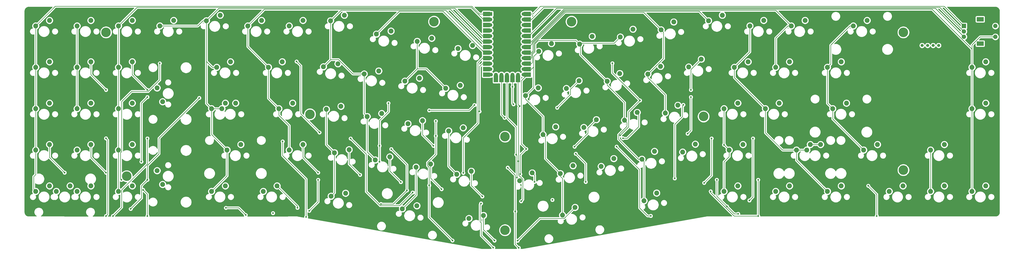
<source format=gbr>
%TF.GenerationSoftware,KiCad,Pcbnew,(5.1.10)-1*%
%TF.CreationDate,2022-01-23T15:25:41-08:00*%
%TF.ProjectId,V2,56322e6b-6963-4616-945f-706362585858,rev?*%
%TF.SameCoordinates,Original*%
%TF.FileFunction,Copper,L1,Top*%
%TF.FilePolarity,Positive*%
%FSLAX46Y46*%
G04 Gerber Fmt 4.6, Leading zero omitted, Abs format (unit mm)*
G04 Created by KiCad (PCBNEW (5.1.10)-1) date 2022-01-23 15:25:41*
%MOMM*%
%LPD*%
G01*
G04 APERTURE LIST*
%TA.AperFunction,ComponentPad*%
%ADD10C,2.250000*%
%TD*%
%TA.AperFunction,ComponentPad*%
%ADD11C,1.397000*%
%TD*%
%TA.AperFunction,SMDPad,CuDef*%
%ADD12R,2.000000X3.250000*%
%TD*%
%TA.AperFunction,SMDPad,CuDef*%
%ADD13R,3.250000X2.000000*%
%TD*%
%TA.AperFunction,ComponentPad*%
%ADD14C,1.752600*%
%TD*%
%TA.AperFunction,ComponentPad*%
%ADD15R,1.752600X1.752600*%
%TD*%
%TA.AperFunction,ComponentPad*%
%ADD16C,4.400000*%
%TD*%
%TA.AperFunction,ComponentPad*%
%ADD17C,2.000000*%
%TD*%
%TA.AperFunction,ComponentPad*%
%ADD18R,3.200000X2.000000*%
%TD*%
%TA.AperFunction,ComponentPad*%
%ADD19R,2.000000X2.000000*%
%TD*%
%TA.AperFunction,ViaPad*%
%ADD20C,0.800000*%
%TD*%
%TA.AperFunction,Conductor*%
%ADD21C,0.250000*%
%TD*%
%TA.AperFunction,NonConductor*%
%ADD22C,0.254000*%
%TD*%
%TA.AperFunction,NonConductor*%
%ADD23C,0.100000*%
%TD*%
G04 APERTURE END LIST*
D10*
%TO.P,MX78,2*%
%TO.N,Net-(D78-Pad2)*%
X357479043Y-52070000D03*
%TO.P,MX78,1*%
%TO.N,Col9*%
X351129043Y-54610000D03*
%TD*%
%TO.P,MX78,2*%
%TO.N,Net-(D78-Pad2)*%
X352716543Y-52070000D03*
%TO.P,MX78,1*%
%TO.N,Col9*%
X346366543Y-54610000D03*
%TD*%
%TO.P,MX84,2*%
%TO.N,Net-(D84-Pad2)*%
X367004043Y-13970000D03*
%TO.P,MX84,1*%
%TO.N,Col10*%
X360654043Y-16510000D03*
%TD*%
%TO.P,MX85,2*%
%TO.N,Net-(D85-Pad2)*%
X369385293Y-33020000D03*
%TO.P,MX85,1*%
%TO.N,Col10*%
X363035293Y-35560000D03*
%TD*%
%TO.P,MX23,2*%
%TO.N,Net-(D23-Pad2)*%
X85883750Y-13970000D03*
%TO.P,MX23,1*%
%TO.N,Col2*%
X79533750Y-16510000D03*
%TD*%
%TO.P,MX16,2*%
%TO.N,Net-(D16-Pad2)*%
X40640000Y-71120000D03*
%TO.P,MX16,1*%
%TO.N,Col1*%
X34290000Y-73660000D03*
%TD*%
%TO.P,MX39,2*%
%TO.N,Net-(D39-Pad2)*%
X171674057Y-80292556D03*
%TO.P,MX39,1*%
%TO.N,Col4*%
X164979462Y-81691302D03*
%TD*%
%TO.P,MX47,2*%
%TO.N,Net-(D47-Pad2)*%
X191612756Y-24809464D03*
%TO.P,MX47,1*%
%TO.N,Col5*%
X184918161Y-26208210D03*
%TD*%
D11*
%TO.P,OL1,4*%
%TO.N,GND*%
X404190200Y-6477000D03*
%TO.P,OL1,3*%
%TO.N,VCC*%
X406730200Y-6477000D03*
%TO.P,OL1,2*%
%TO.N,Data2*%
X409270200Y-6477000D03*
%TO.P,OL1,1*%
%TO.N,Data1*%
X411810200Y-6477000D03*
%TD*%
D12*
%TO.P,U1,29*%
%TO.N,Row3*%
X218211400Y-21793200D03*
%TO.P,U1,28*%
%TO.N,Row2*%
X215671400Y-21793200D03*
%TO.P,U1,27*%
%TO.N,Row4*%
X213131400Y-21793200D03*
%TO.P,U1,26*%
%TO.N,Row1*%
X210591400Y-21793200D03*
%TO.P,U1,25*%
%TO.N,Row0*%
X208051400Y-21793200D03*
D13*
%TO.P,U1,24*%
%TO.N,EN1*%
X222529400Y8051800D03*
%TO.P,U1,23*%
%TO.N,GND*%
X222529400Y5511800D03*
%TO.P,U1,22*%
%TO.N,Net-(U1-Pad22)*%
X222529400Y2971800D03*
%TO.P,U1,21*%
%TO.N,VCC*%
X222529400Y431800D03*
%TO.P,U1,20*%
%TO.N,EN2*%
X222529400Y-2108200D03*
%TO.P,U1,19*%
%TO.N,Col11*%
X222529400Y-4648200D03*
%TO.P,U1,18*%
%TO.N,Col10*%
X222529400Y-7188200D03*
%TO.P,U1,17*%
%TO.N,Col9*%
X222529400Y-9728200D03*
%TO.P,U1,16*%
%TO.N,Col8*%
X222529400Y-12268200D03*
%TO.P,U1,15*%
%TO.N,Col7*%
X222529400Y-14808200D03*
%TO.P,U1,14*%
%TO.N,Col6*%
X222529400Y-17348200D03*
%TO.P,U1,13*%
%TO.N,Row7*%
X222529400Y-19888200D03*
%TO.P,U1,12*%
%TO.N,Data2*%
X203733400Y-19888200D03*
%TO.P,U1,11*%
%TO.N,Data1*%
X203733400Y-17348200D03*
%TO.P,U1,10*%
%TO.N,Row6*%
X203733400Y-14808200D03*
%TO.P,U1,9*%
%TO.N,Row5*%
X203733400Y-12268200D03*
%TO.P,U1,8*%
%TO.N,Col5*%
X203733400Y-9728200D03*
%TO.P,U1,7*%
%TO.N,Col4*%
X203733400Y-7188200D03*
%TO.P,U1,6*%
%TO.N,Col3*%
X203733400Y-4648200D03*
%TO.P,U1,5*%
%TO.N,Col2*%
X203733400Y-2108200D03*
%TO.P,U1,4*%
%TO.N,Net-(U1-Pad4)*%
X203733400Y431800D03*
%TO.P,U1,3*%
%TO.N,Net-(U1-Pad3)*%
X203733400Y2971800D03*
%TO.P,U1,2*%
%TO.N,Col1*%
X203733400Y5511800D03*
%TO.P,U1,1*%
%TO.N,Col0*%
X203733400Y8051800D03*
D14*
%TO.P,U1,25*%
%TO.N,Row0*%
X208051400Y-19888200D03*
%TO.P,U1,26*%
%TO.N,Row1*%
X210591400Y-19888200D03*
%TO.P,U1,27*%
%TO.N,Row4*%
X213131400Y-19888200D03*
%TO.P,U1,28*%
%TO.N,Row2*%
X215671400Y-19888200D03*
%TO.P,U1,29*%
%TO.N,Row3*%
X218211400Y-19888200D03*
%TO.P,U1,24*%
%TO.N,EN1*%
X220751400Y8051800D03*
%TO.P,U1,12*%
%TO.N,Data2*%
X205740000Y-19888200D03*
%TO.P,U1,23*%
%TO.N,GND*%
X220751400Y5511800D03*
%TO.P,U1,22*%
%TO.N,Net-(U1-Pad22)*%
X220751400Y2971800D03*
%TO.P,U1,21*%
%TO.N,VCC*%
X220751400Y431800D03*
%TO.P,U1,20*%
%TO.N,EN2*%
X220751400Y-2108200D03*
%TO.P,U1,19*%
%TO.N,Col11*%
X220751400Y-4648200D03*
%TO.P,U1,18*%
%TO.N,Col10*%
X220751400Y-7188200D03*
%TO.P,U1,17*%
%TO.N,Col9*%
X220751400Y-9728200D03*
%TO.P,U1,16*%
%TO.N,Col8*%
X220751400Y-12268200D03*
%TO.P,U1,15*%
%TO.N,Col7*%
X220751400Y-14808200D03*
%TO.P,U1,14*%
%TO.N,Col6*%
X220751400Y-17348200D03*
%TO.P,U1,13*%
%TO.N,Row7*%
X220751400Y-19888200D03*
%TO.P,U1,11*%
%TO.N,Data1*%
X205511400Y-17348200D03*
%TO.P,U1,10*%
%TO.N,Row6*%
X205511400Y-14808200D03*
%TO.P,U1,9*%
%TO.N,Row5*%
X205511400Y-12268200D03*
%TO.P,U1,8*%
%TO.N,Col5*%
X205511400Y-9728200D03*
%TO.P,U1,7*%
%TO.N,Col4*%
X205511400Y-7188200D03*
%TO.P,U1,6*%
%TO.N,Col3*%
X205511400Y-4648200D03*
%TO.P,U1,5*%
%TO.N,Col2*%
X205511400Y-2108200D03*
%TO.P,U1,4*%
%TO.N,Net-(U1-Pad4)*%
X205511400Y431800D03*
%TO.P,U1,3*%
%TO.N,Net-(U1-Pad3)*%
X205511400Y2971800D03*
%TO.P,U1,2*%
%TO.N,Col1*%
X205511400Y5511800D03*
D15*
%TO.P,U1,1*%
%TO.N,Col0*%
X205511400Y8051800D03*
%TD*%
D10*
%TO.P,MX90,2*%
%TO.N,Net-(D22-Pad2)*%
X83502500Y-33020000D03*
%TO.P,MX90,1*%
%TO.N,Col2*%
X77152500Y-35560000D03*
%TD*%
D16*
%TO.P,H11,1*%
%TO.N,N/C*%
X395592300Y-431800D03*
%TD*%
%TO.P,H9,1*%
%TO.N,N/C*%
X179552600Y4508500D03*
%TD*%
%TO.P,H8,1*%
%TO.N,N/C*%
X395592300Y-63855600D03*
%TD*%
%TO.P,H7,1*%
%TO.N,N/C*%
X38100000Y-66675000D03*
%TD*%
%TO.P,H6,1*%
%TO.N,N/C*%
X28575000Y-431800D03*
%TD*%
%TO.P,H5,1*%
%TO.N,N/C*%
X212229700Y-91541600D03*
%TD*%
%TO.P,H4,1*%
%TO.N,N/C*%
X212229700Y-48450500D03*
%TD*%
%TO.P,H3,1*%
%TO.N,N/C*%
X303631600Y-39166800D03*
%TD*%
%TO.P,H2,1*%
%TO.N,N/C*%
X242824000Y4508500D03*
%TD*%
%TO.P,H1,1*%
%TO.N,N/C*%
X122440700Y-38163500D03*
%TD*%
D10*
%TO.P,MX5,2*%
%TO.N,Net-(D5-Pad2)*%
X12065000Y-71120000D03*
%TO.P,MX5,1*%
%TO.N,Col0*%
X5715000Y-73660000D03*
%TD*%
%TO.P,MX92,2*%
%TO.N,Net-(D92-Pad2)*%
X433489043Y-71120000D03*
%TO.P,MX92,1*%
%TO.N,Col11*%
X427139043Y-73660000D03*
%TD*%
%TO.P,MX91,2*%
%TO.N,Net-(D91-Pad2)*%
X433489043Y-33020000D03*
%TO.P,MX91,1*%
%TO.N,Col11*%
X427139043Y-35560000D03*
%TD*%
%TO.P,MX89,2*%
%TO.N,Net-(D89-Pad2)*%
X433489043Y-13970000D03*
%TO.P,MX89,1*%
%TO.N,Col11*%
X427139043Y-16510000D03*
%TD*%
%TO.P,MX88,2*%
%TO.N,Net-(D88-Pad2)*%
X414439043Y-71120000D03*
%TO.P,MX88,1*%
%TO.N,Col10*%
X408089043Y-73660000D03*
%TD*%
%TO.P,MX87,2*%
%TO.N,Net-(D87-Pad2)*%
X414439043Y-52070000D03*
%TO.P,MX87,1*%
%TO.N,Col10*%
X408089043Y-54610000D03*
%TD*%
%TO.P,MX86,2*%
%TO.N,Net-(D86-Pad2)*%
X383672793Y-52070000D03*
%TO.P,MX86,1*%
%TO.N,Col10*%
X377322793Y-54610000D03*
%TD*%
%TO.P,MX83,2*%
%TO.N,Net-(D83-Pad2)*%
X343191543Y-13970000D03*
%TO.P,MX83,1*%
%TO.N,Col10*%
X336841543Y-16510000D03*
%TD*%
%TO.P,MX82,2*%
%TO.N,Net-(D82-Pad2)*%
X378910293Y5080000D03*
%TO.P,MX82,1*%
%TO.N,Col10*%
X372560293Y2540000D03*
%TD*%
%TO.P,MX81,2*%
%TO.N,Net-(D81-Pad2)*%
X350335293Y5080000D03*
%TO.P,MX81,1*%
%TO.N,Col10*%
X343985293Y2540000D03*
%TD*%
%TO.P,MX80,2*%
%TO.N,Net-(D80-Pad2)*%
X395389043Y-71120000D03*
%TO.P,MX80,1*%
%TO.N,Col9*%
X389039043Y-73660000D03*
%TD*%
%TO.P,MX79,2*%
%TO.N,Net-(D79-Pad2)*%
X367004043Y-71120000D03*
%TO.P,MX79,1*%
%TO.N,Col9*%
X360654043Y-73660000D03*
%TD*%
%TO.P,MX77,2*%
%TO.N,Net-(D77-Pad2)*%
X338429043Y-33020000D03*
%TO.P,MX77,1*%
%TO.N,Col9*%
X332079043Y-35560000D03*
%TD*%
%TO.P,MX76,2*%
%TO.N,Net-(D76-Pad2)*%
X324141543Y-13970000D03*
%TO.P,MX76,1*%
%TO.N,Col9*%
X317791543Y-16510000D03*
%TD*%
%TO.P,MX75,2*%
%TO.N,Net-(D75-Pad2)*%
X302571612Y-12762841D03*
%TO.P,MX75,1*%
%TO.N,Col9*%
X296759149Y-16366919D03*
%TD*%
%TO.P,MX74,2*%
%TO.N,Net-(D74-Pad2)*%
X331285293Y5080000D03*
%TO.P,MX74,1*%
%TO.N,Col9*%
X324935293Y2540000D03*
%TD*%
%TO.P,MX73,2*%
%TO.N,Net-(D73-Pad2)*%
X312235293Y7461250D03*
%TO.P,MX73,1*%
%TO.N,Col9*%
X305885293Y4921250D03*
%TD*%
%TO.P,MX72,2*%
%TO.N,Net-(D72-Pad2)*%
X319379043Y-33020000D03*
%TO.P,MX72,1*%
%TO.N,Col8*%
X313029043Y-35560000D03*
%TD*%
%TO.P,MX71,2*%
%TO.N,Net-(D71-Pad2)*%
X321760293Y-52070000D03*
%TO.P,MX71,1*%
%TO.N,Col8*%
X315410293Y-54610000D03*
%TD*%
%TO.P,MX70,2*%
%TO.N,Net-(D70-Pad2)*%
X343191543Y-71120000D03*
%TO.P,MX70,1*%
%TO.N,Col8*%
X336841543Y-73660000D03*
%TD*%
%TO.P,MX69,2*%
%TO.N,Net-(D69-Pad2)*%
X319379043Y-71120000D03*
%TO.P,MX69,1*%
%TO.N,Col8*%
X313029043Y-73660000D03*
%TD*%
%TO.P,MX68,2*%
%TO.N,Net-(D68-Pad2)*%
X299807313Y-51938013D03*
%TO.P,MX68,1*%
%TO.N,Col8*%
X293994850Y-55542091D03*
%TD*%
%TO.P,MX67,2*%
%TO.N,Net-(D67-Pad2)*%
X291809169Y-34004426D03*
%TO.P,MX67,1*%
%TO.N,Col8*%
X285996706Y-37608504D03*
%TD*%
%TO.P,MX66,2*%
%TO.N,Net-(D66-Pad2)*%
X283811025Y-16070838D03*
%TO.P,MX66,1*%
%TO.N,Col8*%
X277998562Y-19674916D03*
%TD*%
%TO.P,MX65,2*%
%TO.N,Net-(D65-Pad2)*%
X289883322Y4343748D03*
%TO.P,MX65,1*%
%TO.N,Col8*%
X284070859Y739670D03*
%TD*%
%TO.P,MX64,2*%
%TO.N,Net-(D64-Pad2)*%
X281046726Y-55246010D03*
%TO.P,MX64,1*%
%TO.N,Col7*%
X275234263Y-58850088D03*
%TD*%
%TO.P,MX63,2*%
%TO.N,Net-(D63-Pad2)*%
X282009650Y-74420096D03*
%TO.P,MX63,1*%
%TO.N,Col7*%
X276197187Y-78024174D03*
%TD*%
%TO.P,MX62,2*%
%TO.N,Net-(D62-Pad2)*%
X262286139Y-58554007D03*
%TO.P,MX62,1*%
%TO.N,Col7*%
X256473676Y-62158085D03*
%TD*%
%TO.P,MX61,2*%
%TO.N,Net-(D61-Pad2)*%
X273048582Y-37312423D03*
%TO.P,MX61,1*%
%TO.N,Col7*%
X267236119Y-40916501D03*
%TD*%
%TO.P,MX60,2*%
%TO.N,Net-(D60-Pad2)*%
X265050438Y-19378835D03*
%TO.P,MX60,1*%
%TO.N,Col7*%
X259237975Y-22982913D03*
%TD*%
%TO.P,MX59,2*%
%TO.N,Net-(D59-Pad2)*%
X246289851Y-22686832D03*
%TO.P,MX59,1*%
%TO.N,Col7*%
X240477388Y-26290910D03*
%TD*%
%TO.P,MX58,2*%
%TO.N,Net-(D58-Pad2)*%
X271122735Y1035751D03*
%TO.P,MX58,1*%
%TO.N,Col7*%
X265310272Y-2568327D03*
%TD*%
%TO.P,MX57,2*%
%TO.N,Net-(D57-Pad2)*%
X252362148Y-2272246D03*
%TO.P,MX57,1*%
%TO.N,Col7*%
X246549685Y-5876324D03*
%TD*%
%TO.P,MX56,2*%
%TO.N,Net-(D56-Pad2)*%
X254287995Y-40620420D03*
%TO.P,MX56,1*%
%TO.N,Col6*%
X248475532Y-44224498D03*
%TD*%
%TO.P,MX55,2*%
%TO.N,Net-(D55-Pad2)*%
X243525552Y-61862004D03*
%TO.P,MX55,1*%
%TO.N,Col6*%
X237713089Y-65466082D03*
%TD*%
%TO.P,MX54,2*%
%TO.N,Net-(D54-Pad2)*%
X244488475Y-81036091D03*
%TO.P,MX54,1*%
%TO.N,Col6*%
X238676012Y-84640169D03*
%TD*%
%TO.P,MX53,2*%
%TO.N,Net-(D53-Pad2)*%
X202325412Y-84730023D03*
%TO.P,MX53,1*%
%TO.N,Col6*%
X195630817Y-86128769D03*
%TD*%
%TO.P,MX52,2*%
%TO.N,Net-(D52-Pad2)*%
X224764965Y-65170001D03*
%TO.P,MX52,1*%
%TO.N,Col6*%
X218952502Y-68774079D03*
%TD*%
%TO.P,MX51,2*%
%TO.N,Net-(D51-Pad2)*%
X235527408Y-43928417D03*
%TO.P,MX51,1*%
%TO.N,Col6*%
X229714945Y-47532495D03*
%TD*%
%TO.P,MX50,2*%
%TO.N,Net-(D50-Pad2)*%
X227529264Y-25994829D03*
%TO.P,MX50,1*%
%TO.N,Col6*%
X221716801Y-29598907D03*
%TD*%
%TO.P,MX49,2*%
%TO.N,Net-(D49-Pad2)*%
X233601561Y-5580243D03*
%TO.P,MX49,1*%
%TO.N,Col6*%
X227789098Y-9184321D03*
%TD*%
%TO.P,MX48,2*%
%TO.N,Net-(D48-Pad2)*%
X197265826Y-6462376D03*
%TO.P,MX48,1*%
%TO.N,Col5*%
X190571231Y-7861122D03*
%TD*%
%TO.P,MX46,2*%
%TO.N,Net-(D46-Pad2)*%
X192994907Y-44397051D03*
%TO.P,MX46,1*%
%TO.N,Col5*%
X186300312Y-45795797D03*
%TD*%
%TO.P,MX45,2*%
%TO.N,Net-(D45-Pad2)*%
X196722129Y-64398136D03*
%TO.P,MX45,1*%
%TO.N,Col5*%
X190027534Y-65796882D03*
%TD*%
%TO.P,MX44,2*%
%TO.N,Net-(D44-Pad2)*%
X174234320Y-41089054D03*
%TO.P,MX44,1*%
%TO.N,Col5*%
X167539725Y-42487800D03*
%TD*%
%TO.P,MX43,2*%
%TO.N,Net-(D43-Pad2)*%
X172852169Y-21501467D03*
%TO.P,MX43,1*%
%TO.N,Col5*%
X166157574Y-22900213D03*
%TD*%
%TO.P,MX42,2*%
%TO.N,Net-(D42-Pad2)*%
X178505239Y-3154379D03*
%TO.P,MX42,1*%
%TO.N,Col5*%
X171810644Y-4553125D03*
%TD*%
%TO.P,MX41,2*%
%TO.N,Net-(D41-Pad2)*%
X159744652Y153618D03*
%TO.P,MX41,1*%
%TO.N,Col5*%
X153050057Y-1245128D03*
%TD*%
%TO.P,MX40,2*%
%TO.N,Net-(D40-Pad2)*%
X177961542Y-61090139D03*
%TO.P,MX40,1*%
%TO.N,Col4*%
X171266947Y-62488885D03*
%TD*%
%TO.P,MX38,2*%
%TO.N,Net-(D38-Pad2)*%
X159200955Y-57782142D03*
%TO.P,MX38,1*%
%TO.N,Col4*%
X152506360Y-59180888D03*
%TD*%
%TO.P,MX37,2*%
%TO.N,Net-(D37-Pad2)*%
X155473733Y-37781057D03*
%TO.P,MX37,1*%
%TO.N,Col4*%
X148779138Y-39179803D03*
%TD*%
%TO.P,MX36,2*%
%TO.N,Net-(D36-Pad2)*%
X154091582Y-18193470D03*
%TO.P,MX36,1*%
%TO.N,Col4*%
X147396987Y-19592216D03*
%TD*%
%TO.P,MX35,2*%
%TO.N,Net-(D35-Pad2)*%
X135330995Y-14885473D03*
%TO.P,MX35,1*%
%TO.N,Col4*%
X128636400Y-16284219D03*
%TD*%
%TO.P,MX34,2*%
%TO.N,Net-(D34-Pad2)*%
X138271250Y7461250D03*
%TO.P,MX34,1*%
%TO.N,Col4*%
X131921250Y4921250D03*
%TD*%
%TO.P,MX33,2*%
%TO.N,Net-(D33-Pad2)*%
X119221250Y5080000D03*
%TO.P,MX33,1*%
%TO.N,Col4*%
X112871250Y2540000D03*
%TD*%
%TO.P,MX32,2*%
%TO.N,Net-(D32-Pad2)*%
X136713146Y-34473060D03*
%TO.P,MX32,1*%
%TO.N,Col3*%
X130018551Y-35871806D03*
%TD*%
%TO.P,MX31,2*%
%TO.N,Net-(D31-Pad2)*%
X140440368Y-54474145D03*
%TO.P,MX31,1*%
%TO.N,Col3*%
X133745773Y-55872891D03*
%TD*%
%TO.P,MX30,2*%
%TO.N,Net-(D30-Pad2)*%
X138843029Y-74503560D03*
%TO.P,MX30,1*%
%TO.N,Col3*%
X132148434Y-75902306D03*
%TD*%
%TO.P,MX29,2*%
%TO.N,Net-(D29-Pad2)*%
X107315000Y-71120000D03*
%TO.P,MX29,1*%
%TO.N,Col3*%
X100965000Y-73660000D03*
%TD*%
%TO.P,MX28,2*%
%TO.N,Net-(D28-Pad2)*%
X119221250Y-52070000D03*
%TO.P,MX28,1*%
%TO.N,Col3*%
X112871250Y-54610000D03*
%TD*%
%TO.P,MX27,2*%
%TO.N,Net-(D27-Pad2)*%
X114458750Y-33020000D03*
%TO.P,MX27,1*%
%TO.N,Col3*%
X108108750Y-35560000D03*
%TD*%
%TO.P,MX26,2*%
%TO.N,Net-(D26-Pad2)*%
X109696250Y-13970000D03*
%TO.P,MX26,1*%
%TO.N,Col3*%
X103346250Y-16510000D03*
%TD*%
%TO.P,MX25,2*%
%TO.N,Net-(D25-Pad2)*%
X100171250Y5080000D03*
%TO.P,MX25,1*%
%TO.N,Col3*%
X93821250Y2540000D03*
%TD*%
%TO.P,MX24,2*%
%TO.N,Net-(D24-Pad2)*%
X81121250Y7461250D03*
%TO.P,MX24,1*%
%TO.N,Col2*%
X74771250Y4921250D03*
%TD*%
%TO.P,MX22,1*%
%TO.N,Col2*%
X81915000Y-35560000D03*
%TO.P,MX22,2*%
%TO.N,Net-(D22-Pad2)*%
X88265000Y-33020000D03*
%TD*%
%TO.P,MX21,2*%
%TO.N,Net-(D21-Pad2)*%
X90646250Y-52070000D03*
%TO.P,MX21,1*%
%TO.N,Col2*%
X84296250Y-54610000D03*
%TD*%
%TO.P,MX20,2*%
%TO.N,Net-(D20-Pad2)*%
X83502500Y-71120000D03*
%TO.P,MX20,1*%
%TO.N,Col2*%
X77152500Y-73660000D03*
%TD*%
%TO.P,MX19,2*%
%TO.N,Net-(D19-Pad2)*%
X52070000Y-64135000D03*
%TO.P,MX19,1*%
%TO.N,Col2*%
X54610000Y-70485000D03*
%TD*%
%TO.P,MX18,2*%
%TO.N,Net-(D18-Pad2)*%
X52070000Y-26035000D03*
%TO.P,MX18,1*%
%TO.N,Col2*%
X54610000Y-32385000D03*
%TD*%
%TO.P,MX17,2*%
%TO.N,Net-(D17-Pad2)*%
X59690000Y5080000D03*
%TO.P,MX17,1*%
%TO.N,Col2*%
X53340000Y2540000D03*
%TD*%
%TO.P,MX15,2*%
%TO.N,Net-(D15-Pad2)*%
X40640000Y-52070000D03*
%TO.P,MX15,1*%
%TO.N,Col1*%
X34290000Y-54610000D03*
%TD*%
%TO.P,MX14,2*%
%TO.N,Net-(D14-Pad2)*%
X40640000Y-33020000D03*
%TO.P,MX14,1*%
%TO.N,Col1*%
X34290000Y-35560000D03*
%TD*%
%TO.P,MX13,2*%
%TO.N,Net-(D13-Pad2)*%
X21590000Y-33020000D03*
%TO.P,MX13,1*%
%TO.N,Col1*%
X15240000Y-35560000D03*
%TD*%
%TO.P,MX12,2*%
%TO.N,Net-(D12-Pad2)*%
X40640000Y-13970000D03*
%TO.P,MX12,1*%
%TO.N,Col1*%
X34290000Y-16510000D03*
%TD*%
%TO.P,MX11,2*%
%TO.N,Net-(D11-Pad2)*%
X21590000Y-13970000D03*
%TO.P,MX11,1*%
%TO.N,Col1*%
X15240000Y-16510000D03*
%TD*%
%TO.P,MX10,2*%
%TO.N,Net-(D10-Pad2)*%
X40640000Y5080000D03*
%TO.P,MX10,1*%
%TO.N,Col1*%
X34290000Y2540000D03*
%TD*%
%TO.P,MX9,2*%
%TO.N,Net-(D9-Pad2)*%
X21590000Y5080000D03*
%TO.P,MX9,1*%
%TO.N,Col1*%
X15240000Y2540000D03*
%TD*%
%TO.P,MX8,2*%
%TO.N,Net-(D8-Pad2)*%
X21590000Y-52070000D03*
%TO.P,MX8,1*%
%TO.N,Col0*%
X15240000Y-54610000D03*
%TD*%
%TO.P,MX7,2*%
%TO.N,Net-(D7-Pad2)*%
X2540000Y-71120000D03*
%TO.P,MX7,1*%
%TO.N,Col0*%
X-3810000Y-73660000D03*
%TD*%
%TO.P,MX6,2*%
%TO.N,Net-(D6-Pad2)*%
X21590000Y-71120000D03*
%TO.P,MX6,1*%
%TO.N,Col0*%
X15240000Y-73660000D03*
%TD*%
%TO.P,MX4,2*%
%TO.N,Net-(D4-Pad2)*%
X2540000Y-52070000D03*
%TO.P,MX4,1*%
%TO.N,Col0*%
X-3810000Y-54610000D03*
%TD*%
%TO.P,MX3,2*%
%TO.N,Net-(D3-Pad2)*%
X2540000Y-33020000D03*
%TO.P,MX3,1*%
%TO.N,Col0*%
X-3810000Y-35560000D03*
%TD*%
%TO.P,MX2,2*%
%TO.N,Net-(D2-Pad2)*%
X2540000Y-13970000D03*
%TO.P,MX2,1*%
%TO.N,Col0*%
X-3810000Y-16510000D03*
%TD*%
%TO.P,MX1,2*%
%TO.N,Net-(D1-Pad2)*%
X2540000Y5080000D03*
%TO.P,MX1,1*%
%TO.N,Col0*%
X-3810000Y2540000D03*
%TD*%
D17*
%TO.P,SW1,S1*%
%TO.N,Col11*%
X437949043Y-2500000D03*
%TO.P,SW1,S2*%
%TO.N,Net-(D90-Pad2)*%
X437949043Y2500000D03*
D18*
%TO.P,SW1,MP*%
%TO.N,N/C*%
X430949043Y-5600000D03*
X430949043Y5600000D03*
D17*
%TO.P,SW1,B*%
%TO.N,EN2*%
X423449043Y-2500000D03*
%TO.P,SW1,C*%
%TO.N,GND*%
X423449043Y0D03*
D19*
%TO.P,SW1,A*%
%TO.N,EN1*%
X423449043Y2500000D03*
%TD*%
D20*
%TO.N,Row1*%
X265214100Y-47891700D03*
X212013800Y-39776400D03*
X274327119Y-31774733D03*
X261645400Y-14668500D03*
X210591400Y-22264511D03*
%TO.N,Row2*%
X297789043Y-30225000D03*
X296265600Y-47091600D03*
X216128600Y-33566100D03*
X177335681Y-36346733D03*
X198158100Y-33896300D03*
X215671400Y-25463500D03*
%TO.N,Net-(D4-Pad2)*%
X9525000Y-65025000D03*
%TO.N,Row3*%
X154470100Y-52654200D03*
X92868750Y-84517500D03*
X83731100Y-81254600D03*
X47625000Y-30225000D03*
X44843700Y-59994800D03*
X154470100Y-60045600D03*
X218392862Y-59804300D03*
X219621100Y-78193900D03*
X126206250Y-68325000D03*
X122097800Y-82613500D03*
X290329119Y-67690333D03*
X294284400Y-33807400D03*
X218982161Y-34404300D03*
X158565081Y-33019333D03*
%TO.N,Row4*%
X28575000Y-84993750D03*
X105410999Y-83692001D03*
X155117800Y-79489300D03*
X159858178Y-54194178D03*
X167068500Y-73215500D03*
X217667862Y-67360800D03*
X206812381Y-99567333D03*
X263570219Y-53047233D03*
X279311100Y-84950300D03*
X326364043Y-49275000D03*
X324713600Y-77838300D03*
X217347800Y-56705500D03*
X201168000Y-79235300D03*
X28549600Y-49237900D03*
%TO.N,Net-(D8-Pad2)*%
X28575000Y-65025000D03*
%TO.N,Net-(D11-Pad2)*%
X28575000Y-26925000D03*
%TO.N,Net-(D12-Pad2)*%
X47625000Y-26925000D03*
%TO.N,Net-(D28-Pad2)*%
X126206250Y-65025000D03*
%TO.N,Net-(D29-Pad2)*%
X116681250Y-81217500D03*
%TO.N,Net-(D31-Pad2)*%
X145485619Y-66053367D03*
%TO.N,Net-(D38-Pad2)*%
X164256219Y-69368067D03*
%TO.N,Net-(D40-Pad2)*%
X183014119Y-72657367D03*
%TO.N,Net-(D44-Pad2)*%
X179280319Y-52680267D03*
%TO.N,Net-(D45-Pad2)*%
X201772019Y-75997467D03*
%TO.N,Net-(D52-Pad2)*%
X225806000Y-69265800D03*
%TO.N,Net-(D53-Pad2)*%
X207385419Y-96317467D03*
%TO.N,Net-(D54-Pad2)*%
X218013781Y-96380967D03*
%TO.N,Net-(D56-Pad2)*%
X244226581Y-53086667D03*
%TO.N,Net-(D59-Pad2)*%
X236225581Y-35128867D03*
%TO.N,Net-(D61-Pad2)*%
X266522200Y-49187100D03*
%TO.N,Net-(D75-Pad2)*%
X297789043Y-26925000D03*
%TO.N,Col8*%
X313029043Y-52228750D03*
%TO.N,Row5*%
X193026562Y-65162962D03*
X109867700Y-50660300D03*
X120675400Y-85420200D03*
X47625000Y-49275000D03*
X216942862Y-82916838D03*
X306882800Y-73647300D03*
X213461600Y-62725300D03*
X328745293Y-84993750D03*
X328739500Y-68326000D03*
X218541600Y-99631500D03*
X31762700Y-84988400D03*
%TO.N,Row6*%
X71475600Y-30645100D03*
X180352700Y-48094900D03*
X47625000Y-68325000D03*
X39928800Y-81724500D03*
X180352700Y-41275000D03*
X188029081Y-96265333D03*
X177330100Y-70878700D03*
X234042719Y-77583633D03*
X314363820Y-80580780D03*
X309695293Y-68325000D03*
X319549353Y-84027853D03*
X200456800Y-36868100D03*
%TO.N,Row7*%
X169710100Y-74206100D03*
X141178781Y-49326133D03*
X35660600Y-68325000D03*
X53314600Y-14706600D03*
X47625000Y-84993750D03*
X45643800Y-72961500D03*
X126822200Y-46532800D03*
X116268500Y-13855700D03*
X244799619Y-56336533D03*
X249377200Y-69303900D03*
X219214700Y-65760600D03*
X379425200Y-71094600D03*
X307314043Y-49275000D03*
X303872900Y-69748400D03*
X383324043Y-84993750D03*
X221983300Y-54102000D03*
%TD*%
D21*
%TO.N,Row0*%
X208051400Y-21793200D02*
X208051400Y-19888200D01*
%TO.N,Row1*%
X265214100Y-47891700D02*
X269110402Y-43995398D01*
X269110402Y-43995398D02*
X269110402Y-36991450D01*
X269110402Y-36991450D02*
X274327119Y-31774733D01*
X212013800Y-39776400D02*
X210591400Y-38354000D01*
X210591400Y-38354000D02*
X210591400Y-21793200D01*
X261645400Y-14668500D02*
X261645400Y-19093014D01*
X261645400Y-19093014D02*
X274327119Y-31774733D01*
X210591400Y-21793200D02*
X210591400Y-19888200D01*
%TO.N,Row2*%
X296265600Y-47091600D02*
X297789043Y-45568157D01*
X297789043Y-45568157D02*
X297789043Y-30225000D01*
X216128600Y-33566100D02*
X215671400Y-33108900D01*
X215671400Y-21793200D02*
X215671400Y-19888200D01*
X195707667Y-36346733D02*
X198158100Y-33896300D01*
X177335681Y-36346733D02*
X195707667Y-36346733D01*
X215671400Y-25463500D02*
X215671400Y-21793200D01*
X215671400Y-33108900D02*
X215671400Y-25463500D01*
%TO.N,Net-(D4-Pad2)*%
X2540000Y-52070000D02*
X2540000Y-58040000D01*
X2540000Y-58040000D02*
X9525000Y-65025000D01*
%TO.N,Row3*%
X154470100Y-60045600D02*
X154470100Y-52654200D01*
X83731100Y-81254600D02*
X89605850Y-81254600D01*
X89605850Y-81254600D02*
X92868750Y-84517500D01*
X44843700Y-59994800D02*
X44843700Y-33006300D01*
X44843700Y-33006300D02*
X47625000Y-30225000D01*
X218982161Y-34404300D02*
X218489699Y-34896762D01*
X218489699Y-34896762D02*
X218489699Y-66165274D01*
X218489699Y-66165274D02*
X220402503Y-68078078D01*
X220402503Y-68078078D02*
X220402503Y-77412497D01*
X220402503Y-77412497D02*
X219621100Y-78193900D01*
X122097800Y-82613500D02*
X126206250Y-78505050D01*
X126206250Y-78505050D02*
X126206250Y-68325000D01*
X294284400Y-33807400D02*
X293884401Y-34207399D01*
X293884401Y-34207399D02*
X293884401Y-39250495D01*
X293884401Y-39250495D02*
X290329119Y-42805777D01*
X290329119Y-42805777D02*
X290329119Y-67690333D01*
X218211400Y-21793200D02*
X218211400Y-33633539D01*
X218211400Y-33633539D02*
X218982161Y-34404300D01*
X218211400Y-21793200D02*
X218211400Y-19888200D01*
X158565081Y-36938719D02*
X158565081Y-33019333D01*
X154470100Y-41033700D02*
X158565081Y-36938719D01*
X154470100Y-52654200D02*
X154470100Y-41033700D01*
%TO.N,Row4*%
X28549600Y-49237900D02*
X29300001Y-49988301D01*
X29300001Y-49988301D02*
X29300001Y-84268749D01*
X29300001Y-84268749D02*
X28575000Y-84993750D01*
X155117800Y-79489300D02*
X160794700Y-79489300D01*
X160794700Y-79489300D02*
X167068500Y-73215500D01*
X167068500Y-73215500D02*
X167068500Y-61404500D01*
X167068500Y-61404500D02*
X159858178Y-54194178D01*
X217667862Y-67360800D02*
X217667862Y-57025562D01*
X217667862Y-57025562D02*
X217347800Y-56705500D01*
X201168000Y-79235300D02*
X200768001Y-79635299D01*
X200768001Y-79635299D02*
X200768001Y-87685939D01*
X200768001Y-87685939D02*
X201260769Y-88178707D01*
X201260769Y-88178707D02*
X201260769Y-94015721D01*
X201260769Y-94015721D02*
X206812381Y-99567333D01*
X279311100Y-84950300D02*
X277815727Y-84950300D01*
X277815727Y-84950300D02*
X274187547Y-81322120D01*
X274187547Y-81322120D02*
X274187547Y-63664561D01*
X274187547Y-63664561D02*
X263570219Y-53047233D01*
X324713600Y-77838300D02*
X326364043Y-76187857D01*
X326364043Y-76187857D02*
X326364043Y-49275000D01*
X217347800Y-56705500D02*
X217347800Y-44037398D01*
X217347800Y-44037398D02*
X213131400Y-39820998D01*
X213131400Y-39820998D02*
X213131400Y-21793200D01*
X213131400Y-21793200D02*
X213131400Y-19888200D01*
%TO.N,Net-(D8-Pad2)*%
X21590000Y-52070000D02*
X21590000Y-58040000D01*
X21590000Y-58040000D02*
X28575000Y-65025000D01*
%TO.N,Net-(D11-Pad2)*%
X21590000Y-13970000D02*
X21590000Y-19940000D01*
X21590000Y-19940000D02*
X28575000Y-26925000D01*
%TO.N,Net-(D12-Pad2)*%
X40640000Y-13970000D02*
X40640000Y-19940000D01*
X40640000Y-19940000D02*
X47625000Y-26925000D01*
%TO.N,Net-(D28-Pad2)*%
X119221250Y-52070000D02*
X119221250Y-58040000D01*
X119221250Y-58040000D02*
X126206250Y-65025000D01*
%TO.N,Net-(D29-Pad2)*%
X107315000Y-71120000D02*
X116681250Y-80486250D01*
X116681250Y-80486250D02*
X116681250Y-81217500D01*
%TO.N,Net-(D31-Pad2)*%
X140440368Y-54474145D02*
X140440368Y-61008116D01*
X140440368Y-61008116D02*
X145485619Y-66053367D01*
%TO.N,Net-(D38-Pad2)*%
X159200955Y-57782142D02*
X159200955Y-64312803D01*
X159200955Y-64312803D02*
X164256219Y-69368067D01*
%TO.N,Net-(D40-Pad2)*%
X177961542Y-61090139D02*
X177961542Y-67604790D01*
X177961542Y-67604790D02*
X183014119Y-72657367D01*
%TO.N,Net-(D44-Pad2)*%
X174234320Y-41089054D02*
X174234320Y-47634268D01*
X174234320Y-47634268D02*
X179280319Y-52680267D01*
%TO.N,Net-(D45-Pad2)*%
X196722129Y-64398136D02*
X196722129Y-70947577D01*
X196722129Y-70947577D02*
X201772019Y-75997467D01*
%TO.N,Net-(D52-Pad2)*%
X225806000Y-69265800D02*
X225806000Y-66211036D01*
X225806000Y-66211036D02*
X224764965Y-65170001D01*
%TO.N,Net-(D53-Pad2)*%
X202325412Y-84730023D02*
X202325412Y-91257460D01*
X202325412Y-91257460D02*
X207385419Y-96317467D01*
%TO.N,Net-(D54-Pad2)*%
X244488475Y-81036091D02*
X239434396Y-86090170D01*
X239434396Y-86090170D02*
X228304578Y-86090170D01*
X228304578Y-86090170D02*
X218013781Y-96380967D01*
%TO.N,Net-(D56-Pad2)*%
X254287995Y-40620420D02*
X250349815Y-44558600D01*
X250349815Y-44558600D02*
X250349815Y-46963433D01*
X250349815Y-46963433D02*
X244226581Y-53086667D01*
%TO.N,Net-(D59-Pad2)*%
X246289851Y-22686832D02*
X242351671Y-26625012D01*
X242351671Y-26625012D02*
X242351671Y-29002777D01*
X242351671Y-29002777D02*
X236225581Y-35128867D01*
%TO.N,Net-(D61-Pad2)*%
X266522200Y-49187100D02*
X268430490Y-49187100D01*
X268430490Y-49187100D02*
X273748204Y-43869386D01*
X273748204Y-43869386D02*
X273748204Y-38012045D01*
X273748204Y-38012045D02*
X273048582Y-37312423D01*
%TO.N,Net-(D75-Pad2)*%
X302571612Y-12762841D02*
X297789043Y-17545410D01*
X297789043Y-17545410D02*
X297789043Y-26925000D01*
%TO.N,Net-(D78-Pad2)*%
X352716543Y-52070000D02*
X357479043Y-52070000D01*
%TO.N,Col0*%
X-3810000Y-54610000D02*
X-3810000Y-65941776D01*
X-3810000Y-65941776D02*
X-4700151Y-66831927D01*
X-4700151Y-66831927D02*
X-4700151Y-72769849D01*
X-4700151Y-72769849D02*
X-3810000Y-73660000D01*
X-3810000Y-35560000D02*
X-3810000Y-54610000D01*
X-3810000Y-16510000D02*
X-3810000Y-35560000D01*
X-3810000Y2540000D02*
X-3810000Y-16510000D01*
X196938900Y11546846D02*
X5196846Y11546846D01*
X5196846Y11546846D02*
X-3810000Y2540000D01*
X200433946Y8051800D02*
X196938900Y11546846D01*
X203733400Y8051800D02*
X200433946Y8051800D01*
X203733400Y8051800D02*
X205511400Y8051800D01*
%TO.N,Col1*%
X15240000Y2540000D02*
X15240000Y-16510000D01*
X34290000Y2540000D02*
X34290000Y-16510000D01*
X34290000Y-54610000D02*
X34290000Y-73660000D01*
X34290000Y-35560000D02*
X34290000Y-54610000D01*
X34290000Y-16510000D02*
X34290000Y-19556002D01*
X34290000Y-19556002D02*
X34290000Y-35560000D01*
X15240000Y-35560000D02*
X15240000Y-16510000D01*
X196691818Y11096836D02*
X42846836Y11096836D01*
X42846836Y11096836D02*
X34290000Y2540000D01*
X203733400Y5511800D02*
X205511400Y5511800D01*
X203733400Y5511800D02*
X202276854Y5511800D01*
X202276854Y5511800D02*
X196691818Y11096836D01*
%TO.N,Col2*%
X77219175Y-47532925D02*
X84296250Y-54610000D01*
X77152500Y-35560000D02*
X77152500Y-47466250D01*
X77152500Y-47466250D02*
X77219175Y-47532925D01*
X84296250Y-54610000D02*
X84296250Y-66516250D01*
X84296250Y-66516250D02*
X77152500Y-73660000D01*
X79533750Y-35560000D02*
X77942760Y-35560000D01*
X77942760Y-35560000D02*
X77063749Y-36439011D01*
X79533750Y-35560000D02*
X81915000Y-35560000D01*
X77499752Y-16510000D02*
X79533750Y-16510000D01*
X74771250Y-13781498D02*
X77499752Y-16510000D01*
X74771250Y-33178750D02*
X77152500Y-35560000D01*
X74771250Y-13781498D02*
X74771250Y-33178750D01*
X74771250Y4921250D02*
X74771250Y-13781498D01*
X73180260Y4921250D02*
X74771250Y4921250D01*
X70799010Y2540000D02*
X73180260Y4921250D01*
X53340000Y2540000D02*
X70799010Y2540000D01*
X189103374Y10646826D02*
X201858400Y-2108200D01*
X80496826Y10646826D02*
X189103374Y10646826D01*
X74771250Y4921250D02*
X80496826Y10646826D01*
X203733400Y-2108200D02*
X205511400Y-2108200D01*
X201858400Y-2108200D02*
X203733400Y-2108200D01*
%TO.N,Col3*%
X133745773Y-55872891D02*
X133745773Y-74304967D01*
X133745773Y-74304967D02*
X132148434Y-75902306D01*
X130018551Y-35871806D02*
X130018551Y-52145669D01*
X130018551Y-52145669D02*
X133745773Y-55872891D01*
X108108750Y-35560000D02*
X108108750Y-38606002D01*
X108108750Y-38606002D02*
X112871250Y-43368502D01*
X112871250Y-43368502D02*
X112871250Y-54610000D01*
X187013384Y10196816D02*
X101478066Y10196816D01*
X101478066Y10196816D02*
X93821250Y2540000D01*
X201858400Y-4648200D02*
X187013384Y10196816D01*
X93821250Y-6985000D02*
X103346250Y-16510000D01*
X93821250Y2540000D02*
X93821250Y-6985000D01*
X103346250Y-30797500D02*
X108108750Y-35560000D01*
X103346250Y-16510000D02*
X103346250Y-30797500D01*
X203733400Y-4648200D02*
X201858400Y-4648200D01*
X203733400Y-4648200D02*
X205511400Y-4648200D01*
%TO.N,Col4*%
X171266947Y-62488885D02*
X171266947Y-75403817D01*
X171266947Y-75403817D02*
X164979462Y-81691302D01*
X148779138Y-39179803D02*
X148779138Y-55453666D01*
X148779138Y-55453666D02*
X152506360Y-59180888D01*
X184923394Y9746806D02*
X201858400Y-7188200D01*
X136746806Y9746806D02*
X184923394Y9746806D01*
X131921250Y4921250D02*
X136746806Y9746806D01*
X131921250Y-12999369D02*
X128636400Y-16284219D01*
X131921250Y4921250D02*
X131921250Y-12999369D01*
X142183740Y-19592216D02*
X147396987Y-19592216D01*
X135590893Y-12999369D02*
X142183740Y-19592216D01*
X131921250Y-12999369D02*
X135590893Y-12999369D01*
X147396987Y-37797652D02*
X148779138Y-39179803D01*
X147396987Y-19592216D02*
X147396987Y-37797652D01*
X201858400Y-7188200D02*
X203733400Y-7188200D01*
X203733400Y-7188200D02*
X205511400Y-7188200D01*
%TO.N,Col5*%
X186300312Y-45795797D02*
X186300312Y-62069660D01*
X186300312Y-62069660D02*
X190027534Y-65796882D01*
X183652656Y9296796D02*
X163591981Y9296796D01*
X163591981Y9296796D02*
X153050057Y-1245128D01*
X202677652Y-9728200D02*
X183652656Y9296796D01*
X171810644Y-17247143D02*
X166157574Y-22900213D01*
X171810644Y-4553125D02*
X171810644Y-17247143D01*
X175957094Y-17247143D02*
X184918161Y-26208210D01*
X171810644Y-17247143D02*
X175957094Y-17247143D01*
X203733400Y-9728200D02*
X202677652Y-9728200D01*
X203733400Y-9728200D02*
X205511400Y-9728200D01*
%TO.N,Col6*%
X237713089Y-65466082D02*
X237713089Y-66718611D01*
X237713089Y-66718611D02*
X238676012Y-67681534D01*
X238676012Y-67681534D02*
X238676012Y-84640169D01*
X225412300Y-16340300D02*
X225412300Y-16141700D01*
X225412300Y-16141700D02*
X225412300Y-11561119D01*
X221716801Y-29598907D02*
X225412300Y-25903408D01*
X225412300Y-25903408D02*
X225412300Y-16141700D01*
X229714945Y-47532495D02*
X230839944Y-48657494D01*
X230839944Y-48657494D02*
X230839944Y-58592937D01*
X230839944Y-58592937D02*
X237713089Y-65466082D01*
X221716801Y-29598907D02*
X221716801Y-31189897D01*
X221716801Y-31189897D02*
X229714945Y-39188041D01*
X229714945Y-39188041D02*
X229714945Y-47532495D01*
X222529400Y-17348200D02*
X224404400Y-17348200D01*
X224404400Y-17348200D02*
X225412300Y-16340300D01*
X225412300Y-11561119D02*
X227789098Y-9184321D01*
X222529400Y-17348200D02*
X220751400Y-17348200D01*
%TO.N,Col7*%
X276197187Y-78024174D02*
X276197187Y-59813012D01*
X276197187Y-59813012D02*
X275234263Y-58850088D01*
X267236119Y-40916501D02*
X268361118Y-42041500D01*
X268361118Y-42041500D02*
X268361118Y-43671680D01*
X273643273Y-58850088D02*
X275234263Y-58850088D01*
X268361118Y-43671680D02*
X264489099Y-47543699D01*
X264489099Y-47543699D02*
X264489099Y-49695914D01*
X264489099Y-49695914D02*
X273643273Y-58850088D01*
X265310272Y-2568327D02*
X262481364Y-5397235D01*
X262481364Y-5397235D02*
X247028774Y-5397235D01*
X247028774Y-5397235D02*
X246549685Y-5876324D01*
X246549685Y-5876324D02*
X246940047Y-6266686D01*
X246940047Y-6266686D02*
X246940047Y-10684985D01*
X246940047Y-10684985D02*
X259237975Y-22982913D01*
X259237975Y-22982913D02*
X259237975Y-24738495D01*
X259237975Y-24738495D02*
X267236119Y-32736639D01*
X267236119Y-32736639D02*
X267236119Y-40916501D01*
X225987630Y-5687180D02*
X227544568Y-4130242D01*
X227544568Y-4130242D02*
X244803603Y-4130242D01*
X244803603Y-4130242D02*
X246549685Y-5876324D01*
X225987630Y-9417790D02*
X225987630Y-5687180D01*
X224929411Y-10476009D02*
X225987630Y-9417790D01*
X222529400Y-14808200D02*
X224404400Y-14808200D01*
X224404400Y-14808200D02*
X224929411Y-14283189D01*
X224929411Y-14283189D02*
X224929411Y-10476009D01*
X222529400Y-14808200D02*
X220751400Y-14808200D01*
%TO.N,Col8*%
X315410293Y-54610000D02*
X315410293Y-57656002D01*
X315410293Y-57656002D02*
X313029043Y-60037252D01*
X313029043Y-60037252D02*
X313029043Y-73660000D01*
X284070859Y739670D02*
X285195858Y-385329D01*
X285195858Y-385329D02*
X285195858Y-12477620D01*
X285195858Y-12477620D02*
X277998562Y-19674916D01*
X277998562Y-19674916D02*
X277998562Y-21265906D01*
X277998562Y-21265906D02*
X285996706Y-29264050D01*
X285996706Y-29264050D02*
X285996706Y-37608504D01*
X313029043Y-35560000D02*
X313029043Y-52228750D01*
X313029043Y-52228750D02*
X315410293Y-54610000D01*
X239852200Y8813800D02*
X275996729Y8813800D01*
X275996729Y8813800D02*
X284070859Y739670D01*
X225537620Y-9231390D02*
X225537620Y-5500780D01*
X225537620Y-5500780D02*
X239852200Y8813800D01*
X224479401Y-10178210D02*
X224590801Y-10178209D01*
X224590801Y-10178209D02*
X225537620Y-9231390D01*
X224479401Y-12193199D02*
X224479401Y-10178210D01*
X222529400Y-12268200D02*
X224404400Y-12268200D01*
X224404400Y-12268200D02*
X224479401Y-12193199D01*
X222529400Y-12268200D02*
X220751400Y-12268200D01*
%TO.N,Col9*%
X317791543Y-16510000D02*
X317791543Y-21272500D01*
X317791543Y-21272500D02*
X332079043Y-35560000D01*
X317791543Y-16510000D02*
X324865294Y-9436249D01*
X324865294Y-9436249D02*
X324865294Y2470001D01*
X324865294Y2470001D02*
X324935293Y2540000D01*
X222529400Y-9728200D02*
X224404400Y-9728200D01*
X224404400Y-9728200D02*
X225087610Y-9044990D01*
X301541053Y9265490D02*
X305885293Y4921250D01*
X225087610Y-9044990D02*
X225087610Y-5266400D01*
X225087610Y-5266400D02*
X239619500Y9265490D01*
X239619500Y9265490D02*
X301541053Y9265490D01*
X346366543Y-54610000D02*
X346366543Y-59372500D01*
X346366543Y-59372500D02*
X360654043Y-73660000D01*
X332079043Y-35560000D02*
X332079043Y-46710272D01*
X332079043Y-46710272D02*
X339978771Y-54610000D01*
X339978771Y-54610000D02*
X346366543Y-54610000D01*
X222529400Y-9728200D02*
X220751400Y-9728200D01*
X346366543Y-54610000D02*
X351129043Y-54610000D01*
%TO.N,Col10*%
X372560293Y2540000D02*
X370969303Y2540000D01*
X343985293Y2540000D02*
X342394303Y2540000D01*
X342394303Y2540000D02*
X336841543Y-3012760D01*
X336841543Y-3012760D02*
X336841543Y-16510000D01*
X408089043Y-54610000D02*
X408089043Y-73660000D01*
X239433100Y9715500D02*
X336809793Y9715500D01*
X336809793Y9715500D02*
X343985293Y2540000D01*
X224637600Y-5750002D02*
X224637600Y-5080000D01*
X224637600Y-5080000D02*
X239433100Y9715500D01*
X222529400Y-7188200D02*
X223199402Y-7188200D01*
X223199402Y-7188200D02*
X224637600Y-5750002D01*
X222529400Y-7188200D02*
X220751400Y-7188200D01*
X363035293Y-40322500D02*
X377322793Y-54610000D01*
X363035293Y-35560000D02*
X363035293Y-40322500D01*
X362145142Y-6284161D02*
X362145142Y-15018901D01*
X362145142Y-15018901D02*
X360654043Y-16510000D01*
X370969303Y2540000D02*
X362145142Y-6284161D01*
X360654043Y-33178750D02*
X363035293Y-35560000D01*
X360654043Y-16510000D02*
X360654043Y-33178750D01*
%TO.N,Col11*%
X427139043Y-73660000D02*
X427139043Y-35560000D01*
X427139043Y-16510000D02*
X427139043Y-35560000D01*
X437949043Y-2500000D02*
X430864041Y-2500000D01*
X430864041Y-2500000D02*
X427139043Y-6224998D01*
X427139043Y-6224998D02*
X427139043Y-8151002D01*
X239249416Y10196816D02*
X408791225Y10196816D01*
X408791225Y10196816D02*
X427139043Y-8151002D01*
X427139043Y-8151002D02*
X427139043Y-16510000D01*
X222529400Y-4648200D02*
X224404400Y-4648200D01*
X224404400Y-4648200D02*
X239249416Y10196816D01*
X222529400Y-4648200D02*
X220751400Y-4648200D01*
%TO.N,Net-(U1-Pad22)*%
X222529400Y2971800D02*
X220751400Y2971800D01*
%TO.N,Net-(U1-Pad4)*%
X203733400Y431800D02*
X205511400Y431800D01*
%TO.N,Net-(U1-Pad3)*%
X203733400Y2971800D02*
X205511400Y2971800D01*
%TO.N,Row5*%
X120675400Y-85420200D02*
X120675400Y-68000152D01*
X120675400Y-68000152D02*
X109867700Y-57192452D01*
X109867700Y-57192452D02*
X109867700Y-50660300D01*
X31762700Y-84988400D02*
X35740001Y-81011099D01*
X47625000Y-61079000D02*
X47625000Y-49275000D01*
X35740001Y-81011099D02*
X35740001Y-72963999D01*
X35740001Y-72963999D02*
X47625000Y-61079000D01*
X216942862Y-98032762D02*
X216942862Y-82916838D01*
X216942862Y-82916838D02*
X216942862Y-66206562D01*
X306882800Y-73647300D02*
X306882800Y-74212985D01*
X306882800Y-74212985D02*
X317663565Y-84993750D01*
X317663565Y-84993750D02*
X328745293Y-84993750D01*
X218541600Y-99631500D02*
X216942862Y-98032762D01*
X216942862Y-66206562D02*
X213461600Y-62725300D01*
X328739500Y-68326000D02*
X328739500Y-84987957D01*
X328739500Y-84987957D02*
X328745293Y-84993750D01*
X199731799Y-42236796D02*
X199731799Y-14394801D01*
X193026562Y-48942033D02*
X199731799Y-42236796D01*
X193026562Y-65162962D02*
X193026562Y-48942033D01*
X199731799Y-14394801D02*
X201858400Y-12268200D01*
X201858400Y-12268200D02*
X203733400Y-12268200D01*
X203733400Y-12268200D02*
X205511400Y-12268200D01*
%TO.N,Row6*%
X52933600Y-56406810D02*
X52933600Y-49187100D01*
X52933600Y-49187100D02*
X71475600Y-30645100D01*
X47625000Y-68325000D02*
X47625000Y-61715410D01*
X47625000Y-61715410D02*
X52933600Y-56406810D01*
X180352700Y-56552979D02*
X180352700Y-48094900D01*
X180352700Y-48094900D02*
X180352700Y-41275000D01*
X39928800Y-81724500D02*
X44918799Y-76734501D01*
X44918799Y-76734501D02*
X44918799Y-71031201D01*
X44918799Y-71031201D02*
X47625000Y-68325000D01*
X177330100Y-70878700D02*
X177330100Y-62604699D01*
X177330100Y-62604699D02*
X176511541Y-61786140D01*
X176511541Y-61786140D02*
X176511541Y-60394138D01*
X176511541Y-60394138D02*
X180352700Y-56552979D01*
X177330100Y-70878700D02*
X177330100Y-85566352D01*
X177330100Y-85566352D02*
X188029081Y-96265333D01*
X317810894Y-84027853D02*
X314363820Y-80580780D01*
X314363820Y-80580780D02*
X309695293Y-75912252D01*
X319549353Y-84027853D02*
X317810894Y-84027853D01*
X309695293Y-75912252D02*
X309695293Y-68325000D01*
X200456800Y-16209800D02*
X200456800Y-36868100D01*
X201858400Y-14808200D02*
X200456800Y-16209800D01*
X203733400Y-14808200D02*
X201858400Y-14808200D01*
X203733400Y-14808200D02*
X205511400Y-14808200D01*
%TO.N,Row7*%
X35660600Y-68325000D02*
X35260601Y-67925001D01*
X35260601Y-67925001D02*
X35260601Y-55785401D01*
X35260601Y-55785401D02*
X35740001Y-55306001D01*
X35740001Y-55306001D02*
X35740001Y-32281199D01*
X141178781Y-49326133D02*
X148329128Y-56476480D01*
X148329128Y-56476480D02*
X148329128Y-73773630D01*
X154769799Y-80214301D02*
X163701899Y-80214301D01*
X148329128Y-73773630D02*
X154769799Y-80214301D01*
X163701899Y-80214301D02*
X169710100Y-74206100D01*
X53314600Y-14706600D02*
X53314600Y-22308402D01*
X53314600Y-22308402D02*
X47973001Y-27650001D01*
X47973001Y-27650001D02*
X40371199Y-27650001D01*
X40371199Y-27650001D02*
X35740001Y-32281199D01*
X35740001Y-68245599D02*
X35660600Y-68325000D01*
X45643800Y-72961500D02*
X47625000Y-74942700D01*
X47625000Y-74942700D02*
X47625000Y-84993750D01*
X116268500Y-13855700D02*
X118198751Y-15785951D01*
X118198751Y-15785951D02*
X118198751Y-37909351D01*
X118198751Y-37909351D02*
X126822200Y-46532800D01*
X249377200Y-69303900D02*
X249377200Y-60914114D01*
X249377200Y-60914114D02*
X244799619Y-56336533D01*
X219214700Y-65760600D02*
X219214700Y-56870600D01*
X219214700Y-56870600D02*
X221983300Y-54102000D01*
X379425200Y-71094600D02*
X383324043Y-74993443D01*
X383324043Y-74993443D02*
X383324043Y-84993750D01*
X303872900Y-69748400D02*
X307314043Y-66307257D01*
X307314043Y-66307257D02*
X307314043Y-49275000D01*
X222529400Y-19888200D02*
X219707161Y-22710439D01*
X219707161Y-22710439D02*
X219707161Y-51825861D01*
X219707161Y-51825861D02*
X221983300Y-54102000D01*
X222529400Y-19888200D02*
X220751400Y-19888200D01*
%TO.N,EN2*%
X410302217Y10646826D02*
X235954428Y10646826D01*
X235954428Y10646826D02*
X223199402Y-2108200D01*
X223199402Y-2108200D02*
X222529400Y-2108200D01*
X423449043Y-2500000D02*
X410302217Y10646826D01*
X222529400Y-2108200D02*
X220751400Y-2108200D01*
%TO.N,GND*%
X412352207Y11096836D02*
X229989436Y11096836D01*
X229989436Y11096836D02*
X224404400Y5511800D01*
X224404400Y5511800D02*
X222529400Y5511800D01*
X423449043Y0D02*
X412352207Y11096836D01*
X222529400Y5511800D02*
X220751400Y5511800D01*
%TO.N,EN1*%
X228549200Y11546846D02*
X414402197Y11546846D01*
X414402197Y11546846D02*
X423449043Y2500000D01*
X225054154Y8051800D02*
X228549200Y11546846D01*
X222529400Y8051800D02*
X225054154Y8051800D01*
X222529400Y8051800D02*
X220751400Y8051800D01*
%TO.N,VCC*%
X222529400Y431800D02*
X220751400Y431800D01*
%TO.N,Data2*%
X203733400Y-19888200D02*
X205740000Y-19888200D01*
%TO.N,Data1*%
X203733400Y-17348200D02*
X205511400Y-17348200D01*
%TD*%
D22*
X132508296Y6583098D02*
X132434623Y6613614D01*
X132094595Y6681250D01*
X131747905Y6681250D01*
X131407877Y6613614D01*
X131087577Y6480942D01*
X130799315Y6288331D01*
X130554169Y6043185D01*
X130361558Y5754923D01*
X130228886Y5434623D01*
X130161250Y5094595D01*
X130161250Y4747905D01*
X130228886Y4407877D01*
X130361558Y4087577D01*
X130493888Y3889531D01*
X130210799Y3833221D01*
X129935997Y3719394D01*
X129688681Y3554143D01*
X129478357Y3343819D01*
X129313106Y3096503D01*
X129199279Y2821701D01*
X129141250Y2529972D01*
X129141250Y2232528D01*
X129199279Y1940799D01*
X129313106Y1665997D01*
X129478357Y1418681D01*
X129688681Y1208357D01*
X129935997Y1043106D01*
X130210799Y929279D01*
X130502528Y871250D01*
X130799972Y871250D01*
X131091701Y929279D01*
X131161250Y958087D01*
X131161251Y-12684565D01*
X129223446Y-14622371D01*
X129149773Y-14591855D01*
X128809745Y-14524219D01*
X128463055Y-14524219D01*
X128123027Y-14591855D01*
X127802727Y-14724527D01*
X127514465Y-14917138D01*
X127269319Y-15162284D01*
X127076708Y-15450546D01*
X126944036Y-15770846D01*
X126876400Y-16110874D01*
X126876400Y-16457564D01*
X126944036Y-16797592D01*
X127050698Y-17055097D01*
X126795906Y-17055097D01*
X126504177Y-17113126D01*
X126229375Y-17226953D01*
X125982059Y-17392204D01*
X125771735Y-17602528D01*
X125606484Y-17849844D01*
X125492657Y-18124646D01*
X125434628Y-18416375D01*
X125434628Y-18713819D01*
X125492657Y-19005548D01*
X125606484Y-19280350D01*
X125771735Y-19527666D01*
X125982059Y-19737990D01*
X126229375Y-19903241D01*
X126504177Y-20017068D01*
X126795906Y-20075097D01*
X127093350Y-20075097D01*
X127385079Y-20017068D01*
X127659881Y-19903241D01*
X127907197Y-19737990D01*
X128117521Y-19527666D01*
X128282772Y-19280350D01*
X128320897Y-19188306D01*
X129318551Y-19188306D01*
X129318551Y-19706154D01*
X129419578Y-20214052D01*
X129617750Y-20692481D01*
X129905451Y-21123056D01*
X130271625Y-21489230D01*
X130702200Y-21776931D01*
X131180629Y-21975103D01*
X131688527Y-22076130D01*
X132206375Y-22076130D01*
X132714273Y-21975103D01*
X133192702Y-21776931D01*
X133623277Y-21489230D01*
X133989451Y-21123056D01*
X134277152Y-20692481D01*
X134475324Y-20214052D01*
X134481969Y-20180641D01*
X135440274Y-20180641D01*
X135440274Y-20478085D01*
X135498303Y-20769814D01*
X135612130Y-21044616D01*
X135777381Y-21291932D01*
X135987705Y-21502256D01*
X136235021Y-21667507D01*
X136509823Y-21781334D01*
X136801552Y-21839363D01*
X137098996Y-21839363D01*
X137390725Y-21781334D01*
X137665527Y-21667507D01*
X137912843Y-21502256D01*
X138123167Y-21291932D01*
X138288418Y-21044616D01*
X138402245Y-20769814D01*
X138460274Y-20478085D01*
X138460274Y-20180641D01*
X138402245Y-19888912D01*
X138288418Y-19614110D01*
X138123167Y-19366794D01*
X137912843Y-19156470D01*
X137665527Y-18991219D01*
X137390725Y-18877392D01*
X137098996Y-18819363D01*
X136801552Y-18819363D01*
X136509823Y-18877392D01*
X136235021Y-18991219D01*
X135987705Y-19156470D01*
X135777381Y-19366794D01*
X135612130Y-19614110D01*
X135498303Y-19888912D01*
X135440274Y-20180641D01*
X134481969Y-20180641D01*
X134576351Y-19706154D01*
X134576351Y-19188306D01*
X134475324Y-18680408D01*
X134277152Y-18201979D01*
X133989451Y-17771404D01*
X133623277Y-17405230D01*
X133192702Y-17117529D01*
X132714273Y-16919357D01*
X132206375Y-16818330D01*
X131688527Y-16818330D01*
X131180629Y-16919357D01*
X130702200Y-17117529D01*
X130271625Y-17405230D01*
X129905451Y-17771404D01*
X129617750Y-18201979D01*
X129419578Y-18680408D01*
X129318551Y-19188306D01*
X128320897Y-19188306D01*
X128396599Y-19005548D01*
X128454628Y-18713819D01*
X128454628Y-18416375D01*
X128396599Y-18124646D01*
X128354327Y-18022591D01*
X128463055Y-18044219D01*
X128809745Y-18044219D01*
X129149773Y-17976583D01*
X129470073Y-17843911D01*
X129758335Y-17651300D01*
X130003481Y-17406154D01*
X130196092Y-17117892D01*
X130328764Y-16797592D01*
X130396400Y-16457564D01*
X130396400Y-16110874D01*
X130328764Y-15770846D01*
X130298248Y-15697173D01*
X132236053Y-13759369D01*
X133968083Y-13759369D01*
X133963914Y-13763538D01*
X133771303Y-14051800D01*
X133638631Y-14372100D01*
X133570995Y-14712128D01*
X133570995Y-15058818D01*
X133638631Y-15398846D01*
X133771303Y-15719146D01*
X133963914Y-16007408D01*
X134209060Y-16252554D01*
X134497322Y-16445165D01*
X134817622Y-16577837D01*
X135157650Y-16645473D01*
X135504340Y-16645473D01*
X135844368Y-16577837D01*
X136164668Y-16445165D01*
X136452930Y-16252554D01*
X136698076Y-16007408D01*
X136890687Y-15719146D01*
X136991788Y-15475065D01*
X141619941Y-20103219D01*
X141643739Y-20132217D01*
X141759464Y-20227190D01*
X141891493Y-20297762D01*
X142034754Y-20341219D01*
X142146407Y-20352216D01*
X142146415Y-20352216D01*
X142183740Y-20355892D01*
X142221065Y-20352216D01*
X145806779Y-20352216D01*
X145811285Y-20363094D01*
X145556493Y-20363094D01*
X145264764Y-20421123D01*
X144989962Y-20534950D01*
X144742646Y-20700201D01*
X144532322Y-20910525D01*
X144367071Y-21157841D01*
X144253244Y-21432643D01*
X144195215Y-21724372D01*
X144195215Y-22021816D01*
X144253244Y-22313545D01*
X144367071Y-22588347D01*
X144532322Y-22835663D01*
X144742646Y-23045987D01*
X144989962Y-23211238D01*
X145264764Y-23325065D01*
X145556493Y-23383094D01*
X145853937Y-23383094D01*
X146145666Y-23325065D01*
X146420468Y-23211238D01*
X146636987Y-23066565D01*
X146636988Y-37760319D01*
X146633311Y-37797652D01*
X146636988Y-37834985D01*
X146647985Y-37946638D01*
X146656501Y-37974712D01*
X146691441Y-38089898D01*
X146762013Y-38221928D01*
X146833188Y-38308654D01*
X146856987Y-38337653D01*
X146885985Y-38361451D01*
X147117290Y-38592757D01*
X147086774Y-38666430D01*
X147019138Y-39006458D01*
X147019138Y-39353148D01*
X147086774Y-39693176D01*
X147193436Y-39950681D01*
X146938644Y-39950681D01*
X146646915Y-40008710D01*
X146372113Y-40122537D01*
X146124797Y-40287788D01*
X145914473Y-40498112D01*
X145749222Y-40745428D01*
X145635395Y-41020230D01*
X145577366Y-41311959D01*
X145577366Y-41609403D01*
X145635395Y-41901132D01*
X145749222Y-42175934D01*
X145914473Y-42423250D01*
X146124797Y-42633574D01*
X146372113Y-42798825D01*
X146646915Y-42912652D01*
X146938644Y-42970681D01*
X147236088Y-42970681D01*
X147527817Y-42912652D01*
X147802619Y-42798825D01*
X148019138Y-42654152D01*
X148019139Y-55091689D01*
X142213781Y-49286332D01*
X142213781Y-49224194D01*
X142174007Y-49024235D01*
X142095986Y-48835877D01*
X141982718Y-48666359D01*
X141838555Y-48522196D01*
X141669037Y-48408928D01*
X141480679Y-48330907D01*
X141280720Y-48291133D01*
X141076842Y-48291133D01*
X140876883Y-48330907D01*
X140688525Y-48408928D01*
X140519007Y-48522196D01*
X140374844Y-48666359D01*
X140261576Y-48835877D01*
X140183555Y-49024235D01*
X140143781Y-49224194D01*
X140143781Y-49428072D01*
X140183555Y-49628031D01*
X140261576Y-49816389D01*
X140374844Y-49985907D01*
X140519007Y-50130070D01*
X140688525Y-50243338D01*
X140876883Y-50321359D01*
X141076842Y-50361133D01*
X141138980Y-50361133D01*
X147569128Y-56791282D01*
X147569129Y-73736297D01*
X147565452Y-73773630D01*
X147569129Y-73810963D01*
X147580126Y-73922616D01*
X147589114Y-73952246D01*
X147623582Y-74065876D01*
X147694154Y-74197906D01*
X147765329Y-74284632D01*
X147789128Y-74313631D01*
X147818126Y-74337429D01*
X154206000Y-80725304D01*
X154229798Y-80754302D01*
X154345523Y-80849275D01*
X154477552Y-80919847D01*
X154620813Y-80963304D01*
X154732466Y-80974301D01*
X154732475Y-80974301D01*
X154769798Y-80977977D01*
X154807121Y-80974301D01*
X163371443Y-80974301D01*
X163287098Y-81177929D01*
X163219462Y-81517957D01*
X163219462Y-81864647D01*
X163287098Y-82204675D01*
X163393760Y-82462180D01*
X163138968Y-82462180D01*
X162847239Y-82520209D01*
X162572437Y-82634036D01*
X162325121Y-82799287D01*
X162114797Y-83009611D01*
X161949546Y-83256927D01*
X161835719Y-83531729D01*
X161777690Y-83823458D01*
X161777690Y-84120902D01*
X161835719Y-84412631D01*
X161949546Y-84687433D01*
X162114797Y-84934749D01*
X162325121Y-85145073D01*
X162572437Y-85310324D01*
X162847239Y-85424151D01*
X163138968Y-85482180D01*
X163436412Y-85482180D01*
X163728141Y-85424151D01*
X164002943Y-85310324D01*
X164250259Y-85145073D01*
X164460583Y-84934749D01*
X164625834Y-84687433D01*
X164663959Y-84595389D01*
X165661613Y-84595389D01*
X165661613Y-85113237D01*
X165762640Y-85621135D01*
X165960812Y-86099564D01*
X166248513Y-86530139D01*
X166614687Y-86896313D01*
X167045262Y-87184014D01*
X167523691Y-87382186D01*
X168031589Y-87483213D01*
X168549437Y-87483213D01*
X169057335Y-87382186D01*
X169535764Y-87184014D01*
X169966339Y-86896313D01*
X170332513Y-86530139D01*
X170620214Y-86099564D01*
X170818386Y-85621135D01*
X170825031Y-85587724D01*
X171783336Y-85587724D01*
X171783336Y-85885168D01*
X171841365Y-86176897D01*
X171955192Y-86451699D01*
X172120443Y-86699015D01*
X172330767Y-86909339D01*
X172578083Y-87074590D01*
X172852885Y-87188417D01*
X173144614Y-87246446D01*
X173442058Y-87246446D01*
X173733787Y-87188417D01*
X174008589Y-87074590D01*
X174255905Y-86909339D01*
X174466229Y-86699015D01*
X174631480Y-86451699D01*
X174745307Y-86176897D01*
X174803336Y-85885168D01*
X174803336Y-85587724D01*
X174745307Y-85295995D01*
X174631480Y-85021193D01*
X174466229Y-84773877D01*
X174255905Y-84563553D01*
X174008589Y-84398302D01*
X173733787Y-84284475D01*
X173442058Y-84226446D01*
X173144614Y-84226446D01*
X172852885Y-84284475D01*
X172578083Y-84398302D01*
X172330767Y-84563553D01*
X172120443Y-84773877D01*
X171955192Y-85021193D01*
X171841365Y-85295995D01*
X171783336Y-85587724D01*
X170825031Y-85587724D01*
X170919413Y-85113237D01*
X170919413Y-84595389D01*
X170818386Y-84087491D01*
X170620214Y-83609062D01*
X170332513Y-83178487D01*
X169966339Y-82812313D01*
X169535764Y-82524612D01*
X169057335Y-82326440D01*
X168549437Y-82225413D01*
X168031589Y-82225413D01*
X167523691Y-82326440D01*
X167045262Y-82524612D01*
X166614687Y-82812313D01*
X166248513Y-83178487D01*
X165960812Y-83609062D01*
X165762640Y-84087491D01*
X165661613Y-84595389D01*
X164663959Y-84595389D01*
X164739661Y-84412631D01*
X164797690Y-84120902D01*
X164797690Y-83823458D01*
X164739661Y-83531729D01*
X164697389Y-83429674D01*
X164806117Y-83451302D01*
X165152807Y-83451302D01*
X165492835Y-83383666D01*
X165813135Y-83250994D01*
X166101397Y-83058383D01*
X166346543Y-82813237D01*
X166539154Y-82524975D01*
X166671826Y-82204675D01*
X166739462Y-81864647D01*
X166739462Y-81517957D01*
X166671826Y-81177929D01*
X166641310Y-81104256D01*
X167626355Y-80119211D01*
X169914057Y-80119211D01*
X169914057Y-80465901D01*
X169981693Y-80805929D01*
X170114365Y-81126229D01*
X170306976Y-81414491D01*
X170552122Y-81659637D01*
X170840384Y-81852248D01*
X171160684Y-81984920D01*
X171500712Y-82052556D01*
X171847402Y-82052556D01*
X172187430Y-81984920D01*
X172507730Y-81852248D01*
X172795992Y-81659637D01*
X173041138Y-81414491D01*
X173233749Y-81126229D01*
X173366421Y-80805929D01*
X173434057Y-80465901D01*
X173434057Y-80119211D01*
X173366421Y-79779183D01*
X173233749Y-79458883D01*
X173041138Y-79170621D01*
X172795992Y-78925475D01*
X172507730Y-78732864D01*
X172187430Y-78600192D01*
X171847402Y-78532556D01*
X171500712Y-78532556D01*
X171160684Y-78600192D01*
X170840384Y-78732864D01*
X170552122Y-78925475D01*
X170306976Y-79170621D01*
X170114365Y-79458883D01*
X169981693Y-79779183D01*
X169914057Y-80119211D01*
X167626355Y-80119211D01*
X171777950Y-75967616D01*
X171806948Y-75943818D01*
X171901921Y-75828093D01*
X171972493Y-75696064D01*
X172015950Y-75552803D01*
X172026947Y-75441150D01*
X172030624Y-75403817D01*
X172026947Y-75366484D01*
X172026947Y-66302194D01*
X172050125Y-66418718D01*
X172248297Y-66897147D01*
X172535998Y-67327722D01*
X172902172Y-67693896D01*
X173332747Y-67981597D01*
X173811176Y-68179769D01*
X174319074Y-68280796D01*
X174836922Y-68280796D01*
X175344820Y-68179769D01*
X175823249Y-67981597D01*
X176253824Y-67693896D01*
X176570100Y-67377620D01*
X176570100Y-70174989D01*
X176526163Y-70218926D01*
X176412895Y-70388444D01*
X176334874Y-70576802D01*
X176295100Y-70776761D01*
X176295100Y-70980639D01*
X176334874Y-71180598D01*
X176412895Y-71368956D01*
X176526163Y-71538474D01*
X176570100Y-71582411D01*
X176570101Y-85529020D01*
X176566424Y-85566352D01*
X176570101Y-85603685D01*
X176581098Y-85715338D01*
X176588176Y-85738671D01*
X176624554Y-85858598D01*
X176695126Y-85990628D01*
X176766301Y-86077354D01*
X176790100Y-86106353D01*
X176819098Y-86130151D01*
X186994081Y-96305135D01*
X186994081Y-96367272D01*
X187033855Y-96567231D01*
X187111876Y-96755589D01*
X187225144Y-96925107D01*
X187369307Y-97069270D01*
X187538825Y-97182538D01*
X187727183Y-97260559D01*
X187927142Y-97300333D01*
X188131020Y-97300333D01*
X188330979Y-97260559D01*
X188519337Y-97182538D01*
X188688855Y-97069270D01*
X188833018Y-96925107D01*
X188946286Y-96755589D01*
X189024307Y-96567231D01*
X189064081Y-96367272D01*
X189064081Y-96163394D01*
X189024307Y-95963435D01*
X188946286Y-95775077D01*
X188833018Y-95605559D01*
X188688855Y-95461396D01*
X188519337Y-95348128D01*
X188330979Y-95270107D01*
X188131020Y-95230333D01*
X188068883Y-95230333D01*
X181099475Y-88260925D01*
X192429045Y-88260925D01*
X192429045Y-88558369D01*
X192487074Y-88850098D01*
X192600901Y-89124900D01*
X192766152Y-89372216D01*
X192976476Y-89582540D01*
X193223792Y-89747791D01*
X193498594Y-89861618D01*
X193790323Y-89919647D01*
X194087767Y-89919647D01*
X194379496Y-89861618D01*
X194654298Y-89747791D01*
X194901614Y-89582540D01*
X195111938Y-89372216D01*
X195277189Y-89124900D01*
X195391016Y-88850098D01*
X195449045Y-88558369D01*
X195449045Y-88260925D01*
X195391016Y-87969196D01*
X195348744Y-87867141D01*
X195457472Y-87888769D01*
X195804162Y-87888769D01*
X196144190Y-87821133D01*
X196464490Y-87688461D01*
X196752752Y-87495850D01*
X196997898Y-87250704D01*
X197190509Y-86962442D01*
X197323181Y-86642142D01*
X197390817Y-86302114D01*
X197390817Y-85955424D01*
X197323181Y-85615396D01*
X197190509Y-85295096D01*
X196997898Y-85006834D01*
X196752752Y-84761688D01*
X196464490Y-84569077D01*
X196144190Y-84436405D01*
X195804162Y-84368769D01*
X195457472Y-84368769D01*
X195117444Y-84436405D01*
X194797144Y-84569077D01*
X194508882Y-84761688D01*
X194263736Y-85006834D01*
X194071125Y-85295096D01*
X193938453Y-85615396D01*
X193870817Y-85955424D01*
X193870817Y-86302114D01*
X193938453Y-86642142D01*
X194045115Y-86899647D01*
X193790323Y-86899647D01*
X193498594Y-86957676D01*
X193223792Y-87071503D01*
X192976476Y-87236754D01*
X192766152Y-87447078D01*
X192600901Y-87694394D01*
X192487074Y-87969196D01*
X192429045Y-88260925D01*
X181099475Y-88260925D01*
X178090100Y-85251551D01*
X178090100Y-78533300D01*
X178820446Y-78533300D01*
X178820446Y-79051148D01*
X178921473Y-79559046D01*
X179119645Y-80037475D01*
X179407346Y-80468050D01*
X179773520Y-80834224D01*
X180204095Y-81121925D01*
X180682524Y-81320097D01*
X181190422Y-81421124D01*
X181708270Y-81421124D01*
X182216168Y-81320097D01*
X182694597Y-81121925D01*
X183125172Y-80834224D01*
X183491346Y-80468050D01*
X183779047Y-80037475D01*
X183977219Y-79559046D01*
X184078246Y-79051148D01*
X184078246Y-78533300D01*
X183977219Y-78025402D01*
X183779047Y-77546973D01*
X183491346Y-77116398D01*
X183125172Y-76750224D01*
X182694597Y-76462523D01*
X182216168Y-76264351D01*
X181708270Y-76163324D01*
X181190422Y-76163324D01*
X180682524Y-76264351D01*
X180204095Y-76462523D01*
X179773520Y-76750224D01*
X179407346Y-77116398D01*
X179119645Y-77546973D01*
X178921473Y-78025402D01*
X178820446Y-78533300D01*
X178090100Y-78533300D01*
X178090100Y-71582411D01*
X178134037Y-71538474D01*
X178247305Y-71368956D01*
X178325326Y-71180598D01*
X178365100Y-70980639D01*
X178365100Y-70776761D01*
X178325326Y-70576802D01*
X178247305Y-70388444D01*
X178134037Y-70218926D01*
X178090100Y-70174989D01*
X178090100Y-68808149D01*
X181979119Y-72697169D01*
X181979119Y-72759306D01*
X182018893Y-72959265D01*
X182096914Y-73147623D01*
X182210182Y-73317141D01*
X182354345Y-73461304D01*
X182523863Y-73574572D01*
X182712221Y-73652593D01*
X182912180Y-73692367D01*
X183116058Y-73692367D01*
X183316017Y-73652593D01*
X183504375Y-73574572D01*
X183673893Y-73461304D01*
X183818056Y-73317141D01*
X183931324Y-73147623D01*
X184009345Y-72959265D01*
X184049119Y-72759306D01*
X184049119Y-72555428D01*
X184009345Y-72355469D01*
X183931324Y-72167111D01*
X183818056Y-71997593D01*
X183673893Y-71853430D01*
X183504375Y-71740162D01*
X183316017Y-71662141D01*
X183116058Y-71622367D01*
X183053921Y-71622367D01*
X179475582Y-68044029D01*
X179729543Y-68044029D01*
X180021272Y-67986000D01*
X180296074Y-67872173D01*
X180543390Y-67706922D01*
X180753714Y-67496598D01*
X180918965Y-67249282D01*
X181032792Y-66974480D01*
X181090821Y-66682751D01*
X181090821Y-66385307D01*
X181032792Y-66093578D01*
X180918965Y-65818776D01*
X180753714Y-65571460D01*
X180543390Y-65361136D01*
X180296074Y-65195885D01*
X180021272Y-65082058D01*
X179729543Y-65024029D01*
X179432099Y-65024029D01*
X179140370Y-65082058D01*
X178865568Y-65195885D01*
X178721542Y-65292120D01*
X178721542Y-62680347D01*
X178795215Y-62649831D01*
X179083477Y-62457220D01*
X179328623Y-62212074D01*
X179521234Y-61923812D01*
X179653906Y-61603512D01*
X179721542Y-61263484D01*
X179721542Y-60916794D01*
X179653906Y-60576766D01*
X179521234Y-60256466D01*
X179328623Y-59968204D01*
X179083477Y-59723058D01*
X178795215Y-59530447D01*
X178551134Y-59429346D01*
X180863704Y-57116777D01*
X180892701Y-57092980D01*
X180933335Y-57043467D01*
X180987674Y-56977256D01*
X181058246Y-56845226D01*
X181062535Y-56831086D01*
X181101703Y-56701965D01*
X181112700Y-56590312D01*
X181112700Y-56590303D01*
X181116376Y-56552980D01*
X181112700Y-56515657D01*
X181112700Y-48798611D01*
X181156637Y-48754674D01*
X181269905Y-48585156D01*
X181347926Y-48396798D01*
X181387700Y-48196839D01*
X181387700Y-47992961D01*
X181374770Y-47927953D01*
X183098540Y-47927953D01*
X183098540Y-48225397D01*
X183156569Y-48517126D01*
X183270396Y-48791928D01*
X183435647Y-49039244D01*
X183645971Y-49249568D01*
X183893287Y-49414819D01*
X184168089Y-49528646D01*
X184459818Y-49586675D01*
X184757262Y-49586675D01*
X185048991Y-49528646D01*
X185323793Y-49414819D01*
X185540312Y-49270146D01*
X185540313Y-62032327D01*
X185536636Y-62069660D01*
X185540313Y-62106993D01*
X185549143Y-62196639D01*
X185551310Y-62218645D01*
X185594766Y-62361906D01*
X185665338Y-62493936D01*
X185736513Y-62580662D01*
X185760312Y-62609661D01*
X185789310Y-62633459D01*
X188365686Y-65209836D01*
X188335170Y-65283509D01*
X188267534Y-65623537D01*
X188267534Y-65970227D01*
X188335170Y-66310255D01*
X188441832Y-66567760D01*
X188187040Y-66567760D01*
X187895311Y-66625789D01*
X187620509Y-66739616D01*
X187373193Y-66904867D01*
X187162869Y-67115191D01*
X186997618Y-67362507D01*
X186883791Y-67637309D01*
X186825762Y-67929038D01*
X186825762Y-68226482D01*
X186883791Y-68518211D01*
X186997618Y-68793013D01*
X187162869Y-69040329D01*
X187373193Y-69250653D01*
X187620509Y-69415904D01*
X187895311Y-69529731D01*
X188187040Y-69587760D01*
X188484484Y-69587760D01*
X188776213Y-69529731D01*
X189051015Y-69415904D01*
X189298331Y-69250653D01*
X189508655Y-69040329D01*
X189673906Y-68793013D01*
X189712031Y-68700969D01*
X190709685Y-68700969D01*
X190709685Y-69218817D01*
X190810712Y-69726715D01*
X191008884Y-70205144D01*
X191296585Y-70635719D01*
X191662759Y-71001893D01*
X192093334Y-71289594D01*
X192571763Y-71487766D01*
X193079661Y-71588793D01*
X193597509Y-71588793D01*
X194105407Y-71487766D01*
X194583836Y-71289594D01*
X195014411Y-71001893D01*
X195380585Y-70635719D01*
X195668286Y-70205144D01*
X195866458Y-69726715D01*
X195962130Y-69245740D01*
X195962130Y-70910245D01*
X195958453Y-70947577D01*
X195962130Y-70984910D01*
X195973127Y-71096563D01*
X195986309Y-71140019D01*
X196016583Y-71239823D01*
X196087155Y-71371853D01*
X196125603Y-71418701D01*
X196182129Y-71487578D01*
X196211127Y-71511376D01*
X200737019Y-76037269D01*
X200737019Y-76099406D01*
X200776793Y-76299365D01*
X200854814Y-76487723D01*
X200968082Y-76657241D01*
X201112245Y-76801404D01*
X201281763Y-76914672D01*
X201470121Y-76992693D01*
X201670080Y-77032467D01*
X201873958Y-77032467D01*
X202073917Y-76992693D01*
X202262275Y-76914672D01*
X202431793Y-76801404D01*
X202575956Y-76657241D01*
X202689224Y-76487723D01*
X202767245Y-76299365D01*
X202807019Y-76099406D01*
X202807019Y-75895528D01*
X202767245Y-75695569D01*
X202689224Y-75507211D01*
X202575956Y-75337693D01*
X202431793Y-75193530D01*
X202262275Y-75080262D01*
X202073917Y-75002241D01*
X201873958Y-74962467D01*
X201811821Y-74962467D01*
X198201379Y-71352026D01*
X198490130Y-71352026D01*
X198781859Y-71293997D01*
X199056661Y-71180170D01*
X199303977Y-71014919D01*
X199514301Y-70804595D01*
X199679552Y-70557279D01*
X199793379Y-70282477D01*
X199851408Y-69990748D01*
X199851408Y-69693304D01*
X199793379Y-69401575D01*
X199679552Y-69126773D01*
X199514301Y-68879457D01*
X199303977Y-68669133D01*
X199056661Y-68503882D01*
X198781859Y-68390055D01*
X198490130Y-68332026D01*
X198192686Y-68332026D01*
X197900957Y-68390055D01*
X197626155Y-68503882D01*
X197482129Y-68600117D01*
X197482129Y-65988344D01*
X197555802Y-65957828D01*
X197844064Y-65765217D01*
X198089210Y-65520071D01*
X198281821Y-65231809D01*
X198414493Y-64911509D01*
X198482129Y-64571481D01*
X198482129Y-64224791D01*
X198414493Y-63884763D01*
X198281821Y-63564463D01*
X198089210Y-63276201D01*
X197844064Y-63031055D01*
X197555802Y-62838444D01*
X197235502Y-62705772D01*
X196895474Y-62638136D01*
X196548784Y-62638136D01*
X196208756Y-62705772D01*
X195888456Y-62838444D01*
X195600194Y-63031055D01*
X195355048Y-63276201D01*
X195162437Y-63564463D01*
X195029765Y-63884763D01*
X194962129Y-64224791D01*
X194962129Y-64571481D01*
X195029765Y-64911509D01*
X195162437Y-65231809D01*
X195355048Y-65520071D01*
X195600194Y-65765217D01*
X195888456Y-65957828D01*
X195962129Y-65988344D01*
X195962130Y-68674046D01*
X195866458Y-68193071D01*
X195668286Y-67714642D01*
X195380585Y-67284067D01*
X195014411Y-66917893D01*
X194583836Y-66630192D01*
X194105407Y-66432020D01*
X193597509Y-66330993D01*
X193079661Y-66330993D01*
X192571763Y-66432020D01*
X192093334Y-66630192D01*
X191662759Y-66917893D01*
X191296585Y-67284067D01*
X191008884Y-67714642D01*
X190810712Y-68193071D01*
X190709685Y-68700969D01*
X189712031Y-68700969D01*
X189787733Y-68518211D01*
X189845762Y-68226482D01*
X189845762Y-67929038D01*
X189787733Y-67637309D01*
X189745461Y-67535254D01*
X189854189Y-67556882D01*
X190200879Y-67556882D01*
X190540907Y-67489246D01*
X190861207Y-67356574D01*
X191149469Y-67163963D01*
X191394615Y-66918817D01*
X191587226Y-66630555D01*
X191719898Y-66310255D01*
X191787534Y-65970227D01*
X191787534Y-65623537D01*
X191719898Y-65283509D01*
X191587226Y-64963209D01*
X191394615Y-64674947D01*
X191149469Y-64429801D01*
X190861207Y-64237190D01*
X190540907Y-64104518D01*
X190200879Y-64036882D01*
X189854189Y-64036882D01*
X189514161Y-64104518D01*
X189440488Y-64135034D01*
X187060312Y-61754859D01*
X187060312Y-49609106D01*
X187083490Y-49725630D01*
X187281662Y-50204059D01*
X187569363Y-50634634D01*
X187935537Y-51000808D01*
X188366112Y-51288509D01*
X188844541Y-51486681D01*
X189352439Y-51587708D01*
X189870287Y-51587708D01*
X190378185Y-51486681D01*
X190856614Y-51288509D01*
X191287189Y-51000808D01*
X191653363Y-50634634D01*
X191941064Y-50204059D01*
X192139236Y-49725630D01*
X192240263Y-49217732D01*
X192240263Y-48699884D01*
X192139236Y-48191986D01*
X191941064Y-47713557D01*
X191653363Y-47282982D01*
X191287189Y-46916808D01*
X190856614Y-46629107D01*
X190378185Y-46430935D01*
X189870287Y-46329908D01*
X189352439Y-46329908D01*
X188844541Y-46430935D01*
X188366112Y-46629107D01*
X187935537Y-46916808D01*
X187569363Y-47282982D01*
X187281662Y-47713557D01*
X187083490Y-48191986D01*
X187060312Y-48308510D01*
X187060312Y-47386005D01*
X187133985Y-47355489D01*
X187422247Y-47162878D01*
X187667393Y-46917732D01*
X187860004Y-46629470D01*
X187992676Y-46309170D01*
X188060312Y-45969142D01*
X188060312Y-45622452D01*
X187992676Y-45282424D01*
X187860004Y-44962124D01*
X187667393Y-44673862D01*
X187422247Y-44428716D01*
X187133985Y-44236105D01*
X187104052Y-44223706D01*
X191234907Y-44223706D01*
X191234907Y-44570396D01*
X191302543Y-44910424D01*
X191435215Y-45230724D01*
X191627826Y-45518986D01*
X191872972Y-45764132D01*
X192161234Y-45956743D01*
X192481534Y-46089415D01*
X192821562Y-46157051D01*
X193168252Y-46157051D01*
X193508280Y-46089415D01*
X193828580Y-45956743D01*
X194116842Y-45764132D01*
X194361988Y-45518986D01*
X194554599Y-45230724D01*
X194687271Y-44910424D01*
X194754907Y-44570396D01*
X194754907Y-44223706D01*
X194687271Y-43883678D01*
X194554599Y-43563378D01*
X194361988Y-43275116D01*
X194116842Y-43029970D01*
X193828580Y-42837359D01*
X193508280Y-42704687D01*
X193168252Y-42637051D01*
X192821562Y-42637051D01*
X192481534Y-42704687D01*
X192161234Y-42837359D01*
X191872972Y-43029970D01*
X191627826Y-43275116D01*
X191435215Y-43563378D01*
X191302543Y-43883678D01*
X191234907Y-44223706D01*
X187104052Y-44223706D01*
X186813685Y-44103433D01*
X186473657Y-44035797D01*
X186126967Y-44035797D01*
X185786939Y-44103433D01*
X185466639Y-44236105D01*
X185178377Y-44428716D01*
X184933231Y-44673862D01*
X184740620Y-44962124D01*
X184607948Y-45282424D01*
X184540312Y-45622452D01*
X184540312Y-45969142D01*
X184607948Y-46309170D01*
X184714610Y-46566675D01*
X184459818Y-46566675D01*
X184168089Y-46624704D01*
X183893287Y-46738531D01*
X183645971Y-46903782D01*
X183435647Y-47114106D01*
X183270396Y-47361422D01*
X183156569Y-47636224D01*
X183098540Y-47927953D01*
X181374770Y-47927953D01*
X181347926Y-47793002D01*
X181269905Y-47604644D01*
X181156637Y-47435126D01*
X181112700Y-47391189D01*
X181112700Y-41978711D01*
X181156637Y-41934774D01*
X181269905Y-41765256D01*
X181347926Y-41576898D01*
X181387700Y-41376939D01*
X181387700Y-41173061D01*
X181347926Y-40973102D01*
X181269905Y-40784744D01*
X181156637Y-40615226D01*
X181012474Y-40471063D01*
X180842956Y-40357795D01*
X180654598Y-40279774D01*
X180454639Y-40240000D01*
X180250761Y-40240000D01*
X180050802Y-40279774D01*
X179862444Y-40357795D01*
X179692926Y-40471063D01*
X179548763Y-40615226D01*
X179435495Y-40784744D01*
X179357474Y-40973102D01*
X179317700Y-41173061D01*
X179317700Y-41376939D01*
X179357474Y-41576898D01*
X179435495Y-41765256D01*
X179548763Y-41934774D01*
X179592701Y-41978712D01*
X179592700Y-47391189D01*
X179548763Y-47435126D01*
X179435495Y-47604644D01*
X179357474Y-47793002D01*
X179317700Y-47992961D01*
X179317700Y-48196839D01*
X179357474Y-48396798D01*
X179435495Y-48585156D01*
X179548763Y-48754674D01*
X179592701Y-48798612D01*
X179592701Y-51689383D01*
X179582217Y-51685041D01*
X179382258Y-51645267D01*
X179320121Y-51645267D01*
X175717797Y-48042944D01*
X176002321Y-48042944D01*
X176294050Y-47984915D01*
X176568852Y-47871088D01*
X176816168Y-47705837D01*
X177026492Y-47495513D01*
X177191743Y-47248197D01*
X177305570Y-46973395D01*
X177363599Y-46681666D01*
X177363599Y-46384222D01*
X177305570Y-46092493D01*
X177191743Y-45817691D01*
X177026492Y-45570375D01*
X176816168Y-45360051D01*
X176568852Y-45194800D01*
X176294050Y-45080973D01*
X176002321Y-45022944D01*
X175704877Y-45022944D01*
X175413148Y-45080973D01*
X175138346Y-45194800D01*
X174994320Y-45291035D01*
X174994320Y-42679262D01*
X175067993Y-42648746D01*
X175356255Y-42456135D01*
X175601401Y-42210989D01*
X175794012Y-41922727D01*
X175926684Y-41602427D01*
X175994320Y-41262399D01*
X175994320Y-40915709D01*
X175926684Y-40575681D01*
X175794012Y-40255381D01*
X175601401Y-39967119D01*
X175356255Y-39721973D01*
X175067993Y-39529362D01*
X174747693Y-39396690D01*
X174407665Y-39329054D01*
X174060975Y-39329054D01*
X173720947Y-39396690D01*
X173400647Y-39529362D01*
X173112385Y-39721973D01*
X172867239Y-39967119D01*
X172674628Y-40255381D01*
X172541956Y-40575681D01*
X172474320Y-40915709D01*
X172474320Y-41262399D01*
X172541956Y-41602427D01*
X172674628Y-41922727D01*
X172867239Y-42210989D01*
X173112385Y-42456135D01*
X173400647Y-42648746D01*
X173474320Y-42679262D01*
X173474321Y-45364964D01*
X173378649Y-44883989D01*
X173180477Y-44405560D01*
X172892776Y-43974985D01*
X172526602Y-43608811D01*
X172096027Y-43321110D01*
X171617598Y-43122938D01*
X171109700Y-43021911D01*
X170591852Y-43021911D01*
X170083954Y-43122938D01*
X169605525Y-43321110D01*
X169174950Y-43608811D01*
X168808776Y-43974985D01*
X168521075Y-44405560D01*
X168322903Y-44883989D01*
X168221876Y-45391887D01*
X168221876Y-45909735D01*
X168322903Y-46417633D01*
X168521075Y-46896062D01*
X168808776Y-47326637D01*
X169174950Y-47692811D01*
X169605525Y-47980512D01*
X170083954Y-48178684D01*
X170591852Y-48279711D01*
X171109700Y-48279711D01*
X171617598Y-48178684D01*
X172096027Y-47980512D01*
X172526602Y-47692811D01*
X172892776Y-47326637D01*
X173180477Y-46896062D01*
X173378649Y-46417633D01*
X173474321Y-45936658D01*
X173474321Y-47596936D01*
X173470644Y-47634268D01*
X173474321Y-47671601D01*
X173479736Y-47726574D01*
X173485318Y-47783253D01*
X173528774Y-47926514D01*
X173599346Y-48058544D01*
X173655199Y-48126600D01*
X173694320Y-48174269D01*
X173723318Y-48198067D01*
X178245319Y-52720069D01*
X178245319Y-52782206D01*
X178285093Y-52982165D01*
X178363114Y-53170523D01*
X178476382Y-53340041D01*
X178620545Y-53484204D01*
X178790063Y-53597472D01*
X178978421Y-53675493D01*
X179178380Y-53715267D01*
X179382258Y-53715267D01*
X179582217Y-53675493D01*
X179592700Y-53671151D01*
X179592700Y-56238177D01*
X176000539Y-59830339D01*
X175971541Y-59854137D01*
X175947743Y-59883135D01*
X175947742Y-59883136D01*
X175876567Y-59969862D01*
X175805995Y-60101892D01*
X175785445Y-60169640D01*
X175762539Y-60245152D01*
X175751542Y-60356805D01*
X175747865Y-60394138D01*
X175751542Y-60431470D01*
X175751541Y-61748817D01*
X175747865Y-61786140D01*
X175751541Y-61823462D01*
X175751541Y-61823472D01*
X175762538Y-61935125D01*
X175792940Y-62035349D01*
X175805995Y-62078386D01*
X175876567Y-62210416D01*
X175896779Y-62235044D01*
X175971540Y-62326141D01*
X176000543Y-62349943D01*
X176570101Y-62919502D01*
X176570101Y-63926173D01*
X176253824Y-63609896D01*
X175823249Y-63322195D01*
X175344820Y-63124023D01*
X174836922Y-63022996D01*
X174319074Y-63022996D01*
X173811176Y-63124023D01*
X173332747Y-63322195D01*
X172902172Y-63609896D01*
X172535998Y-63976070D01*
X172248297Y-64406645D01*
X172050125Y-64885074D01*
X172026947Y-65001598D01*
X172026947Y-64079093D01*
X172100620Y-64048577D01*
X172388882Y-63855966D01*
X172634028Y-63610820D01*
X172826639Y-63322558D01*
X172959311Y-63002258D01*
X173026947Y-62662230D01*
X173026947Y-62315540D01*
X172959311Y-61975512D01*
X172826639Y-61655212D01*
X172634028Y-61366950D01*
X172388882Y-61121804D01*
X172100620Y-60929193D01*
X171780320Y-60796521D01*
X171440292Y-60728885D01*
X171093602Y-60728885D01*
X170753574Y-60796521D01*
X170433274Y-60929193D01*
X170145012Y-61121804D01*
X169899866Y-61366950D01*
X169707255Y-61655212D01*
X169574583Y-61975512D01*
X169506947Y-62315540D01*
X169506947Y-62662230D01*
X169574583Y-63002258D01*
X169681245Y-63259763D01*
X169426453Y-63259763D01*
X169134724Y-63317792D01*
X168859922Y-63431619D01*
X168612606Y-63596870D01*
X168402282Y-63807194D01*
X168237031Y-64054510D01*
X168123204Y-64329312D01*
X168065175Y-64621041D01*
X168065175Y-64918485D01*
X168123204Y-65210214D01*
X168237031Y-65485016D01*
X168402282Y-65732332D01*
X168612606Y-65942656D01*
X168859922Y-66107907D01*
X169134724Y-66221734D01*
X169426453Y-66279763D01*
X169723897Y-66279763D01*
X170015626Y-66221734D01*
X170290428Y-66107907D01*
X170506947Y-65963234D01*
X170506948Y-73539237D01*
X170369874Y-73402163D01*
X170200356Y-73288895D01*
X170011998Y-73210874D01*
X169812039Y-73171100D01*
X169608161Y-73171100D01*
X169408202Y-73210874D01*
X169219844Y-73288895D01*
X169050326Y-73402163D01*
X168906163Y-73546326D01*
X168792895Y-73715844D01*
X168714874Y-73904202D01*
X168675100Y-74104161D01*
X168675100Y-74166298D01*
X163387098Y-79454301D01*
X161904500Y-79454301D01*
X167108302Y-74250500D01*
X167170439Y-74250500D01*
X167370398Y-74210726D01*
X167558756Y-74132705D01*
X167728274Y-74019437D01*
X167872437Y-73875274D01*
X167985705Y-73705756D01*
X168063726Y-73517398D01*
X168103500Y-73317439D01*
X168103500Y-73113561D01*
X168063726Y-72913602D01*
X167985705Y-72725244D01*
X167872437Y-72555726D01*
X167828500Y-72511789D01*
X167828500Y-61441822D01*
X167832176Y-61404499D01*
X167828500Y-61367176D01*
X167828500Y-61367167D01*
X167817503Y-61255514D01*
X167774046Y-61112253D01*
X167703474Y-60980224D01*
X167608501Y-60864499D01*
X167579503Y-60840701D01*
X160893178Y-54154377D01*
X160893178Y-54092239D01*
X160853404Y-53892280D01*
X160775383Y-53703922D01*
X160662115Y-53534404D01*
X160517952Y-53390241D01*
X160348434Y-53276973D01*
X160160076Y-53198952D01*
X159960117Y-53159178D01*
X159756239Y-53159178D01*
X159556280Y-53198952D01*
X159367922Y-53276973D01*
X159198404Y-53390241D01*
X159054241Y-53534404D01*
X158940973Y-53703922D01*
X158862952Y-53892280D01*
X158823178Y-54092239D01*
X158823178Y-54296117D01*
X158862952Y-54496076D01*
X158940973Y-54684434D01*
X159054241Y-54853952D01*
X159198404Y-54998115D01*
X159367922Y-55111383D01*
X159556280Y-55189404D01*
X159756239Y-55229178D01*
X159818377Y-55229178D01*
X166308501Y-61719303D01*
X166308500Y-72511789D01*
X166264563Y-72555726D01*
X166151295Y-72725244D01*
X166073274Y-72913602D01*
X166033500Y-73113561D01*
X166033500Y-73175698D01*
X160479899Y-78729300D01*
X155821511Y-78729300D01*
X155777574Y-78685363D01*
X155608056Y-78572095D01*
X155419698Y-78494074D01*
X155219739Y-78454300D01*
X155015861Y-78454300D01*
X154815902Y-78494074D01*
X154627544Y-78572095D01*
X154458026Y-78685363D01*
X154386844Y-78756545D01*
X150028601Y-74398302D01*
X155369711Y-74398302D01*
X155369711Y-74916150D01*
X155470738Y-75424048D01*
X155668910Y-75902477D01*
X155956611Y-76333052D01*
X156322785Y-76699226D01*
X156753360Y-76986927D01*
X157231789Y-77185099D01*
X157739687Y-77286126D01*
X158257535Y-77286126D01*
X158765433Y-77185099D01*
X159243862Y-76986927D01*
X159674437Y-76699226D01*
X160040611Y-76333052D01*
X160328312Y-75902477D01*
X160526484Y-75424048D01*
X160627511Y-74916150D01*
X160627511Y-74398302D01*
X160526484Y-73890404D01*
X160328312Y-73411975D01*
X160040611Y-72981400D01*
X159674437Y-72615226D01*
X159243862Y-72327525D01*
X158765433Y-72129353D01*
X158257535Y-72028326D01*
X157739687Y-72028326D01*
X157231789Y-72129353D01*
X156753360Y-72327525D01*
X156322785Y-72615226D01*
X155956611Y-72981400D01*
X155668910Y-73411975D01*
X155470738Y-73890404D01*
X155369711Y-74398302D01*
X150028601Y-74398302D01*
X149089128Y-73458829D01*
X149089128Y-56838457D01*
X150844512Y-58593842D01*
X150813996Y-58667515D01*
X150746360Y-59007543D01*
X150746360Y-59354233D01*
X150813996Y-59694261D01*
X150920658Y-59951766D01*
X150665866Y-59951766D01*
X150374137Y-60009795D01*
X150099335Y-60123622D01*
X149852019Y-60288873D01*
X149641695Y-60499197D01*
X149476444Y-60746513D01*
X149362617Y-61021315D01*
X149304588Y-61313044D01*
X149304588Y-61610488D01*
X149362617Y-61902217D01*
X149476444Y-62177019D01*
X149641695Y-62424335D01*
X149852019Y-62634659D01*
X150099335Y-62799910D01*
X150374137Y-62913737D01*
X150665866Y-62971766D01*
X150963310Y-62971766D01*
X151255039Y-62913737D01*
X151529841Y-62799910D01*
X151777157Y-62634659D01*
X151987481Y-62424335D01*
X152152732Y-62177019D01*
X152266559Y-61902217D01*
X152324588Y-61610488D01*
X152324588Y-61313044D01*
X152266559Y-61021315D01*
X152224287Y-60919260D01*
X152333015Y-60940888D01*
X152679705Y-60940888D01*
X153019733Y-60873252D01*
X153340033Y-60740580D01*
X153581763Y-60579061D01*
X153666163Y-60705374D01*
X153716712Y-60755923D01*
X153487710Y-61098648D01*
X153289538Y-61577077D01*
X153188511Y-62084975D01*
X153188511Y-62602823D01*
X153289538Y-63110721D01*
X153487710Y-63589150D01*
X153775411Y-64019725D01*
X154141585Y-64385899D01*
X154572160Y-64673600D01*
X155050589Y-64871772D01*
X155558487Y-64972799D01*
X156076335Y-64972799D01*
X156584233Y-64871772D01*
X157062662Y-64673600D01*
X157493237Y-64385899D01*
X157859411Y-64019725D01*
X158147112Y-63589150D01*
X158345284Y-63110721D01*
X158440956Y-62629746D01*
X158440956Y-64275471D01*
X158437279Y-64312803D01*
X158440956Y-64350136D01*
X158449766Y-64439579D01*
X158451953Y-64461788D01*
X158495409Y-64605049D01*
X158565981Y-64737079D01*
X158599582Y-64778021D01*
X158660955Y-64852804D01*
X158689953Y-64876602D01*
X163221219Y-69407869D01*
X163221219Y-69470006D01*
X163260993Y-69669965D01*
X163339014Y-69858323D01*
X163452282Y-70027841D01*
X163596445Y-70172004D01*
X163765963Y-70285272D01*
X163954321Y-70363293D01*
X164154280Y-70403067D01*
X164358158Y-70403067D01*
X164558117Y-70363293D01*
X164746475Y-70285272D01*
X164915993Y-70172004D01*
X165060156Y-70027841D01*
X165173424Y-69858323D01*
X165251445Y-69669965D01*
X165291219Y-69470006D01*
X165291219Y-69266128D01*
X165251445Y-69066169D01*
X165173424Y-68877811D01*
X165060156Y-68708293D01*
X164915993Y-68564130D01*
X164746475Y-68450862D01*
X164558117Y-68372841D01*
X164358158Y-68333067D01*
X164296021Y-68333067D01*
X160698985Y-64736032D01*
X160968956Y-64736032D01*
X161260685Y-64678003D01*
X161535487Y-64564176D01*
X161782803Y-64398925D01*
X161993127Y-64188601D01*
X162158378Y-63941285D01*
X162272205Y-63666483D01*
X162330234Y-63374754D01*
X162330234Y-63077310D01*
X162272205Y-62785581D01*
X162158378Y-62510779D01*
X161993127Y-62263463D01*
X161782803Y-62053139D01*
X161535487Y-61887888D01*
X161260685Y-61774061D01*
X160968956Y-61716032D01*
X160671512Y-61716032D01*
X160379783Y-61774061D01*
X160104981Y-61887888D01*
X159960955Y-61984123D01*
X159960955Y-59372350D01*
X160034628Y-59341834D01*
X160322890Y-59149223D01*
X160568036Y-58904077D01*
X160760647Y-58615815D01*
X160893319Y-58295515D01*
X160960955Y-57955487D01*
X160960955Y-57608797D01*
X160893319Y-57268769D01*
X160760647Y-56948469D01*
X160568036Y-56660207D01*
X160322890Y-56415061D01*
X160034628Y-56222450D01*
X159714328Y-56089778D01*
X159374300Y-56022142D01*
X159027610Y-56022142D01*
X158687582Y-56089778D01*
X158367282Y-56222450D01*
X158079020Y-56415061D01*
X157833874Y-56660207D01*
X157641263Y-56948469D01*
X157508591Y-57268769D01*
X157440955Y-57608797D01*
X157440955Y-57955487D01*
X157508591Y-58295515D01*
X157641263Y-58615815D01*
X157833874Y-58904077D01*
X158079020Y-59149223D01*
X158367282Y-59341834D01*
X158440955Y-59372350D01*
X158440956Y-62058052D01*
X158345284Y-61577077D01*
X158147112Y-61098648D01*
X157859411Y-60668073D01*
X157493237Y-60301899D01*
X157062662Y-60014198D01*
X156584233Y-59816026D01*
X156076335Y-59714999D01*
X155558487Y-59714999D01*
X155461433Y-59734304D01*
X155387305Y-59555344D01*
X155274037Y-59385826D01*
X155230100Y-59341889D01*
X155230100Y-53357911D01*
X155274037Y-53313974D01*
X155387305Y-53144456D01*
X155465326Y-52956098D01*
X155505100Y-52756139D01*
X155505100Y-52552261D01*
X155465326Y-52352302D01*
X155387305Y-52163944D01*
X155274037Y-51994426D01*
X155230100Y-51950489D01*
X155230100Y-43076225D01*
X155583012Y-43076225D01*
X155583012Y-43373669D01*
X155641041Y-43665398D01*
X155754868Y-43940200D01*
X155920119Y-44187516D01*
X156130443Y-44397840D01*
X156377759Y-44563091D01*
X156652561Y-44676918D01*
X156944290Y-44734947D01*
X157241734Y-44734947D01*
X157533463Y-44676918D01*
X157670981Y-44619956D01*
X164337953Y-44619956D01*
X164337953Y-44917400D01*
X164395982Y-45209129D01*
X164509809Y-45483931D01*
X164675060Y-45731247D01*
X164885384Y-45941571D01*
X165132700Y-46106822D01*
X165407502Y-46220649D01*
X165699231Y-46278678D01*
X165996675Y-46278678D01*
X166288404Y-46220649D01*
X166563206Y-46106822D01*
X166810522Y-45941571D01*
X167020846Y-45731247D01*
X167186097Y-45483931D01*
X167299924Y-45209129D01*
X167357953Y-44917400D01*
X167357953Y-44619956D01*
X167299924Y-44328227D01*
X167257652Y-44226172D01*
X167366380Y-44247800D01*
X167713070Y-44247800D01*
X168053098Y-44180164D01*
X168373398Y-44047492D01*
X168661660Y-43854881D01*
X168906806Y-43609735D01*
X169099417Y-43321473D01*
X169232089Y-43001173D01*
X169299725Y-42661145D01*
X169299725Y-42314455D01*
X169232089Y-41974427D01*
X169099417Y-41654127D01*
X168906806Y-41365865D01*
X168661660Y-41120719D01*
X168373398Y-40928108D01*
X168053098Y-40795436D01*
X167713070Y-40727800D01*
X167366380Y-40727800D01*
X167026352Y-40795436D01*
X166706052Y-40928108D01*
X166417790Y-41120719D01*
X166172644Y-41365865D01*
X165980033Y-41654127D01*
X165847361Y-41974427D01*
X165779725Y-42314455D01*
X165779725Y-42661145D01*
X165847361Y-43001173D01*
X165954023Y-43258678D01*
X165699231Y-43258678D01*
X165407502Y-43316707D01*
X165132700Y-43430534D01*
X164885384Y-43595785D01*
X164675060Y-43806109D01*
X164509809Y-44053425D01*
X164395982Y-44328227D01*
X164337953Y-44619956D01*
X157670981Y-44619956D01*
X157808265Y-44563091D01*
X158055581Y-44397840D01*
X158265905Y-44187516D01*
X158431156Y-43940200D01*
X158544983Y-43665398D01*
X158603012Y-43373669D01*
X158603012Y-43076225D01*
X158544983Y-42784496D01*
X158431156Y-42509694D01*
X158265905Y-42262378D01*
X158055581Y-42052054D01*
X157808265Y-41886803D01*
X157533463Y-41772976D01*
X157241734Y-41714947D01*
X156944290Y-41714947D01*
X156652561Y-41772976D01*
X156377759Y-41886803D01*
X156130443Y-42052054D01*
X155920119Y-42262378D01*
X155754868Y-42509694D01*
X155641041Y-42784496D01*
X155583012Y-43076225D01*
X155230100Y-43076225D01*
X155230100Y-41348501D01*
X159076085Y-37502517D01*
X159105082Y-37478720D01*
X159200055Y-37362995D01*
X159270627Y-37230966D01*
X159314084Y-37087705D01*
X159325081Y-36976052D01*
X159325081Y-36976044D01*
X159328757Y-36938719D01*
X159325081Y-36901394D01*
X159325081Y-33723044D01*
X159369018Y-33679107D01*
X159482286Y-33509589D01*
X159560307Y-33321231D01*
X159600081Y-33121272D01*
X159600081Y-32917394D01*
X159560307Y-32717435D01*
X159482286Y-32529077D01*
X159369018Y-32359559D01*
X159224855Y-32215396D01*
X159055337Y-32102128D01*
X158866979Y-32024107D01*
X158667020Y-31984333D01*
X158463142Y-31984333D01*
X158263183Y-32024107D01*
X158074825Y-32102128D01*
X157905307Y-32215396D01*
X157761144Y-32359559D01*
X157647876Y-32529077D01*
X157569855Y-32717435D01*
X157530081Y-32917394D01*
X157530081Y-33121272D01*
X157569855Y-33321231D01*
X157647876Y-33509589D01*
X157761144Y-33679107D01*
X157805082Y-33723045D01*
X157805081Y-36623917D01*
X157164696Y-37264302D01*
X157033425Y-36947384D01*
X156840814Y-36659122D01*
X156595668Y-36413976D01*
X156307406Y-36221365D01*
X155987106Y-36088693D01*
X155647078Y-36021057D01*
X155300388Y-36021057D01*
X154960360Y-36088693D01*
X154640060Y-36221365D01*
X154351798Y-36413976D01*
X154106652Y-36659122D01*
X153914041Y-36947384D01*
X153781369Y-37267684D01*
X153713733Y-37607712D01*
X153713733Y-37954402D01*
X153781369Y-38294430D01*
X153914041Y-38614730D01*
X154106652Y-38902992D01*
X154351798Y-39148138D01*
X154640060Y-39340749D01*
X154956978Y-39472020D01*
X153959098Y-40469901D01*
X153945918Y-40480717D01*
X153766015Y-40300814D01*
X153335440Y-40013113D01*
X152857011Y-39814941D01*
X152349113Y-39713914D01*
X151831265Y-39713914D01*
X151323367Y-39814941D01*
X150844938Y-40013113D01*
X150414363Y-40300814D01*
X150048189Y-40666988D01*
X149760488Y-41097563D01*
X149562316Y-41575992D01*
X149539138Y-41692516D01*
X149539138Y-40770011D01*
X149612811Y-40739495D01*
X149901073Y-40546884D01*
X150146219Y-40301738D01*
X150338830Y-40013476D01*
X150471502Y-39693176D01*
X150539138Y-39353148D01*
X150539138Y-39006458D01*
X150471502Y-38666430D01*
X150338830Y-38346130D01*
X150146219Y-38057868D01*
X149901073Y-37812722D01*
X149612811Y-37620111D01*
X149292511Y-37487439D01*
X148952483Y-37419803D01*
X148605793Y-37419803D01*
X148265765Y-37487439D01*
X148192092Y-37517955D01*
X148156987Y-37482851D01*
X148156987Y-23405525D01*
X148180165Y-23522049D01*
X148378337Y-24000478D01*
X148666038Y-24431053D01*
X149032212Y-24797227D01*
X149462787Y-25084928D01*
X149941216Y-25283100D01*
X150449114Y-25384127D01*
X150966962Y-25384127D01*
X151474860Y-25283100D01*
X151953289Y-25084928D01*
X152383864Y-24797227D01*
X152750038Y-24431053D01*
X153037739Y-24000478D01*
X153235911Y-23522049D01*
X153242556Y-23488638D01*
X154200861Y-23488638D01*
X154200861Y-23786082D01*
X154258890Y-24077811D01*
X154372717Y-24352613D01*
X154537968Y-24599929D01*
X154748292Y-24810253D01*
X154995608Y-24975504D01*
X155270410Y-25089331D01*
X155562139Y-25147360D01*
X155859583Y-25147360D01*
X156151312Y-25089331D01*
X156288830Y-25032369D01*
X162955802Y-25032369D01*
X162955802Y-25329813D01*
X163013831Y-25621542D01*
X163127658Y-25896344D01*
X163292909Y-26143660D01*
X163503233Y-26353984D01*
X163750549Y-26519235D01*
X164025351Y-26633062D01*
X164317080Y-26691091D01*
X164614524Y-26691091D01*
X164906253Y-26633062D01*
X165181055Y-26519235D01*
X165428371Y-26353984D01*
X165638695Y-26143660D01*
X165803946Y-25896344D01*
X165842071Y-25804300D01*
X166839725Y-25804300D01*
X166839725Y-26322148D01*
X166940752Y-26830046D01*
X167138924Y-27308475D01*
X167426625Y-27739050D01*
X167792799Y-28105224D01*
X168223374Y-28392925D01*
X168701803Y-28591097D01*
X169209701Y-28692124D01*
X169727549Y-28692124D01*
X170235447Y-28591097D01*
X170713876Y-28392925D01*
X171144451Y-28105224D01*
X171510625Y-27739050D01*
X171798326Y-27308475D01*
X171996498Y-26830046D01*
X172003143Y-26796635D01*
X172961448Y-26796635D01*
X172961448Y-27094079D01*
X173019477Y-27385808D01*
X173133304Y-27660610D01*
X173298555Y-27907926D01*
X173508879Y-28118250D01*
X173756195Y-28283501D01*
X174030997Y-28397328D01*
X174322726Y-28455357D01*
X174620170Y-28455357D01*
X174911899Y-28397328D01*
X175186701Y-28283501D01*
X175434017Y-28118250D01*
X175644341Y-27907926D01*
X175809592Y-27660610D01*
X175923419Y-27385808D01*
X175981448Y-27094079D01*
X175981448Y-26796635D01*
X175923419Y-26504906D01*
X175809592Y-26230104D01*
X175644341Y-25982788D01*
X175434017Y-25772464D01*
X175186701Y-25607213D01*
X174911899Y-25493386D01*
X174620170Y-25435357D01*
X174322726Y-25435357D01*
X174030997Y-25493386D01*
X173756195Y-25607213D01*
X173508879Y-25772464D01*
X173298555Y-25982788D01*
X173133304Y-26230104D01*
X173019477Y-26504906D01*
X172961448Y-26796635D01*
X172003143Y-26796635D01*
X172097525Y-26322148D01*
X172097525Y-25804300D01*
X171996498Y-25296402D01*
X171798326Y-24817973D01*
X171510625Y-24387398D01*
X171144451Y-24021224D01*
X170713876Y-23733523D01*
X170235447Y-23535351D01*
X169727549Y-23434324D01*
X169209701Y-23434324D01*
X168701803Y-23535351D01*
X168223374Y-23733523D01*
X167792799Y-24021224D01*
X167426625Y-24387398D01*
X167138924Y-24817973D01*
X166940752Y-25296402D01*
X166839725Y-25804300D01*
X165842071Y-25804300D01*
X165917773Y-25621542D01*
X165975802Y-25329813D01*
X165975802Y-25032369D01*
X165917773Y-24740640D01*
X165875501Y-24638585D01*
X165984229Y-24660213D01*
X166330919Y-24660213D01*
X166670947Y-24592577D01*
X166991247Y-24459905D01*
X167279509Y-24267294D01*
X167524655Y-24022148D01*
X167717266Y-23733886D01*
X167849938Y-23413586D01*
X167917574Y-23073558D01*
X167917574Y-22726868D01*
X167849938Y-22386840D01*
X167819422Y-22313167D01*
X168804467Y-21328122D01*
X171092169Y-21328122D01*
X171092169Y-21674812D01*
X171159805Y-22014840D01*
X171292477Y-22335140D01*
X171485088Y-22623402D01*
X171730234Y-22868548D01*
X172018496Y-23061159D01*
X172338796Y-23193831D01*
X172678824Y-23261467D01*
X173025514Y-23261467D01*
X173365542Y-23193831D01*
X173685842Y-23061159D01*
X173974104Y-22868548D01*
X174219250Y-22623402D01*
X174411861Y-22335140D01*
X174544533Y-22014840D01*
X174612169Y-21674812D01*
X174612169Y-21328122D01*
X174544533Y-20988094D01*
X174411861Y-20667794D01*
X174219250Y-20379532D01*
X173974104Y-20134386D01*
X173685842Y-19941775D01*
X173365542Y-19809103D01*
X173025514Y-19741467D01*
X172678824Y-19741467D01*
X172338796Y-19809103D01*
X172018496Y-19941775D01*
X171730234Y-20134386D01*
X171485088Y-20379532D01*
X171292477Y-20667794D01*
X171159805Y-20988094D01*
X171092169Y-21328122D01*
X168804467Y-21328122D01*
X172125446Y-18007143D01*
X175642293Y-18007143D01*
X183256313Y-25621165D01*
X183225797Y-25694837D01*
X183158161Y-26034865D01*
X183158161Y-26381555D01*
X183225797Y-26721583D01*
X183332459Y-26979088D01*
X183077667Y-26979088D01*
X182785938Y-27037117D01*
X182511136Y-27150944D01*
X182263820Y-27316195D01*
X182053496Y-27526519D01*
X181888245Y-27773835D01*
X181774418Y-28048637D01*
X181716389Y-28340366D01*
X181716389Y-28637810D01*
X181774418Y-28929539D01*
X181888245Y-29204341D01*
X182053496Y-29451657D01*
X182263820Y-29661981D01*
X182511136Y-29827232D01*
X182785938Y-29941059D01*
X183077667Y-29999088D01*
X183375111Y-29999088D01*
X183666840Y-29941059D01*
X183941642Y-29827232D01*
X184188958Y-29661981D01*
X184399282Y-29451657D01*
X184564533Y-29204341D01*
X184602658Y-29112297D01*
X185600312Y-29112297D01*
X185600312Y-29630145D01*
X185701339Y-30138043D01*
X185899511Y-30616472D01*
X186187212Y-31047047D01*
X186553386Y-31413221D01*
X186983961Y-31700922D01*
X187462390Y-31899094D01*
X187970288Y-32000121D01*
X188488136Y-32000121D01*
X188996034Y-31899094D01*
X189474463Y-31700922D01*
X189905038Y-31413221D01*
X190271212Y-31047047D01*
X190558913Y-30616472D01*
X190757085Y-30138043D01*
X190763730Y-30104632D01*
X191722035Y-30104632D01*
X191722035Y-30402076D01*
X191780064Y-30693805D01*
X191893891Y-30968607D01*
X192059142Y-31215923D01*
X192269466Y-31426247D01*
X192516782Y-31591498D01*
X192791584Y-31705325D01*
X193083313Y-31763354D01*
X193380757Y-31763354D01*
X193672486Y-31705325D01*
X193947288Y-31591498D01*
X194194604Y-31426247D01*
X194404928Y-31215923D01*
X194570179Y-30968607D01*
X194684006Y-30693805D01*
X194742035Y-30402076D01*
X194742035Y-30104632D01*
X194684006Y-29812903D01*
X194570179Y-29538101D01*
X194404928Y-29290785D01*
X194194604Y-29080461D01*
X193947288Y-28915210D01*
X193672486Y-28801383D01*
X193380757Y-28743354D01*
X193083313Y-28743354D01*
X192791584Y-28801383D01*
X192516782Y-28915210D01*
X192269466Y-29080461D01*
X192059142Y-29290785D01*
X191893891Y-29538101D01*
X191780064Y-29812903D01*
X191722035Y-30104632D01*
X190763730Y-30104632D01*
X190858112Y-29630145D01*
X190858112Y-29112297D01*
X190757085Y-28604399D01*
X190558913Y-28125970D01*
X190271212Y-27695395D01*
X189905038Y-27329221D01*
X189474463Y-27041520D01*
X188996034Y-26843348D01*
X188488136Y-26742321D01*
X187970288Y-26742321D01*
X187462390Y-26843348D01*
X186983961Y-27041520D01*
X186553386Y-27329221D01*
X186187212Y-27695395D01*
X185899511Y-28125970D01*
X185701339Y-28604399D01*
X185600312Y-29112297D01*
X184602658Y-29112297D01*
X184678360Y-28929539D01*
X184736389Y-28637810D01*
X184736389Y-28340366D01*
X184678360Y-28048637D01*
X184636088Y-27946582D01*
X184744816Y-27968210D01*
X185091506Y-27968210D01*
X185431534Y-27900574D01*
X185751834Y-27767902D01*
X186040096Y-27575291D01*
X186285242Y-27330145D01*
X186477853Y-27041883D01*
X186610525Y-26721583D01*
X186678161Y-26381555D01*
X186678161Y-26034865D01*
X186610525Y-25694837D01*
X186477853Y-25374537D01*
X186285242Y-25086275D01*
X186040096Y-24841129D01*
X185751834Y-24648518D01*
X185721901Y-24636119D01*
X189852756Y-24636119D01*
X189852756Y-24982809D01*
X189920392Y-25322837D01*
X190053064Y-25643137D01*
X190245675Y-25931399D01*
X190490821Y-26176545D01*
X190779083Y-26369156D01*
X191099383Y-26501828D01*
X191439411Y-26569464D01*
X191786101Y-26569464D01*
X192126129Y-26501828D01*
X192446429Y-26369156D01*
X192734691Y-26176545D01*
X192979837Y-25931399D01*
X193172448Y-25643137D01*
X193305120Y-25322837D01*
X193372756Y-24982809D01*
X193372756Y-24636119D01*
X193305120Y-24296091D01*
X193172448Y-23975791D01*
X192979837Y-23687529D01*
X192734691Y-23442383D01*
X192446429Y-23249772D01*
X192126129Y-23117100D01*
X191786101Y-23049464D01*
X191439411Y-23049464D01*
X191099383Y-23117100D01*
X190779083Y-23249772D01*
X190490821Y-23442383D01*
X190245675Y-23687529D01*
X190053064Y-23975791D01*
X189920392Y-24296091D01*
X189852756Y-24636119D01*
X185721901Y-24636119D01*
X185431534Y-24515846D01*
X185091506Y-24448210D01*
X184744816Y-24448210D01*
X184404788Y-24515846D01*
X184331116Y-24546362D01*
X176520898Y-16736146D01*
X176497095Y-16707142D01*
X176381370Y-16612169D01*
X176249341Y-16541597D01*
X176106080Y-16498140D01*
X175994427Y-16487143D01*
X175994416Y-16487143D01*
X175957094Y-16483467D01*
X175919772Y-16487143D01*
X172570644Y-16487143D01*
X172570644Y-8366434D01*
X172593822Y-8482958D01*
X172791994Y-8961387D01*
X173079695Y-9391962D01*
X173445869Y-9758136D01*
X173876444Y-10045837D01*
X174354873Y-10244009D01*
X174862771Y-10345036D01*
X175380619Y-10345036D01*
X175888517Y-10244009D01*
X176366946Y-10045837D01*
X176797521Y-9758136D01*
X177163695Y-9391962D01*
X177451396Y-8961387D01*
X177649568Y-8482958D01*
X177656213Y-8449547D01*
X178614518Y-8449547D01*
X178614518Y-8746991D01*
X178672547Y-9038720D01*
X178786374Y-9313522D01*
X178951625Y-9560838D01*
X179161949Y-9771162D01*
X179409265Y-9936413D01*
X179684067Y-10050240D01*
X179975796Y-10108269D01*
X180273240Y-10108269D01*
X180564969Y-10050240D01*
X180702487Y-9993278D01*
X187369459Y-9993278D01*
X187369459Y-10290722D01*
X187427488Y-10582451D01*
X187541315Y-10857253D01*
X187706566Y-11104569D01*
X187916890Y-11314893D01*
X188164206Y-11480144D01*
X188439008Y-11593971D01*
X188730737Y-11652000D01*
X189028181Y-11652000D01*
X189319910Y-11593971D01*
X189594712Y-11480144D01*
X189842028Y-11314893D01*
X190052352Y-11104569D01*
X190217603Y-10857253D01*
X190255728Y-10765209D01*
X191253382Y-10765209D01*
X191253382Y-11283057D01*
X191354409Y-11790955D01*
X191552581Y-12269384D01*
X191840282Y-12699959D01*
X192206456Y-13066133D01*
X192637031Y-13353834D01*
X193115460Y-13552006D01*
X193623358Y-13653033D01*
X194141206Y-13653033D01*
X194649104Y-13552006D01*
X195127533Y-13353834D01*
X195558108Y-13066133D01*
X195924282Y-12699959D01*
X196211983Y-12269384D01*
X196410155Y-11790955D01*
X196416800Y-11757544D01*
X197375105Y-11757544D01*
X197375105Y-12054988D01*
X197433134Y-12346717D01*
X197546961Y-12621519D01*
X197712212Y-12868835D01*
X197922536Y-13079159D01*
X198169852Y-13244410D01*
X198444654Y-13358237D01*
X198736383Y-13416266D01*
X199033827Y-13416266D01*
X199325556Y-13358237D01*
X199600358Y-13244410D01*
X199847674Y-13079159D01*
X200057998Y-12868835D01*
X200223249Y-12621519D01*
X200337076Y-12346717D01*
X200395105Y-12054988D01*
X200395105Y-11757544D01*
X200337076Y-11465815D01*
X200223249Y-11191013D01*
X200057998Y-10943697D01*
X199847674Y-10733373D01*
X199600358Y-10568122D01*
X199325556Y-10454295D01*
X199033827Y-10396266D01*
X198736383Y-10396266D01*
X198444654Y-10454295D01*
X198169852Y-10568122D01*
X197922536Y-10733373D01*
X197712212Y-10943697D01*
X197546961Y-11191013D01*
X197433134Y-11465815D01*
X197375105Y-11757544D01*
X196416800Y-11757544D01*
X196511182Y-11283057D01*
X196511182Y-10765209D01*
X196410155Y-10257311D01*
X196211983Y-9778882D01*
X195924282Y-9348307D01*
X195558108Y-8982133D01*
X195127533Y-8694432D01*
X194649104Y-8496260D01*
X194141206Y-8395233D01*
X193623358Y-8395233D01*
X193115460Y-8496260D01*
X192637031Y-8694432D01*
X192206456Y-8982133D01*
X191840282Y-9348307D01*
X191552581Y-9778882D01*
X191354409Y-10257311D01*
X191253382Y-10765209D01*
X190255728Y-10765209D01*
X190331430Y-10582451D01*
X190389459Y-10290722D01*
X190389459Y-9993278D01*
X190331430Y-9701549D01*
X190289158Y-9599494D01*
X190397886Y-9621122D01*
X190744576Y-9621122D01*
X191084604Y-9553486D01*
X191404904Y-9420814D01*
X191693166Y-9228203D01*
X191938312Y-8983057D01*
X192130923Y-8694795D01*
X192263595Y-8374495D01*
X192331231Y-8034467D01*
X192331231Y-7687777D01*
X192263595Y-7347749D01*
X192130923Y-7027449D01*
X191938312Y-6739187D01*
X191693166Y-6494041D01*
X191404904Y-6301430D01*
X191084604Y-6168758D01*
X190744576Y-6101122D01*
X190397886Y-6101122D01*
X190057858Y-6168758D01*
X189737558Y-6301430D01*
X189449296Y-6494041D01*
X189204150Y-6739187D01*
X189011539Y-7027449D01*
X188878867Y-7347749D01*
X188811231Y-7687777D01*
X188811231Y-8034467D01*
X188878867Y-8374495D01*
X188985529Y-8632000D01*
X188730737Y-8632000D01*
X188439008Y-8690029D01*
X188164206Y-8803856D01*
X187916890Y-8969107D01*
X187706566Y-9179431D01*
X187541315Y-9426747D01*
X187427488Y-9701549D01*
X187369459Y-9993278D01*
X180702487Y-9993278D01*
X180839771Y-9936413D01*
X181087087Y-9771162D01*
X181297411Y-9560838D01*
X181462662Y-9313522D01*
X181576489Y-9038720D01*
X181634518Y-8746991D01*
X181634518Y-8449547D01*
X181576489Y-8157818D01*
X181462662Y-7883016D01*
X181297411Y-7635700D01*
X181087087Y-7425376D01*
X180839771Y-7260125D01*
X180564969Y-7146298D01*
X180273240Y-7088269D01*
X179975796Y-7088269D01*
X179684067Y-7146298D01*
X179409265Y-7260125D01*
X179161949Y-7425376D01*
X178951625Y-7635700D01*
X178786374Y-7883016D01*
X178672547Y-8157818D01*
X178614518Y-8449547D01*
X177656213Y-8449547D01*
X177750595Y-7975060D01*
X177750595Y-7457212D01*
X177649568Y-6949314D01*
X177451396Y-6470885D01*
X177163695Y-6040310D01*
X176797521Y-5674136D01*
X176366946Y-5386435D01*
X175888517Y-5188263D01*
X175380619Y-5087236D01*
X174862771Y-5087236D01*
X174354873Y-5188263D01*
X173876444Y-5386435D01*
X173445869Y-5674136D01*
X173079695Y-6040310D01*
X172791994Y-6470885D01*
X172593822Y-6949314D01*
X172570644Y-7065838D01*
X172570644Y-6143333D01*
X172644317Y-6112817D01*
X172932579Y-5920206D01*
X173177725Y-5675060D01*
X173370336Y-5386798D01*
X173503008Y-5066498D01*
X173570644Y-4726470D01*
X173570644Y-4379780D01*
X173503008Y-4039752D01*
X173370336Y-3719452D01*
X173177725Y-3431190D01*
X172932579Y-3186044D01*
X172644317Y-2993433D01*
X172614384Y-2981034D01*
X176745239Y-2981034D01*
X176745239Y-3327724D01*
X176812875Y-3667752D01*
X176945547Y-3988052D01*
X177138158Y-4276314D01*
X177383304Y-4521460D01*
X177671566Y-4714071D01*
X177991866Y-4846743D01*
X178331894Y-4914379D01*
X178678584Y-4914379D01*
X179018612Y-4846743D01*
X179338912Y-4714071D01*
X179627174Y-4521460D01*
X179872320Y-4276314D01*
X180064931Y-3988052D01*
X180197603Y-3667752D01*
X180265239Y-3327724D01*
X180265239Y-2981034D01*
X180197603Y-2641006D01*
X180064931Y-2320706D01*
X179872320Y-2032444D01*
X179627174Y-1787298D01*
X179338912Y-1594687D01*
X179018612Y-1462015D01*
X178678584Y-1394379D01*
X178331894Y-1394379D01*
X177991866Y-1462015D01*
X177671566Y-1594687D01*
X177383304Y-1787298D01*
X177138158Y-2032444D01*
X176945547Y-2320706D01*
X176812875Y-2641006D01*
X176745239Y-2981034D01*
X172614384Y-2981034D01*
X172324017Y-2860761D01*
X171983989Y-2793125D01*
X171637299Y-2793125D01*
X171297271Y-2860761D01*
X170976971Y-2993433D01*
X170688709Y-3186044D01*
X170443563Y-3431190D01*
X170250952Y-3719452D01*
X170118280Y-4039752D01*
X170050644Y-4379780D01*
X170050644Y-4726470D01*
X170118280Y-5066498D01*
X170224942Y-5324003D01*
X169970150Y-5324003D01*
X169678421Y-5382032D01*
X169403619Y-5495859D01*
X169156303Y-5661110D01*
X168945979Y-5871434D01*
X168780728Y-6118750D01*
X168666901Y-6393552D01*
X168608872Y-6685281D01*
X168608872Y-6982725D01*
X168666901Y-7274454D01*
X168780728Y-7549256D01*
X168945979Y-7796572D01*
X169156303Y-8006896D01*
X169403619Y-8172147D01*
X169678421Y-8285974D01*
X169970150Y-8344003D01*
X170267594Y-8344003D01*
X170559323Y-8285974D01*
X170834125Y-8172147D01*
X171050644Y-8027474D01*
X171050645Y-16932340D01*
X166744620Y-21238365D01*
X166670947Y-21207849D01*
X166330919Y-21140213D01*
X165984229Y-21140213D01*
X165644201Y-21207849D01*
X165323901Y-21340521D01*
X165035639Y-21533132D01*
X164790493Y-21778278D01*
X164597882Y-22066540D01*
X164465210Y-22386840D01*
X164397574Y-22726868D01*
X164397574Y-23073558D01*
X164465210Y-23413586D01*
X164571872Y-23671091D01*
X164317080Y-23671091D01*
X164025351Y-23729120D01*
X163750549Y-23842947D01*
X163503233Y-24008198D01*
X163292909Y-24218522D01*
X163127658Y-24465838D01*
X163013831Y-24740640D01*
X162955802Y-25032369D01*
X156288830Y-25032369D01*
X156426114Y-24975504D01*
X156673430Y-24810253D01*
X156883754Y-24599929D01*
X157049005Y-24352613D01*
X157162832Y-24077811D01*
X157220861Y-23786082D01*
X157220861Y-23488638D01*
X157162832Y-23196909D01*
X157049005Y-22922107D01*
X156883754Y-22674791D01*
X156673430Y-22464467D01*
X156426114Y-22299216D01*
X156151312Y-22185389D01*
X155859583Y-22127360D01*
X155562139Y-22127360D01*
X155270410Y-22185389D01*
X154995608Y-22299216D01*
X154748292Y-22464467D01*
X154537968Y-22674791D01*
X154372717Y-22922107D01*
X154258890Y-23196909D01*
X154200861Y-23488638D01*
X153242556Y-23488638D01*
X153336938Y-23014151D01*
X153336938Y-22496303D01*
X153235911Y-21988405D01*
X153037739Y-21509976D01*
X152750038Y-21079401D01*
X152383864Y-20713227D01*
X151953289Y-20425526D01*
X151474860Y-20227354D01*
X150966962Y-20126327D01*
X150449114Y-20126327D01*
X149941216Y-20227354D01*
X149462787Y-20425526D01*
X149032212Y-20713227D01*
X148666038Y-21079401D01*
X148378337Y-21509976D01*
X148180165Y-21988405D01*
X148156987Y-22104929D01*
X148156987Y-21182424D01*
X148230660Y-21151908D01*
X148518922Y-20959297D01*
X148764068Y-20714151D01*
X148956679Y-20425889D01*
X149089351Y-20105589D01*
X149156987Y-19765561D01*
X149156987Y-19418871D01*
X149089351Y-19078843D01*
X148956679Y-18758543D01*
X148764068Y-18470281D01*
X148518922Y-18225135D01*
X148230660Y-18032524D01*
X148200727Y-18020125D01*
X152331582Y-18020125D01*
X152331582Y-18366815D01*
X152399218Y-18706843D01*
X152531890Y-19027143D01*
X152724501Y-19315405D01*
X152969647Y-19560551D01*
X153257909Y-19753162D01*
X153578209Y-19885834D01*
X153918237Y-19953470D01*
X154264927Y-19953470D01*
X154604955Y-19885834D01*
X154925255Y-19753162D01*
X155213517Y-19560551D01*
X155458663Y-19315405D01*
X155651274Y-19027143D01*
X155783946Y-18706843D01*
X155851582Y-18366815D01*
X155851582Y-18020125D01*
X155783946Y-17680097D01*
X155651274Y-17359797D01*
X155458663Y-17071535D01*
X155213517Y-16826389D01*
X154925255Y-16633778D01*
X154604955Y-16501106D01*
X154264927Y-16433470D01*
X153918237Y-16433470D01*
X153578209Y-16501106D01*
X153257909Y-16633778D01*
X152969647Y-16826389D01*
X152724501Y-17071535D01*
X152531890Y-17359797D01*
X152399218Y-17680097D01*
X152331582Y-18020125D01*
X148200727Y-18020125D01*
X147910360Y-17899852D01*
X147570332Y-17832216D01*
X147223642Y-17832216D01*
X146883614Y-17899852D01*
X146563314Y-18032524D01*
X146275052Y-18225135D01*
X146029906Y-18470281D01*
X145837295Y-18758543D01*
X145806779Y-18832216D01*
X142498542Y-18832216D01*
X136154697Y-12488372D01*
X136130894Y-12459368D01*
X136015169Y-12364395D01*
X135883140Y-12293823D01*
X135739879Y-12250366D01*
X135628226Y-12239369D01*
X135628215Y-12239369D01*
X135590893Y-12235693D01*
X135553571Y-12239369D01*
X132681250Y-12239369D01*
X132681250Y2640174D01*
X133102350Y2640174D01*
X133102350Y2122326D01*
X133203377Y1614428D01*
X133401549Y1135999D01*
X133689250Y705424D01*
X134055424Y339250D01*
X134485999Y51549D01*
X134964428Y-146623D01*
X135472326Y-247650D01*
X135990174Y-247650D01*
X136498072Y-146623D01*
X136976501Y51549D01*
X137407076Y339250D01*
X137773250Y705424D01*
X138060951Y1135999D01*
X138259123Y1614428D01*
X138360150Y2122326D01*
X138360150Y2529972D01*
X139301250Y2529972D01*
X139301250Y2232528D01*
X139359279Y1940799D01*
X139473106Y1665997D01*
X139638357Y1418681D01*
X139848681Y1208357D01*
X140095997Y1043106D01*
X140370799Y929279D01*
X140662528Y871250D01*
X140959972Y871250D01*
X141251701Y929279D01*
X141526503Y1043106D01*
X141773819Y1208357D01*
X141984143Y1418681D01*
X142149394Y1665997D01*
X142263221Y1940799D01*
X142321250Y2232528D01*
X142321250Y2529972D01*
X142263221Y2821701D01*
X142149394Y3096503D01*
X141984143Y3343819D01*
X141773819Y3554143D01*
X141526503Y3719394D01*
X141251701Y3833221D01*
X140959972Y3891250D01*
X140662528Y3891250D01*
X140370799Y3833221D01*
X140095997Y3719394D01*
X139848681Y3554143D01*
X139638357Y3343819D01*
X139473106Y3096503D01*
X139359279Y2821701D01*
X139301250Y2529972D01*
X138360150Y2529972D01*
X138360150Y2640174D01*
X138259123Y3148072D01*
X138060951Y3626501D01*
X137773250Y4057076D01*
X137407076Y4423250D01*
X136976501Y4710951D01*
X136498072Y4909123D01*
X135990174Y5010150D01*
X135472326Y5010150D01*
X134964428Y4909123D01*
X134485999Y4710951D01*
X134055424Y4423250D01*
X133689250Y4057076D01*
X133401549Y3626501D01*
X133203377Y3148072D01*
X133102350Y2640174D01*
X132681250Y2640174D01*
X132681250Y3331042D01*
X132754923Y3361558D01*
X133043185Y3554169D01*
X133288331Y3799315D01*
X133480942Y4087577D01*
X133613614Y4407877D01*
X133681250Y4747905D01*
X133681250Y5094595D01*
X133613614Y5434623D01*
X133583098Y5508296D01*
X137061608Y8986806D01*
X137386489Y8986806D01*
X137149315Y8828331D01*
X136904169Y8583185D01*
X136711558Y8294923D01*
X136578886Y7974623D01*
X136511250Y7634595D01*
X136511250Y7287905D01*
X136578886Y6947877D01*
X136711558Y6627577D01*
X136904169Y6339315D01*
X137149315Y6094169D01*
X137437577Y5901558D01*
X137757877Y5768886D01*
X138097905Y5701250D01*
X138444595Y5701250D01*
X138784623Y5768886D01*
X139104923Y5901558D01*
X139393185Y6094169D01*
X139638331Y6339315D01*
X139830942Y6627577D01*
X139963614Y6947877D01*
X140031250Y7287905D01*
X140031250Y7634595D01*
X139963614Y7974623D01*
X139830942Y8294923D01*
X139638331Y8583185D01*
X139393185Y8828331D01*
X139156011Y8986806D01*
X162207189Y8986806D01*
X153637103Y416720D01*
X153563430Y447236D01*
X153223402Y514872D01*
X152876712Y514872D01*
X152536684Y447236D01*
X152216384Y314564D01*
X151928122Y121953D01*
X151682976Y-123193D01*
X151490365Y-411455D01*
X151357693Y-731755D01*
X151290057Y-1071783D01*
X151290057Y-1418473D01*
X151357693Y-1758501D01*
X151464355Y-2016006D01*
X151209563Y-2016006D01*
X150917834Y-2074035D01*
X150643032Y-2187862D01*
X150395716Y-2353113D01*
X150185392Y-2563437D01*
X150020141Y-2810753D01*
X149906314Y-3085555D01*
X149848285Y-3377284D01*
X149848285Y-3674728D01*
X149906314Y-3966457D01*
X150020141Y-4241259D01*
X150185392Y-4488575D01*
X150395716Y-4698899D01*
X150643032Y-4864150D01*
X150917834Y-4977977D01*
X151209563Y-5036006D01*
X151507007Y-5036006D01*
X151798736Y-4977977D01*
X152073538Y-4864150D01*
X152320854Y-4698899D01*
X152531178Y-4488575D01*
X152696429Y-4241259D01*
X152734554Y-4149215D01*
X153732208Y-4149215D01*
X153732208Y-4667063D01*
X153833235Y-5174961D01*
X154031407Y-5653390D01*
X154319108Y-6083965D01*
X154685282Y-6450139D01*
X155115857Y-6737840D01*
X155594286Y-6936012D01*
X156102184Y-7037039D01*
X156620032Y-7037039D01*
X157127930Y-6936012D01*
X157606359Y-6737840D01*
X158036934Y-6450139D01*
X158403108Y-6083965D01*
X158690809Y-5653390D01*
X158888981Y-5174961D01*
X158895626Y-5141550D01*
X159853931Y-5141550D01*
X159853931Y-5438994D01*
X159911960Y-5730723D01*
X160025787Y-6005525D01*
X160191038Y-6252841D01*
X160401362Y-6463165D01*
X160648678Y-6628416D01*
X160923480Y-6742243D01*
X161215209Y-6800272D01*
X161512653Y-6800272D01*
X161804382Y-6742243D01*
X162079184Y-6628416D01*
X162326500Y-6463165D01*
X162536824Y-6252841D01*
X162702075Y-6005525D01*
X162815902Y-5730723D01*
X162873931Y-5438994D01*
X162873931Y-5141550D01*
X162815902Y-4849821D01*
X162702075Y-4575019D01*
X162536824Y-4327703D01*
X162326500Y-4117379D01*
X162079184Y-3952128D01*
X161804382Y-3838301D01*
X161512653Y-3780272D01*
X161215209Y-3780272D01*
X160923480Y-3838301D01*
X160648678Y-3952128D01*
X160401362Y-4117379D01*
X160191038Y-4327703D01*
X160025787Y-4575019D01*
X159911960Y-4849821D01*
X159853931Y-5141550D01*
X158895626Y-5141550D01*
X158990008Y-4667063D01*
X158990008Y-4149215D01*
X158888981Y-3641317D01*
X158690809Y-3162888D01*
X158403108Y-2732313D01*
X158036934Y-2366139D01*
X157606359Y-2078438D01*
X157127930Y-1880266D01*
X156620032Y-1779239D01*
X156102184Y-1779239D01*
X155594286Y-1880266D01*
X155115857Y-2078438D01*
X154685282Y-2366139D01*
X154319108Y-2732313D01*
X154031407Y-3162888D01*
X153833235Y-3641317D01*
X153732208Y-4149215D01*
X152734554Y-4149215D01*
X152810256Y-3966457D01*
X152868285Y-3674728D01*
X152868285Y-3377284D01*
X152810256Y-3085555D01*
X152767984Y-2983500D01*
X152876712Y-3005128D01*
X153223402Y-3005128D01*
X153563430Y-2937492D01*
X153883730Y-2804820D01*
X154171992Y-2612209D01*
X154417138Y-2367063D01*
X154609749Y-2078801D01*
X154742421Y-1758501D01*
X154810057Y-1418473D01*
X154810057Y-1071783D01*
X154742421Y-731755D01*
X154711905Y-658082D01*
X155696950Y326963D01*
X157984652Y326963D01*
X157984652Y-19727D01*
X158052288Y-359755D01*
X158184960Y-680055D01*
X158377571Y-968317D01*
X158622717Y-1213463D01*
X158910979Y-1406074D01*
X159231279Y-1538746D01*
X159571307Y-1606382D01*
X159917997Y-1606382D01*
X160258025Y-1538746D01*
X160578325Y-1406074D01*
X160866587Y-1213463D01*
X161111733Y-968317D01*
X161304344Y-680055D01*
X161437016Y-359755D01*
X161504652Y-19727D01*
X161504652Y326963D01*
X161437016Y666991D01*
X161304344Y987291D01*
X161111733Y1275553D01*
X160866587Y1520699D01*
X160578325Y1713310D01*
X160258025Y1845982D01*
X159917997Y1913618D01*
X159571307Y1913618D01*
X159231279Y1845982D01*
X158910979Y1713310D01*
X158622717Y1520699D01*
X158377571Y1275553D01*
X158184960Y987291D01*
X158052288Y666991D01*
X157984652Y326963D01*
X155696950Y326963D01*
X160157710Y4787723D01*
X176717600Y4787723D01*
X176717600Y4229277D01*
X176826548Y3681561D01*
X177040256Y3165624D01*
X177350512Y2701293D01*
X177745393Y2306412D01*
X178209724Y1996156D01*
X178725661Y1782448D01*
X179273377Y1673500D01*
X179831823Y1673500D01*
X180379539Y1782448D01*
X180895476Y1996156D01*
X181359807Y2306412D01*
X181754688Y2701293D01*
X182064944Y3165624D01*
X182278652Y3681561D01*
X182387600Y4229277D01*
X182387600Y4787723D01*
X182278652Y5335439D01*
X182064944Y5851376D01*
X181754688Y6315707D01*
X181359807Y6710588D01*
X180895476Y7020844D01*
X180379539Y7234552D01*
X179831823Y7343500D01*
X179273377Y7343500D01*
X178725661Y7234552D01*
X178209724Y7020844D01*
X177745393Y6710588D01*
X177350512Y6315707D01*
X177040256Y5851376D01*
X176826548Y5335439D01*
X176717600Y4787723D01*
X160157710Y4787723D01*
X163906783Y8536796D01*
X183337855Y8536796D01*
X196676233Y-4801583D01*
X196432153Y-4902684D01*
X196143891Y-5095295D01*
X195898745Y-5340441D01*
X195706134Y-5628703D01*
X195573462Y-5949003D01*
X195505826Y-6289031D01*
X195505826Y-6635721D01*
X195573462Y-6975749D01*
X195706134Y-7296049D01*
X195898745Y-7584311D01*
X196143891Y-7829457D01*
X196432153Y-8022068D01*
X196752453Y-8154740D01*
X197092481Y-8222376D01*
X197439171Y-8222376D01*
X197779199Y-8154740D01*
X198099499Y-8022068D01*
X198387761Y-7829457D01*
X198632907Y-7584311D01*
X198825518Y-7296049D01*
X198926619Y-7051969D01*
X201470328Y-9595678D01*
X201470328Y-10728200D01*
X201482588Y-10852682D01*
X201518898Y-10972380D01*
X201532699Y-10998200D01*
X201518898Y-11024020D01*
X201482588Y-11143718D01*
X201470328Y-11268200D01*
X201470328Y-11613874D01*
X201434123Y-11633226D01*
X201350483Y-11701868D01*
X201318399Y-11728199D01*
X201294601Y-11757197D01*
X199220797Y-13831002D01*
X199191799Y-13854800D01*
X199168001Y-13883798D01*
X199168000Y-13883799D01*
X199096825Y-13970525D01*
X199026253Y-14102555D01*
X199009557Y-14157598D01*
X198983280Y-14244225D01*
X198982797Y-14245816D01*
X198968123Y-14394801D01*
X198971800Y-14432134D01*
X198971799Y-33251136D01*
X198962037Y-33236526D01*
X198817874Y-33092363D01*
X198648356Y-32979095D01*
X198459998Y-32901074D01*
X198260039Y-32861300D01*
X198056161Y-32861300D01*
X197856202Y-32901074D01*
X197667844Y-32979095D01*
X197498326Y-33092363D01*
X197354163Y-33236526D01*
X197240895Y-33406044D01*
X197162874Y-33594402D01*
X197123100Y-33794361D01*
X197123100Y-33856498D01*
X195392866Y-35586733D01*
X178039392Y-35586733D01*
X177995455Y-35542796D01*
X177825937Y-35429528D01*
X177637579Y-35351507D01*
X177437620Y-35311733D01*
X177233742Y-35311733D01*
X177033783Y-35351507D01*
X176845425Y-35429528D01*
X176675907Y-35542796D01*
X176531744Y-35686959D01*
X176418476Y-35856477D01*
X176340455Y-36044835D01*
X176300681Y-36244794D01*
X176300681Y-36448672D01*
X176340455Y-36648631D01*
X176418476Y-36836989D01*
X176531744Y-37006507D01*
X176675907Y-37150670D01*
X176845425Y-37263938D01*
X177033783Y-37341959D01*
X177233742Y-37381733D01*
X177437620Y-37381733D01*
X177637579Y-37341959D01*
X177825937Y-37263938D01*
X177995455Y-37150670D01*
X178039392Y-37106733D01*
X195670345Y-37106733D01*
X195707667Y-37110409D01*
X195744989Y-37106733D01*
X195745000Y-37106733D01*
X195856653Y-37095736D01*
X195999914Y-37052279D01*
X196131943Y-36981707D01*
X196247668Y-36886734D01*
X196271471Y-36857730D01*
X198197902Y-34931300D01*
X198260039Y-34931300D01*
X198459998Y-34891526D01*
X198648356Y-34813505D01*
X198817874Y-34700237D01*
X198962037Y-34556074D01*
X198971799Y-34541464D01*
X198971799Y-41921994D01*
X192515560Y-48378234D01*
X192486562Y-48402032D01*
X192462764Y-48431030D01*
X192462763Y-48431031D01*
X192391588Y-48517757D01*
X192321016Y-48649787D01*
X192291333Y-48747644D01*
X192277560Y-48793047D01*
X192267068Y-48899576D01*
X192262886Y-48942033D01*
X192266563Y-48979366D01*
X192266562Y-64459251D01*
X192222625Y-64503188D01*
X192109357Y-64672706D01*
X192031336Y-64861064D01*
X191991562Y-65061023D01*
X191991562Y-65264901D01*
X192031336Y-65464860D01*
X192109357Y-65653218D01*
X192222625Y-65822736D01*
X192366788Y-65966899D01*
X192536306Y-66080167D01*
X192724664Y-66158188D01*
X192924623Y-66197962D01*
X193128501Y-66197962D01*
X193328460Y-66158188D01*
X193516818Y-66080167D01*
X193686336Y-65966899D01*
X193830499Y-65822736D01*
X193943767Y-65653218D01*
X194021788Y-65464860D01*
X194061562Y-65264901D01*
X194061562Y-65061023D01*
X194021788Y-64861064D01*
X193943767Y-64672706D01*
X193830499Y-64503188D01*
X193786562Y-64459251D01*
X193786562Y-51104001D01*
X193898933Y-51179085D01*
X194173735Y-51292912D01*
X194465464Y-51350941D01*
X194762908Y-51350941D01*
X195054637Y-51292912D01*
X195329439Y-51179085D01*
X195576755Y-51013834D01*
X195787079Y-50803510D01*
X195952330Y-50556194D01*
X196066157Y-50281392D01*
X196124186Y-49989663D01*
X196124186Y-49692219D01*
X196066157Y-49400490D01*
X195952330Y-49125688D01*
X195787079Y-48878372D01*
X195576755Y-48668048D01*
X195329439Y-48502797D01*
X195054637Y-48388970D01*
X194762908Y-48330941D01*
X194712455Y-48330941D01*
X194872119Y-48171277D01*
X209394700Y-48171277D01*
X209394700Y-48729723D01*
X209503648Y-49277439D01*
X209717356Y-49793376D01*
X210027612Y-50257707D01*
X210422493Y-50652588D01*
X210886824Y-50962844D01*
X211402761Y-51176552D01*
X211950477Y-51285500D01*
X212508923Y-51285500D01*
X213056639Y-51176552D01*
X213572576Y-50962844D01*
X214036907Y-50652588D01*
X214431788Y-50257707D01*
X214742044Y-49793376D01*
X214955752Y-49277439D01*
X215064700Y-48729723D01*
X215064700Y-48171277D01*
X214955752Y-47623561D01*
X214742044Y-47107624D01*
X214431788Y-46643293D01*
X214036907Y-46248412D01*
X213572576Y-45938156D01*
X213056639Y-45724448D01*
X212508923Y-45615500D01*
X211950477Y-45615500D01*
X211402761Y-45724448D01*
X210886824Y-45938156D01*
X210422493Y-46248412D01*
X210027612Y-46643293D01*
X209717356Y-47107624D01*
X209503648Y-47623561D01*
X209394700Y-48171277D01*
X194872119Y-48171277D01*
X200242803Y-42800594D01*
X200271800Y-42776797D01*
X200307310Y-42733528D01*
X200366773Y-42661073D01*
X200437345Y-42529043D01*
X200446947Y-42497389D01*
X200480802Y-42385782D01*
X200491799Y-42274129D01*
X200491799Y-42274120D01*
X200495475Y-42236797D01*
X200491799Y-42199474D01*
X200491799Y-37903100D01*
X200558739Y-37903100D01*
X200758698Y-37863326D01*
X200947056Y-37785305D01*
X201116574Y-37672037D01*
X201260737Y-37527874D01*
X201374005Y-37358356D01*
X201452026Y-37169998D01*
X201491800Y-36970039D01*
X201491800Y-36766161D01*
X201452026Y-36566202D01*
X201374005Y-36377844D01*
X201260737Y-36208326D01*
X201216800Y-36164389D01*
X201216800Y-16524601D01*
X201478754Y-16262647D01*
X201470328Y-16348200D01*
X201470328Y-18348200D01*
X201482588Y-18472682D01*
X201518898Y-18592380D01*
X201532699Y-18618200D01*
X201518898Y-18644020D01*
X201482588Y-18763718D01*
X201470328Y-18888200D01*
X201470328Y-20888200D01*
X201482588Y-21012682D01*
X201518898Y-21132380D01*
X201577863Y-21242694D01*
X201657215Y-21339385D01*
X201753906Y-21418737D01*
X201864220Y-21477702D01*
X201983918Y-21514012D01*
X202108400Y-21526272D01*
X205358400Y-21526272D01*
X205482882Y-21514012D01*
X205602580Y-21477702D01*
X205712894Y-21418737D01*
X205736334Y-21399500D01*
X205888850Y-21399500D01*
X206180830Y-21341422D01*
X206413328Y-21245118D01*
X206413328Y-23418200D01*
X206425588Y-23542682D01*
X206461898Y-23662380D01*
X206520863Y-23772694D01*
X206600215Y-23869385D01*
X206696906Y-23948737D01*
X206807220Y-24007702D01*
X206926918Y-24044012D01*
X207051400Y-24056272D01*
X209051400Y-24056272D01*
X209175882Y-24044012D01*
X209295580Y-24007702D01*
X209321400Y-23993901D01*
X209347220Y-24007702D01*
X209466918Y-24044012D01*
X209591400Y-24056272D01*
X209831401Y-24056272D01*
X209831400Y-38316678D01*
X209827724Y-38354000D01*
X209831400Y-38391322D01*
X209831400Y-38391332D01*
X209842397Y-38502985D01*
X209876294Y-38614730D01*
X209885854Y-38646246D01*
X209956426Y-38778276D01*
X209978706Y-38805424D01*
X210051399Y-38894001D01*
X210080403Y-38917804D01*
X210978800Y-39816202D01*
X210978800Y-39878339D01*
X211018574Y-40078298D01*
X211096595Y-40266656D01*
X211209863Y-40436174D01*
X211354026Y-40580337D01*
X211523544Y-40693605D01*
X211711902Y-40771626D01*
X211911861Y-40811400D01*
X212115739Y-40811400D01*
X212315698Y-40771626D01*
X212504056Y-40693605D01*
X212673574Y-40580337D01*
X212744756Y-40509155D01*
X216587801Y-44352201D01*
X216587800Y-56001789D01*
X216543863Y-56045726D01*
X216430595Y-56215244D01*
X216352574Y-56403602D01*
X216312800Y-56603561D01*
X216312800Y-56807439D01*
X216352574Y-57007398D01*
X216430595Y-57195756D01*
X216543863Y-57365274D01*
X216688026Y-57509437D01*
X216857544Y-57622705D01*
X216907863Y-57643548D01*
X216907862Y-65096760D01*
X214496600Y-62685499D01*
X214496600Y-62623361D01*
X214456826Y-62423402D01*
X214378805Y-62235044D01*
X214265537Y-62065526D01*
X214121374Y-61921363D01*
X213951856Y-61808095D01*
X213763498Y-61730074D01*
X213563539Y-61690300D01*
X213359661Y-61690300D01*
X213159702Y-61730074D01*
X212971344Y-61808095D01*
X212801826Y-61921363D01*
X212657663Y-62065526D01*
X212544395Y-62235044D01*
X212466374Y-62423402D01*
X212426600Y-62623361D01*
X212426600Y-62827239D01*
X212466374Y-63027198D01*
X212544395Y-63215556D01*
X212657663Y-63385074D01*
X212801826Y-63529237D01*
X212971344Y-63642505D01*
X213159702Y-63720526D01*
X213359661Y-63760300D01*
X213421799Y-63760300D01*
X216182863Y-66521365D01*
X216182862Y-82213127D01*
X216138925Y-82257064D01*
X216025657Y-82426582D01*
X215947636Y-82614940D01*
X215907862Y-82814899D01*
X215907862Y-83018777D01*
X215947636Y-83218736D01*
X216025657Y-83407094D01*
X216138925Y-83576612D01*
X216182863Y-83620550D01*
X216182862Y-97995440D01*
X216179186Y-98032762D01*
X216182862Y-98070084D01*
X216182862Y-98070094D01*
X216193859Y-98181747D01*
X216237316Y-98325008D01*
X216307888Y-98457038D01*
X216347733Y-98505588D01*
X216402861Y-98572763D01*
X216431865Y-98596566D01*
X217506600Y-99671302D01*
X217506600Y-99733439D01*
X217546374Y-99933398D01*
X217595087Y-100051000D01*
X207732315Y-100051000D01*
X207807607Y-99869231D01*
X207847381Y-99669272D01*
X207847381Y-99465394D01*
X207807607Y-99265435D01*
X207729586Y-99077077D01*
X207616318Y-98907559D01*
X207472155Y-98763396D01*
X207302637Y-98650128D01*
X207114279Y-98572107D01*
X206914320Y-98532333D01*
X206852183Y-98532333D01*
X202020769Y-93700920D01*
X202020769Y-92027618D01*
X206350419Y-96357269D01*
X206350419Y-96419406D01*
X206390193Y-96619365D01*
X206468214Y-96807723D01*
X206581482Y-96977241D01*
X206725645Y-97121404D01*
X206895163Y-97234672D01*
X207083521Y-97312693D01*
X207283480Y-97352467D01*
X207487358Y-97352467D01*
X207687317Y-97312693D01*
X207875675Y-97234672D01*
X208045193Y-97121404D01*
X208189356Y-96977241D01*
X208302624Y-96807723D01*
X208380645Y-96619365D01*
X208420419Y-96419406D01*
X208420419Y-96215528D01*
X208380645Y-96015569D01*
X208302624Y-95827211D01*
X208189356Y-95657693D01*
X208045193Y-95513530D01*
X207875675Y-95400262D01*
X207687317Y-95322241D01*
X207487358Y-95282467D01*
X207425221Y-95282467D01*
X203826666Y-91683913D01*
X204093413Y-91683913D01*
X204385142Y-91625884D01*
X204659944Y-91512057D01*
X204907260Y-91346806D01*
X204991689Y-91262377D01*
X209394700Y-91262377D01*
X209394700Y-91820823D01*
X209503648Y-92368539D01*
X209717356Y-92884476D01*
X210027612Y-93348807D01*
X210422493Y-93743688D01*
X210886824Y-94053944D01*
X211402761Y-94267652D01*
X211950477Y-94376600D01*
X212508923Y-94376600D01*
X213056639Y-94267652D01*
X213572576Y-94053944D01*
X214036907Y-93743688D01*
X214431788Y-93348807D01*
X214742044Y-92884476D01*
X214955752Y-92368539D01*
X215064700Y-91820823D01*
X215064700Y-91262377D01*
X214955752Y-90714661D01*
X214742044Y-90198724D01*
X214431788Y-89734393D01*
X214036907Y-89339512D01*
X213572576Y-89029256D01*
X213056639Y-88815548D01*
X212508923Y-88706600D01*
X211950477Y-88706600D01*
X211402761Y-88815548D01*
X210886824Y-89029256D01*
X210422493Y-89339512D01*
X210027612Y-89734393D01*
X209717356Y-90198724D01*
X209503648Y-90714661D01*
X209394700Y-91262377D01*
X204991689Y-91262377D01*
X205117584Y-91136482D01*
X205282835Y-90889166D01*
X205396662Y-90614364D01*
X205454691Y-90322635D01*
X205454691Y-90025191D01*
X205396662Y-89733462D01*
X205282835Y-89458660D01*
X205117584Y-89211344D01*
X204907260Y-89001020D01*
X204659944Y-88835769D01*
X204385142Y-88721942D01*
X204093413Y-88663913D01*
X203795969Y-88663913D01*
X203504240Y-88721942D01*
X203229438Y-88835769D01*
X203085412Y-88932004D01*
X203085412Y-86320231D01*
X203159085Y-86289715D01*
X203447347Y-86097104D01*
X203692493Y-85851958D01*
X203885104Y-85563696D01*
X204017776Y-85243396D01*
X204085412Y-84903368D01*
X204085412Y-84556678D01*
X204017776Y-84216650D01*
X203885104Y-83896350D01*
X203692493Y-83608088D01*
X203447347Y-83362942D01*
X203159085Y-83170331D01*
X202838785Y-83037659D01*
X202498757Y-82970023D01*
X202152067Y-82970023D01*
X201812039Y-83037659D01*
X201528001Y-83155311D01*
X201528001Y-80206459D01*
X201658256Y-80152505D01*
X201827774Y-80039237D01*
X201971937Y-79895074D01*
X202085205Y-79725556D01*
X202163226Y-79537198D01*
X202203000Y-79337239D01*
X202203000Y-79133361D01*
X202163226Y-78933402D01*
X202085205Y-78745044D01*
X201971937Y-78575526D01*
X201827774Y-78431363D01*
X201658256Y-78318095D01*
X201469898Y-78240074D01*
X201269939Y-78200300D01*
X201066061Y-78200300D01*
X200866102Y-78240074D01*
X200677744Y-78318095D01*
X200508226Y-78431363D01*
X200364063Y-78575526D01*
X200250795Y-78745044D01*
X200172774Y-78933402D01*
X200133000Y-79133361D01*
X200133000Y-79211074D01*
X200072510Y-79324241D01*
X200062455Y-79343053D01*
X200018998Y-79486314D01*
X200008001Y-79597967D01*
X200008001Y-79597977D01*
X200004325Y-79635299D01*
X200008001Y-79672621D01*
X200008002Y-86887886D01*
X199708690Y-86763907D01*
X199200792Y-86662880D01*
X198682944Y-86662880D01*
X198175046Y-86763907D01*
X197696617Y-86962079D01*
X197266042Y-87249780D01*
X196899868Y-87615954D01*
X196612167Y-88046529D01*
X196413995Y-88524958D01*
X196312968Y-89032856D01*
X196312968Y-89550704D01*
X196413995Y-90058602D01*
X196612167Y-90537031D01*
X196899868Y-90967606D01*
X197266042Y-91333780D01*
X197696617Y-91621481D01*
X198175046Y-91819653D01*
X198682944Y-91920680D01*
X199200792Y-91920680D01*
X199708690Y-91819653D01*
X200187119Y-91621481D01*
X200500770Y-91411906D01*
X200500770Y-93978389D01*
X200497093Y-94015721D01*
X200511767Y-94164706D01*
X200555223Y-94307967D01*
X200625795Y-94439997D01*
X200696970Y-94526723D01*
X200720769Y-94555722D01*
X200749767Y-94579520D01*
X205777381Y-99607135D01*
X205777381Y-99669272D01*
X205817155Y-99869231D01*
X205892447Y-100051000D01*
X201403748Y-100051000D01*
X164882608Y-93588051D01*
X176643948Y-93588051D01*
X176643948Y-94013337D01*
X176726918Y-94430451D01*
X176889667Y-94823364D01*
X177125944Y-95176976D01*
X177426666Y-95477698D01*
X177780278Y-95713975D01*
X178173191Y-95876724D01*
X178590305Y-95959694D01*
X179015591Y-95959694D01*
X179432705Y-95876724D01*
X179825618Y-95713975D01*
X180179230Y-95477698D01*
X180479952Y-95176976D01*
X180716229Y-94823364D01*
X180878978Y-94430451D01*
X180961948Y-94013337D01*
X180961948Y-93588051D01*
X180878978Y-93170937D01*
X180716229Y-92778024D01*
X180479952Y-92424412D01*
X180179230Y-92123690D01*
X179825618Y-91887413D01*
X179432705Y-91724664D01*
X179015591Y-91641694D01*
X178590305Y-91641694D01*
X178173191Y-91724664D01*
X177780278Y-91887413D01*
X177426666Y-92123690D01*
X177125944Y-92424412D01*
X176889667Y-92778024D01*
X176726918Y-93170937D01*
X176643948Y-93588051D01*
X164882608Y-93588051D01*
X141516369Y-89453054D01*
X153193213Y-89453054D01*
X153193213Y-89878340D01*
X153276183Y-90295454D01*
X153438932Y-90688367D01*
X153675209Y-91041979D01*
X153975931Y-91342701D01*
X154329543Y-91578978D01*
X154722456Y-91741727D01*
X155139570Y-91824697D01*
X155564856Y-91824697D01*
X155981970Y-91741727D01*
X156374883Y-91578978D01*
X156728495Y-91342701D01*
X157029217Y-91041979D01*
X157265494Y-90688367D01*
X157428243Y-90295454D01*
X157511213Y-89878340D01*
X157511213Y-89453054D01*
X157428243Y-89035940D01*
X157265494Y-88643027D01*
X157029217Y-88289415D01*
X156728495Y-87988693D01*
X156374883Y-87752416D01*
X155981970Y-87589667D01*
X155564856Y-87506697D01*
X155139570Y-87506697D01*
X154722456Y-87589667D01*
X154329543Y-87752416D01*
X153975931Y-87988693D01*
X153675209Y-88289415D01*
X153438932Y-88643027D01*
X153276183Y-89035940D01*
X153193213Y-89453054D01*
X141516369Y-89453054D01*
X121582568Y-85925477D01*
X121592605Y-85910456D01*
X121670626Y-85722098D01*
X121710400Y-85522139D01*
X121710400Y-85318261D01*
X121670626Y-85118302D01*
X121592605Y-84929944D01*
X121479337Y-84760426D01*
X121435400Y-84716489D01*
X121435400Y-83414811D01*
X121438026Y-83417437D01*
X121607544Y-83530705D01*
X121795902Y-83608726D01*
X121995861Y-83648500D01*
X122199739Y-83648500D01*
X122399698Y-83608726D01*
X122588056Y-83530705D01*
X122757574Y-83417437D01*
X122901737Y-83273274D01*
X123015005Y-83103756D01*
X123093026Y-82915398D01*
X123132800Y-82715439D01*
X123132800Y-82653301D01*
X126717254Y-79068848D01*
X126746251Y-79045051D01*
X126841224Y-78929326D01*
X126911796Y-78797297D01*
X126955253Y-78654036D01*
X126966250Y-78542383D01*
X126966250Y-78542375D01*
X126969926Y-78505050D01*
X126966250Y-78467725D01*
X126966250Y-69028711D01*
X127010187Y-68984774D01*
X127123455Y-68815256D01*
X127201476Y-68626898D01*
X127241250Y-68426939D01*
X127241250Y-68223061D01*
X127201476Y-68023102D01*
X127123455Y-67834744D01*
X127010187Y-67665226D01*
X126866024Y-67521063D01*
X126696506Y-67407795D01*
X126508148Y-67329774D01*
X126308189Y-67290000D01*
X126104311Y-67290000D01*
X125904352Y-67329774D01*
X125715994Y-67407795D01*
X125546476Y-67521063D01*
X125402313Y-67665226D01*
X125289045Y-67834744D01*
X125211024Y-68023102D01*
X125171250Y-68223061D01*
X125171250Y-68426939D01*
X125211024Y-68626898D01*
X125289045Y-68815256D01*
X125402313Y-68984774D01*
X125446251Y-69028712D01*
X125446250Y-78190248D01*
X122057999Y-81578500D01*
X121995861Y-81578500D01*
X121795902Y-81618274D01*
X121607544Y-81696295D01*
X121438026Y-81809563D01*
X121435400Y-81812189D01*
X121435400Y-68037475D01*
X121439076Y-68000152D01*
X121435400Y-67962829D01*
X121435400Y-67962819D01*
X121424403Y-67851166D01*
X121380946Y-67707905D01*
X121356782Y-67662698D01*
X121310374Y-67575875D01*
X121239199Y-67489149D01*
X121215401Y-67460151D01*
X121186403Y-67436353D01*
X112261130Y-58511080D01*
X112316503Y-58488144D01*
X112563819Y-58322893D01*
X112774143Y-58112569D01*
X112939394Y-57865253D01*
X113053221Y-57590451D01*
X113111250Y-57298722D01*
X113111250Y-57001278D01*
X113089330Y-56891076D01*
X114052350Y-56891076D01*
X114052350Y-57408924D01*
X114153377Y-57916822D01*
X114351549Y-58395251D01*
X114639250Y-58825826D01*
X115005424Y-59192000D01*
X115435999Y-59479701D01*
X115914428Y-59677873D01*
X116422326Y-59778900D01*
X116940174Y-59778900D01*
X117448072Y-59677873D01*
X117926501Y-59479701D01*
X118357076Y-59192000D01*
X118723250Y-58825826D01*
X118806974Y-58700525D01*
X125171250Y-65064802D01*
X125171250Y-65126939D01*
X125211024Y-65326898D01*
X125289045Y-65515256D01*
X125402313Y-65684774D01*
X125546476Y-65828937D01*
X125715994Y-65942205D01*
X125904352Y-66020226D01*
X126104311Y-66060000D01*
X126308189Y-66060000D01*
X126508148Y-66020226D01*
X126696506Y-65942205D01*
X126866024Y-65828937D01*
X127010187Y-65684774D01*
X127123455Y-65515256D01*
X127201476Y-65326898D01*
X127241250Y-65126939D01*
X127241250Y-64923061D01*
X127201476Y-64723102D01*
X127123455Y-64534744D01*
X127010187Y-64365226D01*
X126866024Y-64221063D01*
X126696506Y-64107795D01*
X126508148Y-64029774D01*
X126308189Y-63990000D01*
X126246052Y-63990000D01*
X119981250Y-57725199D01*
X119981250Y-57001278D01*
X120251250Y-57001278D01*
X120251250Y-57298722D01*
X120309279Y-57590451D01*
X120423106Y-57865253D01*
X120588357Y-58112569D01*
X120798681Y-58322893D01*
X121045997Y-58488144D01*
X121320799Y-58601971D01*
X121612528Y-58660000D01*
X121909972Y-58660000D01*
X122201701Y-58601971D01*
X122476503Y-58488144D01*
X122723819Y-58322893D01*
X122934143Y-58112569D01*
X123099394Y-57865253D01*
X123213221Y-57590451D01*
X123271250Y-57298722D01*
X123271250Y-57001278D01*
X123213221Y-56709549D01*
X123099394Y-56434747D01*
X122934143Y-56187431D01*
X122723819Y-55977107D01*
X122476503Y-55811856D01*
X122201701Y-55698029D01*
X121909972Y-55640000D01*
X121612528Y-55640000D01*
X121320799Y-55698029D01*
X121045997Y-55811856D01*
X120798681Y-55977107D01*
X120588357Y-56187431D01*
X120423106Y-56434747D01*
X120309279Y-56709549D01*
X120251250Y-57001278D01*
X119981250Y-57001278D01*
X119981250Y-53660208D01*
X120054923Y-53629692D01*
X120343185Y-53437081D01*
X120588331Y-53191935D01*
X120780942Y-52903673D01*
X120913614Y-52583373D01*
X120981250Y-52243345D01*
X120981250Y-51896655D01*
X120913614Y-51556627D01*
X120780942Y-51236327D01*
X120588331Y-50948065D01*
X120343185Y-50702919D01*
X120054923Y-50510308D01*
X119734623Y-50377636D01*
X119394595Y-50310000D01*
X119047905Y-50310000D01*
X118707877Y-50377636D01*
X118387577Y-50510308D01*
X118099315Y-50702919D01*
X117854169Y-50948065D01*
X117661558Y-51236327D01*
X117528886Y-51556627D01*
X117461250Y-51896655D01*
X117461250Y-52243345D01*
X117528886Y-52583373D01*
X117661558Y-52903673D01*
X117854169Y-53191935D01*
X118099315Y-53437081D01*
X118387577Y-53629692D01*
X118461250Y-53660208D01*
X118461251Y-55212175D01*
X118357076Y-55108000D01*
X117926501Y-54820299D01*
X117448072Y-54622127D01*
X116940174Y-54521100D01*
X116422326Y-54521100D01*
X115914428Y-54622127D01*
X115435999Y-54820299D01*
X115005424Y-55108000D01*
X114639250Y-55474174D01*
X114351549Y-55904749D01*
X114153377Y-56383178D01*
X114052350Y-56891076D01*
X113089330Y-56891076D01*
X113053221Y-56709549D01*
X112939394Y-56434747D01*
X112896132Y-56370000D01*
X113044595Y-56370000D01*
X113384623Y-56302364D01*
X113704923Y-56169692D01*
X113993185Y-55977081D01*
X114238331Y-55731935D01*
X114430942Y-55443673D01*
X114563614Y-55123373D01*
X114631250Y-54783345D01*
X114631250Y-54436655D01*
X114563614Y-54096627D01*
X114430942Y-53776327D01*
X114238331Y-53488065D01*
X113993185Y-53242919D01*
X113704923Y-53050308D01*
X113631250Y-53019792D01*
X113631250Y-43405824D01*
X113634926Y-43368501D01*
X113631250Y-43331178D01*
X113631250Y-43331169D01*
X113620253Y-43219516D01*
X113576796Y-43076255D01*
X113540913Y-43009123D01*
X113506224Y-42944225D01*
X113435049Y-42857499D01*
X113411251Y-42828501D01*
X113382254Y-42804704D01*
X111218705Y-40641156D01*
X111659826Y-40728900D01*
X112177674Y-40728900D01*
X112685572Y-40627873D01*
X113164001Y-40429701D01*
X113594576Y-40142000D01*
X113960750Y-39775826D01*
X114248451Y-39345251D01*
X114446623Y-38866822D01*
X114547650Y-38358924D01*
X114547650Y-37841076D01*
X114446623Y-37333178D01*
X114248451Y-36854749D01*
X113960750Y-36424174D01*
X113594576Y-36058000D01*
X113164001Y-35770299D01*
X112685572Y-35572127D01*
X112177674Y-35471100D01*
X111659826Y-35471100D01*
X111151928Y-35572127D01*
X110673499Y-35770299D01*
X110242924Y-36058000D01*
X109876750Y-36424174D01*
X109589049Y-36854749D01*
X109390877Y-37333178D01*
X109289850Y-37841076D01*
X109289850Y-38358924D01*
X109377594Y-38800045D01*
X108868750Y-38291201D01*
X108868750Y-37150208D01*
X108942423Y-37119692D01*
X109230685Y-36927081D01*
X109475831Y-36681935D01*
X109668442Y-36393673D01*
X109801114Y-36073373D01*
X109868750Y-35733345D01*
X109868750Y-35386655D01*
X109801114Y-35046627D01*
X109668442Y-34726327D01*
X109475831Y-34438065D01*
X109230685Y-34192919D01*
X108942423Y-34000308D01*
X108622123Y-33867636D01*
X108282095Y-33800000D01*
X107935405Y-33800000D01*
X107595377Y-33867636D01*
X107521704Y-33898152D01*
X106470207Y-32846655D01*
X112698750Y-32846655D01*
X112698750Y-33193345D01*
X112766386Y-33533373D01*
X112899058Y-33853673D01*
X113091669Y-34141935D01*
X113336815Y-34387081D01*
X113625077Y-34579692D01*
X113945377Y-34712364D01*
X114285405Y-34780000D01*
X114632095Y-34780000D01*
X114972123Y-34712364D01*
X115292423Y-34579692D01*
X115580685Y-34387081D01*
X115825831Y-34141935D01*
X116018442Y-33853673D01*
X116151114Y-33533373D01*
X116218750Y-33193345D01*
X116218750Y-32846655D01*
X116151114Y-32506627D01*
X116018442Y-32186327D01*
X115825831Y-31898065D01*
X115580685Y-31652919D01*
X115292423Y-31460308D01*
X114972123Y-31327636D01*
X114632095Y-31260000D01*
X114285405Y-31260000D01*
X113945377Y-31327636D01*
X113625077Y-31460308D01*
X113336815Y-31652919D01*
X113091669Y-31898065D01*
X112899058Y-32186327D01*
X112766386Y-32506627D01*
X112698750Y-32846655D01*
X106470207Y-32846655D01*
X104106250Y-30482699D01*
X104106250Y-18791076D01*
X104527350Y-18791076D01*
X104527350Y-19308924D01*
X104628377Y-19816822D01*
X104826549Y-20295251D01*
X105114250Y-20725826D01*
X105480424Y-21092000D01*
X105910999Y-21379701D01*
X106389428Y-21577873D01*
X106897326Y-21678900D01*
X107415174Y-21678900D01*
X107923072Y-21577873D01*
X108401501Y-21379701D01*
X108832076Y-21092000D01*
X109198250Y-20725826D01*
X109485951Y-20295251D01*
X109684123Y-19816822D01*
X109785150Y-19308924D01*
X109785150Y-18901278D01*
X110726250Y-18901278D01*
X110726250Y-19198722D01*
X110784279Y-19490451D01*
X110898106Y-19765253D01*
X111063357Y-20012569D01*
X111273681Y-20222893D01*
X111520997Y-20388144D01*
X111795799Y-20501971D01*
X112087528Y-20560000D01*
X112384972Y-20560000D01*
X112676701Y-20501971D01*
X112951503Y-20388144D01*
X113198819Y-20222893D01*
X113409143Y-20012569D01*
X113574394Y-19765253D01*
X113688221Y-19490451D01*
X113746250Y-19198722D01*
X113746250Y-18901278D01*
X113688221Y-18609549D01*
X113574394Y-18334747D01*
X113409143Y-18087431D01*
X113198819Y-17877107D01*
X112951503Y-17711856D01*
X112676701Y-17598029D01*
X112384972Y-17540000D01*
X112087528Y-17540000D01*
X111795799Y-17598029D01*
X111520997Y-17711856D01*
X111273681Y-17877107D01*
X111063357Y-18087431D01*
X110898106Y-18334747D01*
X110784279Y-18609549D01*
X110726250Y-18901278D01*
X109785150Y-18901278D01*
X109785150Y-18791076D01*
X109684123Y-18283178D01*
X109485951Y-17804749D01*
X109198250Y-17374174D01*
X108832076Y-17008000D01*
X108401501Y-16720299D01*
X107923072Y-16522127D01*
X107415174Y-16421100D01*
X106897326Y-16421100D01*
X106389428Y-16522127D01*
X105910999Y-16720299D01*
X105480424Y-17008000D01*
X105114250Y-17374174D01*
X104826549Y-17804749D01*
X104628377Y-18283178D01*
X104527350Y-18791076D01*
X104106250Y-18791076D01*
X104106250Y-18100208D01*
X104179923Y-18069692D01*
X104468185Y-17877081D01*
X104713331Y-17631935D01*
X104905942Y-17343673D01*
X105038614Y-17023373D01*
X105106250Y-16683345D01*
X105106250Y-16336655D01*
X105038614Y-15996627D01*
X104905942Y-15676327D01*
X104713331Y-15388065D01*
X104468185Y-15142919D01*
X104179923Y-14950308D01*
X103859623Y-14817636D01*
X103519595Y-14750000D01*
X103172905Y-14750000D01*
X102832877Y-14817636D01*
X102759204Y-14848152D01*
X101707707Y-13796655D01*
X107936250Y-13796655D01*
X107936250Y-14143345D01*
X108003886Y-14483373D01*
X108136558Y-14803673D01*
X108329169Y-15091935D01*
X108574315Y-15337081D01*
X108862577Y-15529692D01*
X109182877Y-15662364D01*
X109522905Y-15730000D01*
X109869595Y-15730000D01*
X110209623Y-15662364D01*
X110529923Y-15529692D01*
X110818185Y-15337081D01*
X111063331Y-15091935D01*
X111255942Y-14803673D01*
X111388614Y-14483373D01*
X111456250Y-14143345D01*
X111456250Y-13796655D01*
X111447718Y-13753761D01*
X115233500Y-13753761D01*
X115233500Y-13957639D01*
X115273274Y-14157598D01*
X115351295Y-14345956D01*
X115464563Y-14515474D01*
X115608726Y-14659637D01*
X115778244Y-14772905D01*
X115966602Y-14850926D01*
X116166561Y-14890700D01*
X116228699Y-14890700D01*
X117438751Y-16100753D01*
X117438752Y-36647940D01*
X117147472Y-36590000D01*
X116850028Y-36590000D01*
X116558299Y-36648029D01*
X116283497Y-36761856D01*
X116036181Y-36927107D01*
X115825857Y-37137431D01*
X115660606Y-37384747D01*
X115546779Y-37659549D01*
X115488750Y-37951278D01*
X115488750Y-38248722D01*
X115546779Y-38540451D01*
X115660606Y-38815253D01*
X115825857Y-39062569D01*
X116036181Y-39272893D01*
X116283497Y-39438144D01*
X116558299Y-39551971D01*
X116850028Y-39610000D01*
X117147472Y-39610000D01*
X117439201Y-39551971D01*
X117714003Y-39438144D01*
X117961319Y-39272893D01*
X118171643Y-39062569D01*
X118213910Y-38999311D01*
X125787200Y-46572602D01*
X125787200Y-46634739D01*
X125826974Y-46834698D01*
X125904995Y-47023056D01*
X126018263Y-47192574D01*
X126162426Y-47336737D01*
X126331944Y-47450005D01*
X126520302Y-47528026D01*
X126720261Y-47567800D01*
X126924139Y-47567800D01*
X127124098Y-47528026D01*
X127312456Y-47450005D01*
X127481974Y-47336737D01*
X127626137Y-47192574D01*
X127739405Y-47023056D01*
X127817426Y-46834698D01*
X127857200Y-46634739D01*
X127857200Y-46430861D01*
X127817426Y-46230902D01*
X127739405Y-46042544D01*
X127626137Y-45873026D01*
X127481974Y-45728863D01*
X127312456Y-45615595D01*
X127124098Y-45537574D01*
X126924139Y-45497800D01*
X126862002Y-45497800D01*
X122362701Y-40998500D01*
X122719923Y-40998500D01*
X123267639Y-40889552D01*
X123783576Y-40675844D01*
X124247907Y-40365588D01*
X124642788Y-39970707D01*
X124953044Y-39506376D01*
X125166752Y-38990439D01*
X125275700Y-38442723D01*
X125275700Y-38003962D01*
X126816779Y-38003962D01*
X126816779Y-38301406D01*
X126874808Y-38593135D01*
X126988635Y-38867937D01*
X127153886Y-39115253D01*
X127364210Y-39325577D01*
X127611526Y-39490828D01*
X127886328Y-39604655D01*
X128178057Y-39662684D01*
X128475501Y-39662684D01*
X128767230Y-39604655D01*
X129042032Y-39490828D01*
X129258551Y-39346155D01*
X129258552Y-52108336D01*
X129254875Y-52145669D01*
X129258552Y-52183002D01*
X129268375Y-52282730D01*
X129269549Y-52294654D01*
X129313005Y-52437915D01*
X129383577Y-52569945D01*
X129451761Y-52653026D01*
X129478551Y-52685670D01*
X129507549Y-52709468D01*
X132083925Y-55285845D01*
X132053409Y-55359518D01*
X131985773Y-55699546D01*
X131985773Y-56046236D01*
X132053409Y-56386264D01*
X132160071Y-56643769D01*
X131905279Y-56643769D01*
X131613550Y-56701798D01*
X131338748Y-56815625D01*
X131091432Y-56980876D01*
X130881108Y-57191200D01*
X130715857Y-57438516D01*
X130602030Y-57713318D01*
X130544001Y-58005047D01*
X130544001Y-58302491D01*
X130602030Y-58594220D01*
X130715857Y-58869022D01*
X130881108Y-59116338D01*
X131091432Y-59326662D01*
X131338748Y-59491913D01*
X131613550Y-59605740D01*
X131905279Y-59663769D01*
X132202723Y-59663769D01*
X132494452Y-59605740D01*
X132769254Y-59491913D01*
X132985773Y-59347240D01*
X132985774Y-73990163D01*
X132735480Y-74240458D01*
X132661807Y-74209942D01*
X132321779Y-74142306D01*
X131975089Y-74142306D01*
X131635061Y-74209942D01*
X131314761Y-74342614D01*
X131026499Y-74535225D01*
X130781353Y-74780371D01*
X130588742Y-75068633D01*
X130456070Y-75388933D01*
X130388434Y-75728961D01*
X130388434Y-76075651D01*
X130456070Y-76415679D01*
X130562732Y-76673184D01*
X130307940Y-76673184D01*
X130016211Y-76731213D01*
X129741409Y-76845040D01*
X129494093Y-77010291D01*
X129283769Y-77220615D01*
X129118518Y-77467931D01*
X129004691Y-77742733D01*
X128946662Y-78034462D01*
X128946662Y-78331906D01*
X129004691Y-78623635D01*
X129118518Y-78898437D01*
X129283769Y-79145753D01*
X129494093Y-79356077D01*
X129741409Y-79521328D01*
X130016211Y-79635155D01*
X130307940Y-79693184D01*
X130605384Y-79693184D01*
X130897113Y-79635155D01*
X131171915Y-79521328D01*
X131419231Y-79356077D01*
X131629555Y-79145753D01*
X131794806Y-78898437D01*
X131832931Y-78806393D01*
X132830585Y-78806393D01*
X132830585Y-79324241D01*
X132931612Y-79832139D01*
X133129784Y-80310568D01*
X133417485Y-80741143D01*
X133783659Y-81107317D01*
X134214234Y-81395018D01*
X134692663Y-81593190D01*
X135200561Y-81694217D01*
X135718409Y-81694217D01*
X136226307Y-81593190D01*
X136704736Y-81395018D01*
X137135311Y-81107317D01*
X137501485Y-80741143D01*
X137789186Y-80310568D01*
X137987358Y-79832139D01*
X137994003Y-79798728D01*
X138952308Y-79798728D01*
X138952308Y-80096172D01*
X139010337Y-80387901D01*
X139124164Y-80662703D01*
X139289415Y-80910019D01*
X139499739Y-81120343D01*
X139747055Y-81285594D01*
X140021857Y-81399421D01*
X140313586Y-81457450D01*
X140611030Y-81457450D01*
X140902759Y-81399421D01*
X141177561Y-81285594D01*
X141424877Y-81120343D01*
X141635201Y-80910019D01*
X141800452Y-80662703D01*
X141914279Y-80387901D01*
X141972308Y-80096172D01*
X141972308Y-79798728D01*
X141914279Y-79506999D01*
X141800452Y-79232197D01*
X141635201Y-78984881D01*
X141424877Y-78774557D01*
X141177561Y-78609306D01*
X140902759Y-78495479D01*
X140611030Y-78437450D01*
X140313586Y-78437450D01*
X140021857Y-78495479D01*
X139747055Y-78609306D01*
X139499739Y-78774557D01*
X139289415Y-78984881D01*
X139124164Y-79232197D01*
X139010337Y-79506999D01*
X138952308Y-79798728D01*
X137994003Y-79798728D01*
X138088385Y-79324241D01*
X138088385Y-78806393D01*
X137987358Y-78298495D01*
X137789186Y-77820066D01*
X137501485Y-77389491D01*
X137135311Y-77023317D01*
X136704736Y-76735616D01*
X136226307Y-76537444D01*
X135718409Y-76436417D01*
X135200561Y-76436417D01*
X134692663Y-76537444D01*
X134214234Y-76735616D01*
X133783659Y-77023317D01*
X133417485Y-77389491D01*
X133129784Y-77820066D01*
X132931612Y-78298495D01*
X132830585Y-78806393D01*
X131832931Y-78806393D01*
X131908633Y-78623635D01*
X131966662Y-78331906D01*
X131966662Y-78034462D01*
X131908633Y-77742733D01*
X131866361Y-77640678D01*
X131975089Y-77662306D01*
X132321779Y-77662306D01*
X132661807Y-77594670D01*
X132982107Y-77461998D01*
X133270369Y-77269387D01*
X133515515Y-77024241D01*
X133708126Y-76735979D01*
X133840798Y-76415679D01*
X133908434Y-76075651D01*
X133908434Y-75728961D01*
X133840798Y-75388933D01*
X133810282Y-75315260D01*
X134256781Y-74868762D01*
X134285774Y-74844968D01*
X134309568Y-74815975D01*
X134309572Y-74815971D01*
X134380746Y-74729244D01*
X134395738Y-74701197D01*
X134451319Y-74597214D01*
X134494776Y-74453953D01*
X134505773Y-74342300D01*
X134505773Y-74342291D01*
X134506962Y-74330215D01*
X137083029Y-74330215D01*
X137083029Y-74676905D01*
X137150665Y-75016933D01*
X137283337Y-75337233D01*
X137475948Y-75625495D01*
X137721094Y-75870641D01*
X138009356Y-76063252D01*
X138329656Y-76195924D01*
X138669684Y-76263560D01*
X139016374Y-76263560D01*
X139356402Y-76195924D01*
X139676702Y-76063252D01*
X139964964Y-75870641D01*
X140210110Y-75625495D01*
X140402721Y-75337233D01*
X140535393Y-75016933D01*
X140603029Y-74676905D01*
X140603029Y-74330215D01*
X140535393Y-73990187D01*
X140402721Y-73669887D01*
X140210110Y-73381625D01*
X139964964Y-73136479D01*
X139676702Y-72943868D01*
X139356402Y-72811196D01*
X139016374Y-72743560D01*
X138669684Y-72743560D01*
X138329656Y-72811196D01*
X138009356Y-72943868D01*
X137721094Y-73136479D01*
X137475948Y-73381625D01*
X137283337Y-73669887D01*
X137150665Y-73990187D01*
X137083029Y-74330215D01*
X134506962Y-74330215D01*
X134509449Y-74304968D01*
X134505773Y-74267645D01*
X134505773Y-59686200D01*
X134528951Y-59802724D01*
X134727123Y-60281153D01*
X135014824Y-60711728D01*
X135380998Y-61077902D01*
X135811573Y-61365603D01*
X136290002Y-61563775D01*
X136797900Y-61664802D01*
X137315748Y-61664802D01*
X137823646Y-61563775D01*
X138302075Y-61365603D01*
X138732650Y-61077902D01*
X139098824Y-60711728D01*
X139386525Y-60281153D01*
X139584697Y-59802724D01*
X139680369Y-59321749D01*
X139680369Y-60970784D01*
X139676692Y-61008116D01*
X139680369Y-61045449D01*
X139688853Y-61131582D01*
X139691366Y-61157101D01*
X139734822Y-61300362D01*
X139805394Y-61432392D01*
X139842753Y-61477913D01*
X139900368Y-61548117D01*
X139929366Y-61571915D01*
X144450619Y-66093170D01*
X144450619Y-66155306D01*
X144490393Y-66355265D01*
X144568414Y-66543623D01*
X144681682Y-66713141D01*
X144825845Y-66857304D01*
X144995363Y-66970572D01*
X145183721Y-67048593D01*
X145383680Y-67088367D01*
X145587558Y-67088367D01*
X145787517Y-67048593D01*
X145975875Y-66970572D01*
X146145393Y-66857304D01*
X146289556Y-66713141D01*
X146402824Y-66543623D01*
X146480845Y-66355265D01*
X146520619Y-66155306D01*
X146520619Y-65951428D01*
X146480845Y-65751469D01*
X146402824Y-65563111D01*
X146289556Y-65393593D01*
X146145393Y-65249430D01*
X145975875Y-65136162D01*
X145787517Y-65058141D01*
X145587558Y-65018367D01*
X145525422Y-65018367D01*
X141935088Y-61428035D01*
X142208369Y-61428035D01*
X142500098Y-61370006D01*
X142774900Y-61256179D01*
X143022216Y-61090928D01*
X143232540Y-60880604D01*
X143397791Y-60633288D01*
X143511618Y-60358486D01*
X143569647Y-60066757D01*
X143569647Y-59769313D01*
X143511618Y-59477584D01*
X143397791Y-59202782D01*
X143232540Y-58955466D01*
X143022216Y-58745142D01*
X142774900Y-58579891D01*
X142500098Y-58466064D01*
X142208369Y-58408035D01*
X141910925Y-58408035D01*
X141619196Y-58466064D01*
X141344394Y-58579891D01*
X141200368Y-58676126D01*
X141200368Y-56064353D01*
X141274041Y-56033837D01*
X141562303Y-55841226D01*
X141807449Y-55596080D01*
X142000060Y-55307818D01*
X142132732Y-54987518D01*
X142200368Y-54647490D01*
X142200368Y-54300800D01*
X142132732Y-53960772D01*
X142000060Y-53640472D01*
X141807449Y-53352210D01*
X141562303Y-53107064D01*
X141274041Y-52914453D01*
X140953741Y-52781781D01*
X140613713Y-52714145D01*
X140267023Y-52714145D01*
X139926995Y-52781781D01*
X139606695Y-52914453D01*
X139318433Y-53107064D01*
X139073287Y-53352210D01*
X138880676Y-53640472D01*
X138748004Y-53960772D01*
X138680368Y-54300800D01*
X138680368Y-54647490D01*
X138748004Y-54987518D01*
X138880676Y-55307818D01*
X139073287Y-55596080D01*
X139318433Y-55841226D01*
X139606695Y-56033837D01*
X139680368Y-56064353D01*
X139680369Y-58750055D01*
X139584697Y-58269080D01*
X139386525Y-57790651D01*
X139098824Y-57360076D01*
X138732650Y-56993902D01*
X138302075Y-56706201D01*
X137823646Y-56508029D01*
X137315748Y-56407002D01*
X136797900Y-56407002D01*
X136290002Y-56508029D01*
X135811573Y-56706201D01*
X135380998Y-56993902D01*
X135014824Y-57360076D01*
X134727123Y-57790651D01*
X134528951Y-58269080D01*
X134505773Y-58385604D01*
X134505773Y-57463099D01*
X134579446Y-57432583D01*
X134867708Y-57239972D01*
X135112854Y-56994826D01*
X135305465Y-56706564D01*
X135438137Y-56386264D01*
X135505773Y-56046236D01*
X135505773Y-55699546D01*
X135438137Y-55359518D01*
X135305465Y-55039218D01*
X135112854Y-54750956D01*
X134867708Y-54505810D01*
X134579446Y-54313199D01*
X134259146Y-54180527D01*
X133919118Y-54112891D01*
X133572428Y-54112891D01*
X133232400Y-54180527D01*
X133158727Y-54211043D01*
X130778551Y-51830868D01*
X130778551Y-39685115D01*
X130801729Y-39801639D01*
X130999901Y-40280068D01*
X131287602Y-40710643D01*
X131653776Y-41076817D01*
X132084351Y-41364518D01*
X132562780Y-41562690D01*
X133070678Y-41663717D01*
X133588526Y-41663717D01*
X134096424Y-41562690D01*
X134574853Y-41364518D01*
X135005428Y-41076817D01*
X135371602Y-40710643D01*
X135659303Y-40280068D01*
X135857475Y-39801639D01*
X135864120Y-39768228D01*
X136822425Y-39768228D01*
X136822425Y-40065672D01*
X136880454Y-40357401D01*
X136994281Y-40632203D01*
X137159532Y-40879519D01*
X137369856Y-41089843D01*
X137617172Y-41255094D01*
X137891974Y-41368921D01*
X138183703Y-41426950D01*
X138481147Y-41426950D01*
X138772876Y-41368921D01*
X139047678Y-41255094D01*
X139294994Y-41089843D01*
X139505318Y-40879519D01*
X139670569Y-40632203D01*
X139784396Y-40357401D01*
X139842425Y-40065672D01*
X139842425Y-39768228D01*
X139784396Y-39476499D01*
X139670569Y-39201697D01*
X139505318Y-38954381D01*
X139294994Y-38744057D01*
X139047678Y-38578806D01*
X138772876Y-38464979D01*
X138481147Y-38406950D01*
X138183703Y-38406950D01*
X137891974Y-38464979D01*
X137617172Y-38578806D01*
X137369856Y-38744057D01*
X137159532Y-38954381D01*
X136994281Y-39201697D01*
X136880454Y-39476499D01*
X136822425Y-39768228D01*
X135864120Y-39768228D01*
X135958502Y-39293741D01*
X135958502Y-38775893D01*
X135857475Y-38267995D01*
X135659303Y-37789566D01*
X135371602Y-37358991D01*
X135005428Y-36992817D01*
X134574853Y-36705116D01*
X134096424Y-36506944D01*
X133588526Y-36405917D01*
X133070678Y-36405917D01*
X132562780Y-36506944D01*
X132084351Y-36705116D01*
X131653776Y-36992817D01*
X131287602Y-37358991D01*
X130999901Y-37789566D01*
X130801729Y-38267995D01*
X130778551Y-38384519D01*
X130778551Y-37462014D01*
X130852224Y-37431498D01*
X131140486Y-37238887D01*
X131385632Y-36993741D01*
X131578243Y-36705479D01*
X131710915Y-36385179D01*
X131778551Y-36045151D01*
X131778551Y-35698461D01*
X131710915Y-35358433D01*
X131578243Y-35038133D01*
X131385632Y-34749871D01*
X131140486Y-34504725D01*
X130852224Y-34312114D01*
X130822291Y-34299715D01*
X134953146Y-34299715D01*
X134953146Y-34646405D01*
X135020782Y-34986433D01*
X135153454Y-35306733D01*
X135346065Y-35594995D01*
X135591211Y-35840141D01*
X135879473Y-36032752D01*
X136199773Y-36165424D01*
X136539801Y-36233060D01*
X136886491Y-36233060D01*
X137226519Y-36165424D01*
X137546819Y-36032752D01*
X137835081Y-35840141D01*
X138080227Y-35594995D01*
X138272838Y-35306733D01*
X138405510Y-34986433D01*
X138473146Y-34646405D01*
X138473146Y-34299715D01*
X138405510Y-33959687D01*
X138272838Y-33639387D01*
X138080227Y-33351125D01*
X137835081Y-33105979D01*
X137546819Y-32913368D01*
X137226519Y-32780696D01*
X136886491Y-32713060D01*
X136539801Y-32713060D01*
X136199773Y-32780696D01*
X135879473Y-32913368D01*
X135591211Y-33105979D01*
X135346065Y-33351125D01*
X135153454Y-33639387D01*
X135020782Y-33959687D01*
X134953146Y-34299715D01*
X130822291Y-34299715D01*
X130531924Y-34179442D01*
X130191896Y-34111806D01*
X129845206Y-34111806D01*
X129505178Y-34179442D01*
X129184878Y-34312114D01*
X128896616Y-34504725D01*
X128651470Y-34749871D01*
X128458859Y-35038133D01*
X128326187Y-35358433D01*
X128258551Y-35698461D01*
X128258551Y-36045151D01*
X128326187Y-36385179D01*
X128432849Y-36642684D01*
X128178057Y-36642684D01*
X127886328Y-36700713D01*
X127611526Y-36814540D01*
X127364210Y-36979791D01*
X127153886Y-37190115D01*
X126988635Y-37437431D01*
X126874808Y-37712233D01*
X126816779Y-38003962D01*
X125275700Y-38003962D01*
X125275700Y-37884277D01*
X125166752Y-37336561D01*
X124953044Y-36820624D01*
X124642788Y-36356293D01*
X124247907Y-35961412D01*
X123783576Y-35651156D01*
X123267639Y-35437448D01*
X122719923Y-35328500D01*
X122161477Y-35328500D01*
X121613761Y-35437448D01*
X121097824Y-35651156D01*
X120633493Y-35961412D01*
X120238612Y-36356293D01*
X119928356Y-36820624D01*
X119714648Y-37336561D01*
X119605700Y-37884277D01*
X119605700Y-38241499D01*
X118958751Y-37594550D01*
X118958751Y-15823273D01*
X118962427Y-15785950D01*
X118958751Y-15748627D01*
X118958751Y-15748618D01*
X118947754Y-15636965D01*
X118904297Y-15493704D01*
X118877290Y-15443178D01*
X118833725Y-15361674D01*
X118762550Y-15274948D01*
X118738752Y-15245950D01*
X118709755Y-15222153D01*
X117303500Y-13815899D01*
X117303500Y-13753761D01*
X117263726Y-13553802D01*
X117185705Y-13365444D01*
X117072437Y-13195926D01*
X116928274Y-13051763D01*
X116758756Y-12938495D01*
X116570398Y-12860474D01*
X116370439Y-12820700D01*
X116166561Y-12820700D01*
X115966602Y-12860474D01*
X115778244Y-12938495D01*
X115608726Y-13051763D01*
X115464563Y-13195926D01*
X115351295Y-13365444D01*
X115273274Y-13553802D01*
X115233500Y-13753761D01*
X111447718Y-13753761D01*
X111388614Y-13456627D01*
X111255942Y-13136327D01*
X111063331Y-12848065D01*
X110818185Y-12602919D01*
X110529923Y-12410308D01*
X110209623Y-12277636D01*
X109869595Y-12210000D01*
X109522905Y-12210000D01*
X109182877Y-12277636D01*
X108862577Y-12410308D01*
X108574315Y-12602919D01*
X108329169Y-12848065D01*
X108136558Y-13136327D01*
X108003886Y-13456627D01*
X107936250Y-13796655D01*
X101707707Y-13796655D01*
X94581250Y-6670199D01*
X94581250Y258924D01*
X95002350Y258924D01*
X95002350Y-258924D01*
X95103377Y-766822D01*
X95301549Y-1245251D01*
X95589250Y-1675826D01*
X95955424Y-2042000D01*
X96385999Y-2329701D01*
X96864428Y-2527873D01*
X97372326Y-2628900D01*
X97890174Y-2628900D01*
X98398072Y-2527873D01*
X98876501Y-2329701D01*
X99307076Y-2042000D01*
X99673250Y-1675826D01*
X99960951Y-1245251D01*
X100159123Y-766822D01*
X100260150Y-258924D01*
X100260150Y148722D01*
X101201250Y148722D01*
X101201250Y-148722D01*
X101259279Y-440451D01*
X101373106Y-715253D01*
X101538357Y-962569D01*
X101748681Y-1172893D01*
X101995997Y-1338144D01*
X102270799Y-1451971D01*
X102562528Y-1510000D01*
X102859972Y-1510000D01*
X103151701Y-1451971D01*
X103426503Y-1338144D01*
X103673819Y-1172893D01*
X103884143Y-962569D01*
X104049394Y-715253D01*
X104163221Y-440451D01*
X104221250Y-148722D01*
X104221250Y148722D01*
X110091250Y148722D01*
X110091250Y-148722D01*
X110149279Y-440451D01*
X110263106Y-715253D01*
X110428357Y-962569D01*
X110638681Y-1172893D01*
X110885997Y-1338144D01*
X111160799Y-1451971D01*
X111452528Y-1510000D01*
X111749972Y-1510000D01*
X112041701Y-1451971D01*
X112316503Y-1338144D01*
X112563819Y-1172893D01*
X112774143Y-962569D01*
X112939394Y-715253D01*
X113053221Y-440451D01*
X113111250Y-148722D01*
X113111250Y148722D01*
X113089330Y258924D01*
X114052350Y258924D01*
X114052350Y-258924D01*
X114153377Y-766822D01*
X114351549Y-1245251D01*
X114639250Y-1675826D01*
X115005424Y-2042000D01*
X115435999Y-2329701D01*
X115914428Y-2527873D01*
X116422326Y-2628900D01*
X116940174Y-2628900D01*
X117448072Y-2527873D01*
X117926501Y-2329701D01*
X118357076Y-2042000D01*
X118723250Y-1675826D01*
X119010951Y-1245251D01*
X119209123Y-766822D01*
X119310150Y-258924D01*
X119310150Y148722D01*
X120251250Y148722D01*
X120251250Y-148722D01*
X120309279Y-440451D01*
X120423106Y-715253D01*
X120588357Y-962569D01*
X120798681Y-1172893D01*
X121045997Y-1338144D01*
X121320799Y-1451971D01*
X121612528Y-1510000D01*
X121909972Y-1510000D01*
X122201701Y-1451971D01*
X122476503Y-1338144D01*
X122723819Y-1172893D01*
X122934143Y-962569D01*
X123099394Y-715253D01*
X123213221Y-440451D01*
X123271250Y-148722D01*
X123271250Y148722D01*
X123213221Y440451D01*
X123099394Y715253D01*
X122934143Y962569D01*
X122723819Y1172893D01*
X122476503Y1338144D01*
X122201701Y1451971D01*
X121909972Y1510000D01*
X121612528Y1510000D01*
X121320799Y1451971D01*
X121045997Y1338144D01*
X120798681Y1172893D01*
X120588357Y962569D01*
X120423106Y715253D01*
X120309279Y440451D01*
X120251250Y148722D01*
X119310150Y148722D01*
X119310150Y258924D01*
X119209123Y766822D01*
X119010951Y1245251D01*
X118723250Y1675826D01*
X118357076Y2042000D01*
X117926501Y2329701D01*
X117448072Y2527873D01*
X116940174Y2628900D01*
X116422326Y2628900D01*
X115914428Y2527873D01*
X115435999Y2329701D01*
X115005424Y2042000D01*
X114639250Y1675826D01*
X114351549Y1245251D01*
X114153377Y766822D01*
X114052350Y258924D01*
X113089330Y258924D01*
X113053221Y440451D01*
X112939394Y715253D01*
X112896132Y780000D01*
X113044595Y780000D01*
X113384623Y847636D01*
X113704923Y980308D01*
X113993185Y1172919D01*
X114238331Y1418065D01*
X114430942Y1706327D01*
X114563614Y2026627D01*
X114631250Y2366655D01*
X114631250Y2713345D01*
X114563614Y3053373D01*
X114430942Y3373673D01*
X114238331Y3661935D01*
X113993185Y3907081D01*
X113704923Y4099692D01*
X113384623Y4232364D01*
X113044595Y4300000D01*
X112697905Y4300000D01*
X112357877Y4232364D01*
X112037577Y4099692D01*
X111749315Y3907081D01*
X111504169Y3661935D01*
X111311558Y3373673D01*
X111178886Y3053373D01*
X111111250Y2713345D01*
X111111250Y2366655D01*
X111178886Y2026627D01*
X111311558Y1706327D01*
X111443888Y1508281D01*
X111160799Y1451971D01*
X110885997Y1338144D01*
X110638681Y1172893D01*
X110428357Y962569D01*
X110263106Y715253D01*
X110149279Y440451D01*
X110091250Y148722D01*
X104221250Y148722D01*
X104163221Y440451D01*
X104049394Y715253D01*
X103884143Y962569D01*
X103673819Y1172893D01*
X103426503Y1338144D01*
X103151701Y1451971D01*
X102859972Y1510000D01*
X102562528Y1510000D01*
X102270799Y1451971D01*
X101995997Y1338144D01*
X101748681Y1172893D01*
X101538357Y962569D01*
X101373106Y715253D01*
X101259279Y440451D01*
X101201250Y148722D01*
X100260150Y148722D01*
X100260150Y258924D01*
X100159123Y766822D01*
X99960951Y1245251D01*
X99673250Y1675826D01*
X99307076Y2042000D01*
X98876501Y2329701D01*
X98398072Y2527873D01*
X97890174Y2628900D01*
X97372326Y2628900D01*
X96864428Y2527873D01*
X96385999Y2329701D01*
X95955424Y2042000D01*
X95589250Y1675826D01*
X95301549Y1245251D01*
X95103377Y766822D01*
X95002350Y258924D01*
X94581250Y258924D01*
X94581250Y949792D01*
X94654923Y980308D01*
X94943185Y1172919D01*
X95188331Y1418065D01*
X95380942Y1706327D01*
X95513614Y2026627D01*
X95581250Y2366655D01*
X95581250Y2713345D01*
X95513614Y3053373D01*
X95483098Y3127046D01*
X97609397Y5253345D01*
X98411250Y5253345D01*
X98411250Y4906655D01*
X98478886Y4566627D01*
X98611558Y4246327D01*
X98804169Y3958065D01*
X99049315Y3712919D01*
X99337577Y3520308D01*
X99657877Y3387636D01*
X99997905Y3320000D01*
X100344595Y3320000D01*
X100684623Y3387636D01*
X101004923Y3520308D01*
X101293185Y3712919D01*
X101538331Y3958065D01*
X101730942Y4246327D01*
X101863614Y4566627D01*
X101931250Y4906655D01*
X101931250Y5253345D01*
X117461250Y5253345D01*
X117461250Y4906655D01*
X117528886Y4566627D01*
X117661558Y4246327D01*
X117854169Y3958065D01*
X118099315Y3712919D01*
X118387577Y3520308D01*
X118707877Y3387636D01*
X119047905Y3320000D01*
X119394595Y3320000D01*
X119734623Y3387636D01*
X120054923Y3520308D01*
X120343185Y3712919D01*
X120588331Y3958065D01*
X120780942Y4246327D01*
X120913614Y4566627D01*
X120981250Y4906655D01*
X120981250Y5253345D01*
X120913614Y5593373D01*
X120780942Y5913673D01*
X120588331Y6201935D01*
X120343185Y6447081D01*
X120054923Y6639692D01*
X119734623Y6772364D01*
X119394595Y6840000D01*
X119047905Y6840000D01*
X118707877Y6772364D01*
X118387577Y6639692D01*
X118099315Y6447081D01*
X117854169Y6201935D01*
X117661558Y5913673D01*
X117528886Y5593373D01*
X117461250Y5253345D01*
X101931250Y5253345D01*
X101863614Y5593373D01*
X101730942Y5913673D01*
X101538331Y6201935D01*
X101293185Y6447081D01*
X101004923Y6639692D01*
X100684623Y6772364D01*
X100344595Y6840000D01*
X99997905Y6840000D01*
X99657877Y6772364D01*
X99337577Y6639692D01*
X99049315Y6447081D01*
X98804169Y6201935D01*
X98611558Y5913673D01*
X98478886Y5593373D01*
X98411250Y5253345D01*
X97609397Y5253345D01*
X101792868Y9436816D01*
X135362014Y9436816D01*
X132508296Y6583098D01*
%TA.AperFunction,NonConductor*%
D23*
G36*
X132508296Y6583098D02*
G01*
X132434623Y6613614D01*
X132094595Y6681250D01*
X131747905Y6681250D01*
X131407877Y6613614D01*
X131087577Y6480942D01*
X130799315Y6288331D01*
X130554169Y6043185D01*
X130361558Y5754923D01*
X130228886Y5434623D01*
X130161250Y5094595D01*
X130161250Y4747905D01*
X130228886Y4407877D01*
X130361558Y4087577D01*
X130493888Y3889531D01*
X130210799Y3833221D01*
X129935997Y3719394D01*
X129688681Y3554143D01*
X129478357Y3343819D01*
X129313106Y3096503D01*
X129199279Y2821701D01*
X129141250Y2529972D01*
X129141250Y2232528D01*
X129199279Y1940799D01*
X129313106Y1665997D01*
X129478357Y1418681D01*
X129688681Y1208357D01*
X129935997Y1043106D01*
X130210799Y929279D01*
X130502528Y871250D01*
X130799972Y871250D01*
X131091701Y929279D01*
X131161250Y958087D01*
X131161251Y-12684565D01*
X129223446Y-14622371D01*
X129149773Y-14591855D01*
X128809745Y-14524219D01*
X128463055Y-14524219D01*
X128123027Y-14591855D01*
X127802727Y-14724527D01*
X127514465Y-14917138D01*
X127269319Y-15162284D01*
X127076708Y-15450546D01*
X126944036Y-15770846D01*
X126876400Y-16110874D01*
X126876400Y-16457564D01*
X126944036Y-16797592D01*
X127050698Y-17055097D01*
X126795906Y-17055097D01*
X126504177Y-17113126D01*
X126229375Y-17226953D01*
X125982059Y-17392204D01*
X125771735Y-17602528D01*
X125606484Y-17849844D01*
X125492657Y-18124646D01*
X125434628Y-18416375D01*
X125434628Y-18713819D01*
X125492657Y-19005548D01*
X125606484Y-19280350D01*
X125771735Y-19527666D01*
X125982059Y-19737990D01*
X126229375Y-19903241D01*
X126504177Y-20017068D01*
X126795906Y-20075097D01*
X127093350Y-20075097D01*
X127385079Y-20017068D01*
X127659881Y-19903241D01*
X127907197Y-19737990D01*
X128117521Y-19527666D01*
X128282772Y-19280350D01*
X128320897Y-19188306D01*
X129318551Y-19188306D01*
X129318551Y-19706154D01*
X129419578Y-20214052D01*
X129617750Y-20692481D01*
X129905451Y-21123056D01*
X130271625Y-21489230D01*
X130702200Y-21776931D01*
X131180629Y-21975103D01*
X131688527Y-22076130D01*
X132206375Y-22076130D01*
X132714273Y-21975103D01*
X133192702Y-21776931D01*
X133623277Y-21489230D01*
X133989451Y-21123056D01*
X134277152Y-20692481D01*
X134475324Y-20214052D01*
X134481969Y-20180641D01*
X135440274Y-20180641D01*
X135440274Y-20478085D01*
X135498303Y-20769814D01*
X135612130Y-21044616D01*
X135777381Y-21291932D01*
X135987705Y-21502256D01*
X136235021Y-21667507D01*
X136509823Y-21781334D01*
X136801552Y-21839363D01*
X137098996Y-21839363D01*
X137390725Y-21781334D01*
X137665527Y-21667507D01*
X137912843Y-21502256D01*
X138123167Y-21291932D01*
X138288418Y-21044616D01*
X138402245Y-20769814D01*
X138460274Y-20478085D01*
X138460274Y-20180641D01*
X138402245Y-19888912D01*
X138288418Y-19614110D01*
X138123167Y-19366794D01*
X137912843Y-19156470D01*
X137665527Y-18991219D01*
X137390725Y-18877392D01*
X137098996Y-18819363D01*
X136801552Y-18819363D01*
X136509823Y-18877392D01*
X136235021Y-18991219D01*
X135987705Y-19156470D01*
X135777381Y-19366794D01*
X135612130Y-19614110D01*
X135498303Y-19888912D01*
X135440274Y-20180641D01*
X134481969Y-20180641D01*
X134576351Y-19706154D01*
X134576351Y-19188306D01*
X134475324Y-18680408D01*
X134277152Y-18201979D01*
X133989451Y-17771404D01*
X133623277Y-17405230D01*
X133192702Y-17117529D01*
X132714273Y-16919357D01*
X132206375Y-16818330D01*
X131688527Y-16818330D01*
X131180629Y-16919357D01*
X130702200Y-17117529D01*
X130271625Y-17405230D01*
X129905451Y-17771404D01*
X129617750Y-18201979D01*
X129419578Y-18680408D01*
X129318551Y-19188306D01*
X128320897Y-19188306D01*
X128396599Y-19005548D01*
X128454628Y-18713819D01*
X128454628Y-18416375D01*
X128396599Y-18124646D01*
X128354327Y-18022591D01*
X128463055Y-18044219D01*
X128809745Y-18044219D01*
X129149773Y-17976583D01*
X129470073Y-17843911D01*
X129758335Y-17651300D01*
X130003481Y-17406154D01*
X130196092Y-17117892D01*
X130328764Y-16797592D01*
X130396400Y-16457564D01*
X130396400Y-16110874D01*
X130328764Y-15770846D01*
X130298248Y-15697173D01*
X132236053Y-13759369D01*
X133968083Y-13759369D01*
X133963914Y-13763538D01*
X133771303Y-14051800D01*
X133638631Y-14372100D01*
X133570995Y-14712128D01*
X133570995Y-15058818D01*
X133638631Y-15398846D01*
X133771303Y-15719146D01*
X133963914Y-16007408D01*
X134209060Y-16252554D01*
X134497322Y-16445165D01*
X134817622Y-16577837D01*
X135157650Y-16645473D01*
X135504340Y-16645473D01*
X135844368Y-16577837D01*
X136164668Y-16445165D01*
X136452930Y-16252554D01*
X136698076Y-16007408D01*
X136890687Y-15719146D01*
X136991788Y-15475065D01*
X141619941Y-20103219D01*
X141643739Y-20132217D01*
X141759464Y-20227190D01*
X141891493Y-20297762D01*
X142034754Y-20341219D01*
X142146407Y-20352216D01*
X142146415Y-20352216D01*
X142183740Y-20355892D01*
X142221065Y-20352216D01*
X145806779Y-20352216D01*
X145811285Y-20363094D01*
X145556493Y-20363094D01*
X145264764Y-20421123D01*
X144989962Y-20534950D01*
X144742646Y-20700201D01*
X144532322Y-20910525D01*
X144367071Y-21157841D01*
X144253244Y-21432643D01*
X144195215Y-21724372D01*
X144195215Y-22021816D01*
X144253244Y-22313545D01*
X144367071Y-22588347D01*
X144532322Y-22835663D01*
X144742646Y-23045987D01*
X144989962Y-23211238D01*
X145264764Y-23325065D01*
X145556493Y-23383094D01*
X145853937Y-23383094D01*
X146145666Y-23325065D01*
X146420468Y-23211238D01*
X146636987Y-23066565D01*
X146636988Y-37760319D01*
X146633311Y-37797652D01*
X146636988Y-37834985D01*
X146647985Y-37946638D01*
X146656501Y-37974712D01*
X146691441Y-38089898D01*
X146762013Y-38221928D01*
X146833188Y-38308654D01*
X146856987Y-38337653D01*
X146885985Y-38361451D01*
X147117290Y-38592757D01*
X147086774Y-38666430D01*
X147019138Y-39006458D01*
X147019138Y-39353148D01*
X147086774Y-39693176D01*
X147193436Y-39950681D01*
X146938644Y-39950681D01*
X146646915Y-40008710D01*
X146372113Y-40122537D01*
X146124797Y-40287788D01*
X145914473Y-40498112D01*
X145749222Y-40745428D01*
X145635395Y-41020230D01*
X145577366Y-41311959D01*
X145577366Y-41609403D01*
X145635395Y-41901132D01*
X145749222Y-42175934D01*
X145914473Y-42423250D01*
X146124797Y-42633574D01*
X146372113Y-42798825D01*
X146646915Y-42912652D01*
X146938644Y-42970681D01*
X147236088Y-42970681D01*
X147527817Y-42912652D01*
X147802619Y-42798825D01*
X148019138Y-42654152D01*
X148019139Y-55091689D01*
X142213781Y-49286332D01*
X142213781Y-49224194D01*
X142174007Y-49024235D01*
X142095986Y-48835877D01*
X141982718Y-48666359D01*
X141838555Y-48522196D01*
X141669037Y-48408928D01*
X141480679Y-48330907D01*
X141280720Y-48291133D01*
X141076842Y-48291133D01*
X140876883Y-48330907D01*
X140688525Y-48408928D01*
X140519007Y-48522196D01*
X140374844Y-48666359D01*
X140261576Y-48835877D01*
X140183555Y-49024235D01*
X140143781Y-49224194D01*
X140143781Y-49428072D01*
X140183555Y-49628031D01*
X140261576Y-49816389D01*
X140374844Y-49985907D01*
X140519007Y-50130070D01*
X140688525Y-50243338D01*
X140876883Y-50321359D01*
X141076842Y-50361133D01*
X141138980Y-50361133D01*
X147569128Y-56791282D01*
X147569129Y-73736297D01*
X147565452Y-73773630D01*
X147569129Y-73810963D01*
X147580126Y-73922616D01*
X147589114Y-73952246D01*
X147623582Y-74065876D01*
X147694154Y-74197906D01*
X147765329Y-74284632D01*
X147789128Y-74313631D01*
X147818126Y-74337429D01*
X154206000Y-80725304D01*
X154229798Y-80754302D01*
X154345523Y-80849275D01*
X154477552Y-80919847D01*
X154620813Y-80963304D01*
X154732466Y-80974301D01*
X154732475Y-80974301D01*
X154769798Y-80977977D01*
X154807121Y-80974301D01*
X163371443Y-80974301D01*
X163287098Y-81177929D01*
X163219462Y-81517957D01*
X163219462Y-81864647D01*
X163287098Y-82204675D01*
X163393760Y-82462180D01*
X163138968Y-82462180D01*
X162847239Y-82520209D01*
X162572437Y-82634036D01*
X162325121Y-82799287D01*
X162114797Y-83009611D01*
X161949546Y-83256927D01*
X161835719Y-83531729D01*
X161777690Y-83823458D01*
X161777690Y-84120902D01*
X161835719Y-84412631D01*
X161949546Y-84687433D01*
X162114797Y-84934749D01*
X162325121Y-85145073D01*
X162572437Y-85310324D01*
X162847239Y-85424151D01*
X163138968Y-85482180D01*
X163436412Y-85482180D01*
X163728141Y-85424151D01*
X164002943Y-85310324D01*
X164250259Y-85145073D01*
X164460583Y-84934749D01*
X164625834Y-84687433D01*
X164663959Y-84595389D01*
X165661613Y-84595389D01*
X165661613Y-85113237D01*
X165762640Y-85621135D01*
X165960812Y-86099564D01*
X166248513Y-86530139D01*
X166614687Y-86896313D01*
X167045262Y-87184014D01*
X167523691Y-87382186D01*
X168031589Y-87483213D01*
X168549437Y-87483213D01*
X169057335Y-87382186D01*
X169535764Y-87184014D01*
X169966339Y-86896313D01*
X170332513Y-86530139D01*
X170620214Y-86099564D01*
X170818386Y-85621135D01*
X170825031Y-85587724D01*
X171783336Y-85587724D01*
X171783336Y-85885168D01*
X171841365Y-86176897D01*
X171955192Y-86451699D01*
X172120443Y-86699015D01*
X172330767Y-86909339D01*
X172578083Y-87074590D01*
X172852885Y-87188417D01*
X173144614Y-87246446D01*
X173442058Y-87246446D01*
X173733787Y-87188417D01*
X174008589Y-87074590D01*
X174255905Y-86909339D01*
X174466229Y-86699015D01*
X174631480Y-86451699D01*
X174745307Y-86176897D01*
X174803336Y-85885168D01*
X174803336Y-85587724D01*
X174745307Y-85295995D01*
X174631480Y-85021193D01*
X174466229Y-84773877D01*
X174255905Y-84563553D01*
X174008589Y-84398302D01*
X173733787Y-84284475D01*
X173442058Y-84226446D01*
X173144614Y-84226446D01*
X172852885Y-84284475D01*
X172578083Y-84398302D01*
X172330767Y-84563553D01*
X172120443Y-84773877D01*
X171955192Y-85021193D01*
X171841365Y-85295995D01*
X171783336Y-85587724D01*
X170825031Y-85587724D01*
X170919413Y-85113237D01*
X170919413Y-84595389D01*
X170818386Y-84087491D01*
X170620214Y-83609062D01*
X170332513Y-83178487D01*
X169966339Y-82812313D01*
X169535764Y-82524612D01*
X169057335Y-82326440D01*
X168549437Y-82225413D01*
X168031589Y-82225413D01*
X167523691Y-82326440D01*
X167045262Y-82524612D01*
X166614687Y-82812313D01*
X166248513Y-83178487D01*
X165960812Y-83609062D01*
X165762640Y-84087491D01*
X165661613Y-84595389D01*
X164663959Y-84595389D01*
X164739661Y-84412631D01*
X164797690Y-84120902D01*
X164797690Y-83823458D01*
X164739661Y-83531729D01*
X164697389Y-83429674D01*
X164806117Y-83451302D01*
X165152807Y-83451302D01*
X165492835Y-83383666D01*
X165813135Y-83250994D01*
X166101397Y-83058383D01*
X166346543Y-82813237D01*
X166539154Y-82524975D01*
X166671826Y-82204675D01*
X166739462Y-81864647D01*
X166739462Y-81517957D01*
X166671826Y-81177929D01*
X166641310Y-81104256D01*
X167626355Y-80119211D01*
X169914057Y-80119211D01*
X169914057Y-80465901D01*
X169981693Y-80805929D01*
X170114365Y-81126229D01*
X170306976Y-81414491D01*
X170552122Y-81659637D01*
X170840384Y-81852248D01*
X171160684Y-81984920D01*
X171500712Y-82052556D01*
X171847402Y-82052556D01*
X172187430Y-81984920D01*
X172507730Y-81852248D01*
X172795992Y-81659637D01*
X173041138Y-81414491D01*
X173233749Y-81126229D01*
X173366421Y-80805929D01*
X173434057Y-80465901D01*
X173434057Y-80119211D01*
X173366421Y-79779183D01*
X173233749Y-79458883D01*
X173041138Y-79170621D01*
X172795992Y-78925475D01*
X172507730Y-78732864D01*
X172187430Y-78600192D01*
X171847402Y-78532556D01*
X171500712Y-78532556D01*
X171160684Y-78600192D01*
X170840384Y-78732864D01*
X170552122Y-78925475D01*
X170306976Y-79170621D01*
X170114365Y-79458883D01*
X169981693Y-79779183D01*
X169914057Y-80119211D01*
X167626355Y-80119211D01*
X171777950Y-75967616D01*
X171806948Y-75943818D01*
X171901921Y-75828093D01*
X171972493Y-75696064D01*
X172015950Y-75552803D01*
X172026947Y-75441150D01*
X172030624Y-75403817D01*
X172026947Y-75366484D01*
X172026947Y-66302194D01*
X172050125Y-66418718D01*
X172248297Y-66897147D01*
X172535998Y-67327722D01*
X172902172Y-67693896D01*
X173332747Y-67981597D01*
X173811176Y-68179769D01*
X174319074Y-68280796D01*
X174836922Y-68280796D01*
X175344820Y-68179769D01*
X175823249Y-67981597D01*
X176253824Y-67693896D01*
X176570100Y-67377620D01*
X176570100Y-70174989D01*
X176526163Y-70218926D01*
X176412895Y-70388444D01*
X176334874Y-70576802D01*
X176295100Y-70776761D01*
X176295100Y-70980639D01*
X176334874Y-71180598D01*
X176412895Y-71368956D01*
X176526163Y-71538474D01*
X176570100Y-71582411D01*
X176570101Y-85529020D01*
X176566424Y-85566352D01*
X176570101Y-85603685D01*
X176581098Y-85715338D01*
X176588176Y-85738671D01*
X176624554Y-85858598D01*
X176695126Y-85990628D01*
X176766301Y-86077354D01*
X176790100Y-86106353D01*
X176819098Y-86130151D01*
X186994081Y-96305135D01*
X186994081Y-96367272D01*
X187033855Y-96567231D01*
X187111876Y-96755589D01*
X187225144Y-96925107D01*
X187369307Y-97069270D01*
X187538825Y-97182538D01*
X187727183Y-97260559D01*
X187927142Y-97300333D01*
X188131020Y-97300333D01*
X188330979Y-97260559D01*
X188519337Y-97182538D01*
X188688855Y-97069270D01*
X188833018Y-96925107D01*
X188946286Y-96755589D01*
X189024307Y-96567231D01*
X189064081Y-96367272D01*
X189064081Y-96163394D01*
X189024307Y-95963435D01*
X188946286Y-95775077D01*
X188833018Y-95605559D01*
X188688855Y-95461396D01*
X188519337Y-95348128D01*
X188330979Y-95270107D01*
X188131020Y-95230333D01*
X188068883Y-95230333D01*
X181099475Y-88260925D01*
X192429045Y-88260925D01*
X192429045Y-88558369D01*
X192487074Y-88850098D01*
X192600901Y-89124900D01*
X192766152Y-89372216D01*
X192976476Y-89582540D01*
X193223792Y-89747791D01*
X193498594Y-89861618D01*
X193790323Y-89919647D01*
X194087767Y-89919647D01*
X194379496Y-89861618D01*
X194654298Y-89747791D01*
X194901614Y-89582540D01*
X195111938Y-89372216D01*
X195277189Y-89124900D01*
X195391016Y-88850098D01*
X195449045Y-88558369D01*
X195449045Y-88260925D01*
X195391016Y-87969196D01*
X195348744Y-87867141D01*
X195457472Y-87888769D01*
X195804162Y-87888769D01*
X196144190Y-87821133D01*
X196464490Y-87688461D01*
X196752752Y-87495850D01*
X196997898Y-87250704D01*
X197190509Y-86962442D01*
X197323181Y-86642142D01*
X197390817Y-86302114D01*
X197390817Y-85955424D01*
X197323181Y-85615396D01*
X197190509Y-85295096D01*
X196997898Y-85006834D01*
X196752752Y-84761688D01*
X196464490Y-84569077D01*
X196144190Y-84436405D01*
X195804162Y-84368769D01*
X195457472Y-84368769D01*
X195117444Y-84436405D01*
X194797144Y-84569077D01*
X194508882Y-84761688D01*
X194263736Y-85006834D01*
X194071125Y-85295096D01*
X193938453Y-85615396D01*
X193870817Y-85955424D01*
X193870817Y-86302114D01*
X193938453Y-86642142D01*
X194045115Y-86899647D01*
X193790323Y-86899647D01*
X193498594Y-86957676D01*
X193223792Y-87071503D01*
X192976476Y-87236754D01*
X192766152Y-87447078D01*
X192600901Y-87694394D01*
X192487074Y-87969196D01*
X192429045Y-88260925D01*
X181099475Y-88260925D01*
X178090100Y-85251551D01*
X178090100Y-78533300D01*
X178820446Y-78533300D01*
X178820446Y-79051148D01*
X178921473Y-79559046D01*
X179119645Y-80037475D01*
X179407346Y-80468050D01*
X179773520Y-80834224D01*
X180204095Y-81121925D01*
X180682524Y-81320097D01*
X181190422Y-81421124D01*
X181708270Y-81421124D01*
X182216168Y-81320097D01*
X182694597Y-81121925D01*
X183125172Y-80834224D01*
X183491346Y-80468050D01*
X183779047Y-80037475D01*
X183977219Y-79559046D01*
X184078246Y-79051148D01*
X184078246Y-78533300D01*
X183977219Y-78025402D01*
X183779047Y-77546973D01*
X183491346Y-77116398D01*
X183125172Y-76750224D01*
X182694597Y-76462523D01*
X182216168Y-76264351D01*
X181708270Y-76163324D01*
X181190422Y-76163324D01*
X180682524Y-76264351D01*
X180204095Y-76462523D01*
X179773520Y-76750224D01*
X179407346Y-77116398D01*
X179119645Y-77546973D01*
X178921473Y-78025402D01*
X178820446Y-78533300D01*
X178090100Y-78533300D01*
X178090100Y-71582411D01*
X178134037Y-71538474D01*
X178247305Y-71368956D01*
X178325326Y-71180598D01*
X178365100Y-70980639D01*
X178365100Y-70776761D01*
X178325326Y-70576802D01*
X178247305Y-70388444D01*
X178134037Y-70218926D01*
X178090100Y-70174989D01*
X178090100Y-68808149D01*
X181979119Y-72697169D01*
X181979119Y-72759306D01*
X182018893Y-72959265D01*
X182096914Y-73147623D01*
X182210182Y-73317141D01*
X182354345Y-73461304D01*
X182523863Y-73574572D01*
X182712221Y-73652593D01*
X182912180Y-73692367D01*
X183116058Y-73692367D01*
X183316017Y-73652593D01*
X183504375Y-73574572D01*
X183673893Y-73461304D01*
X183818056Y-73317141D01*
X183931324Y-73147623D01*
X184009345Y-72959265D01*
X184049119Y-72759306D01*
X184049119Y-72555428D01*
X184009345Y-72355469D01*
X183931324Y-72167111D01*
X183818056Y-71997593D01*
X183673893Y-71853430D01*
X183504375Y-71740162D01*
X183316017Y-71662141D01*
X183116058Y-71622367D01*
X183053921Y-71622367D01*
X179475582Y-68044029D01*
X179729543Y-68044029D01*
X180021272Y-67986000D01*
X180296074Y-67872173D01*
X180543390Y-67706922D01*
X180753714Y-67496598D01*
X180918965Y-67249282D01*
X181032792Y-66974480D01*
X181090821Y-66682751D01*
X181090821Y-66385307D01*
X181032792Y-66093578D01*
X180918965Y-65818776D01*
X180753714Y-65571460D01*
X180543390Y-65361136D01*
X180296074Y-65195885D01*
X180021272Y-65082058D01*
X179729543Y-65024029D01*
X179432099Y-65024029D01*
X179140370Y-65082058D01*
X178865568Y-65195885D01*
X178721542Y-65292120D01*
X178721542Y-62680347D01*
X178795215Y-62649831D01*
X179083477Y-62457220D01*
X179328623Y-62212074D01*
X179521234Y-61923812D01*
X179653906Y-61603512D01*
X179721542Y-61263484D01*
X179721542Y-60916794D01*
X179653906Y-60576766D01*
X179521234Y-60256466D01*
X179328623Y-59968204D01*
X179083477Y-59723058D01*
X178795215Y-59530447D01*
X178551134Y-59429346D01*
X180863704Y-57116777D01*
X180892701Y-57092980D01*
X180933335Y-57043467D01*
X180987674Y-56977256D01*
X181058246Y-56845226D01*
X181062535Y-56831086D01*
X181101703Y-56701965D01*
X181112700Y-56590312D01*
X181112700Y-56590303D01*
X181116376Y-56552980D01*
X181112700Y-56515657D01*
X181112700Y-48798611D01*
X181156637Y-48754674D01*
X181269905Y-48585156D01*
X181347926Y-48396798D01*
X181387700Y-48196839D01*
X181387700Y-47992961D01*
X181374770Y-47927953D01*
X183098540Y-47927953D01*
X183098540Y-48225397D01*
X183156569Y-48517126D01*
X183270396Y-48791928D01*
X183435647Y-49039244D01*
X183645971Y-49249568D01*
X183893287Y-49414819D01*
X184168089Y-49528646D01*
X184459818Y-49586675D01*
X184757262Y-49586675D01*
X185048991Y-49528646D01*
X185323793Y-49414819D01*
X185540312Y-49270146D01*
X185540313Y-62032327D01*
X185536636Y-62069660D01*
X185540313Y-62106993D01*
X185549143Y-62196639D01*
X185551310Y-62218645D01*
X185594766Y-62361906D01*
X185665338Y-62493936D01*
X185736513Y-62580662D01*
X185760312Y-62609661D01*
X185789310Y-62633459D01*
X188365686Y-65209836D01*
X188335170Y-65283509D01*
X188267534Y-65623537D01*
X188267534Y-65970227D01*
X188335170Y-66310255D01*
X188441832Y-66567760D01*
X188187040Y-66567760D01*
X187895311Y-66625789D01*
X187620509Y-66739616D01*
X187373193Y-66904867D01*
X187162869Y-67115191D01*
X186997618Y-67362507D01*
X186883791Y-67637309D01*
X186825762Y-67929038D01*
X186825762Y-68226482D01*
X186883791Y-68518211D01*
X186997618Y-68793013D01*
X187162869Y-69040329D01*
X187373193Y-69250653D01*
X187620509Y-69415904D01*
X187895311Y-69529731D01*
X188187040Y-69587760D01*
X188484484Y-69587760D01*
X188776213Y-69529731D01*
X189051015Y-69415904D01*
X189298331Y-69250653D01*
X189508655Y-69040329D01*
X189673906Y-68793013D01*
X189712031Y-68700969D01*
X190709685Y-68700969D01*
X190709685Y-69218817D01*
X190810712Y-69726715D01*
X191008884Y-70205144D01*
X191296585Y-70635719D01*
X191662759Y-71001893D01*
X192093334Y-71289594D01*
X192571763Y-71487766D01*
X193079661Y-71588793D01*
X193597509Y-71588793D01*
X194105407Y-71487766D01*
X194583836Y-71289594D01*
X195014411Y-71001893D01*
X195380585Y-70635719D01*
X195668286Y-70205144D01*
X195866458Y-69726715D01*
X195962130Y-69245740D01*
X195962130Y-70910245D01*
X195958453Y-70947577D01*
X195962130Y-70984910D01*
X195973127Y-71096563D01*
X195986309Y-71140019D01*
X196016583Y-71239823D01*
X196087155Y-71371853D01*
X196125603Y-71418701D01*
X196182129Y-71487578D01*
X196211127Y-71511376D01*
X200737019Y-76037269D01*
X200737019Y-76099406D01*
X200776793Y-76299365D01*
X200854814Y-76487723D01*
X200968082Y-76657241D01*
X201112245Y-76801404D01*
X201281763Y-76914672D01*
X201470121Y-76992693D01*
X201670080Y-77032467D01*
X201873958Y-77032467D01*
X202073917Y-76992693D01*
X202262275Y-76914672D01*
X202431793Y-76801404D01*
X202575956Y-76657241D01*
X202689224Y-76487723D01*
X202767245Y-76299365D01*
X202807019Y-76099406D01*
X202807019Y-75895528D01*
X202767245Y-75695569D01*
X202689224Y-75507211D01*
X202575956Y-75337693D01*
X202431793Y-75193530D01*
X202262275Y-75080262D01*
X202073917Y-75002241D01*
X201873958Y-74962467D01*
X201811821Y-74962467D01*
X198201379Y-71352026D01*
X198490130Y-71352026D01*
X198781859Y-71293997D01*
X199056661Y-71180170D01*
X199303977Y-71014919D01*
X199514301Y-70804595D01*
X199679552Y-70557279D01*
X199793379Y-70282477D01*
X199851408Y-69990748D01*
X199851408Y-69693304D01*
X199793379Y-69401575D01*
X199679552Y-69126773D01*
X199514301Y-68879457D01*
X199303977Y-68669133D01*
X199056661Y-68503882D01*
X198781859Y-68390055D01*
X198490130Y-68332026D01*
X198192686Y-68332026D01*
X197900957Y-68390055D01*
X197626155Y-68503882D01*
X197482129Y-68600117D01*
X197482129Y-65988344D01*
X197555802Y-65957828D01*
X197844064Y-65765217D01*
X198089210Y-65520071D01*
X198281821Y-65231809D01*
X198414493Y-64911509D01*
X198482129Y-64571481D01*
X198482129Y-64224791D01*
X198414493Y-63884763D01*
X198281821Y-63564463D01*
X198089210Y-63276201D01*
X197844064Y-63031055D01*
X197555802Y-62838444D01*
X197235502Y-62705772D01*
X196895474Y-62638136D01*
X196548784Y-62638136D01*
X196208756Y-62705772D01*
X195888456Y-62838444D01*
X195600194Y-63031055D01*
X195355048Y-63276201D01*
X195162437Y-63564463D01*
X195029765Y-63884763D01*
X194962129Y-64224791D01*
X194962129Y-64571481D01*
X195029765Y-64911509D01*
X195162437Y-65231809D01*
X195355048Y-65520071D01*
X195600194Y-65765217D01*
X195888456Y-65957828D01*
X195962129Y-65988344D01*
X195962130Y-68674046D01*
X195866458Y-68193071D01*
X195668286Y-67714642D01*
X195380585Y-67284067D01*
X195014411Y-66917893D01*
X194583836Y-66630192D01*
X194105407Y-66432020D01*
X193597509Y-66330993D01*
X193079661Y-66330993D01*
X192571763Y-66432020D01*
X192093334Y-66630192D01*
X191662759Y-66917893D01*
X191296585Y-67284067D01*
X191008884Y-67714642D01*
X190810712Y-68193071D01*
X190709685Y-68700969D01*
X189712031Y-68700969D01*
X189787733Y-68518211D01*
X189845762Y-68226482D01*
X189845762Y-67929038D01*
X189787733Y-67637309D01*
X189745461Y-67535254D01*
X189854189Y-67556882D01*
X190200879Y-67556882D01*
X190540907Y-67489246D01*
X190861207Y-67356574D01*
X191149469Y-67163963D01*
X191394615Y-66918817D01*
X191587226Y-66630555D01*
X191719898Y-66310255D01*
X191787534Y-65970227D01*
X191787534Y-65623537D01*
X191719898Y-65283509D01*
X191587226Y-64963209D01*
X191394615Y-64674947D01*
X191149469Y-64429801D01*
X190861207Y-64237190D01*
X190540907Y-64104518D01*
X190200879Y-64036882D01*
X189854189Y-64036882D01*
X189514161Y-64104518D01*
X189440488Y-64135034D01*
X187060312Y-61754859D01*
X187060312Y-49609106D01*
X187083490Y-49725630D01*
X187281662Y-50204059D01*
X187569363Y-50634634D01*
X187935537Y-51000808D01*
X188366112Y-51288509D01*
X188844541Y-51486681D01*
X189352439Y-51587708D01*
X189870287Y-51587708D01*
X190378185Y-51486681D01*
X190856614Y-51288509D01*
X191287189Y-51000808D01*
X191653363Y-50634634D01*
X191941064Y-50204059D01*
X192139236Y-49725630D01*
X192240263Y-49217732D01*
X192240263Y-48699884D01*
X192139236Y-48191986D01*
X191941064Y-47713557D01*
X191653363Y-47282982D01*
X191287189Y-46916808D01*
X190856614Y-46629107D01*
X190378185Y-46430935D01*
X189870287Y-46329908D01*
X189352439Y-46329908D01*
X188844541Y-46430935D01*
X188366112Y-46629107D01*
X187935537Y-46916808D01*
X187569363Y-47282982D01*
X187281662Y-47713557D01*
X187083490Y-48191986D01*
X187060312Y-48308510D01*
X187060312Y-47386005D01*
X187133985Y-47355489D01*
X187422247Y-47162878D01*
X187667393Y-46917732D01*
X187860004Y-46629470D01*
X187992676Y-46309170D01*
X188060312Y-45969142D01*
X188060312Y-45622452D01*
X187992676Y-45282424D01*
X187860004Y-44962124D01*
X187667393Y-44673862D01*
X187422247Y-44428716D01*
X187133985Y-44236105D01*
X187104052Y-44223706D01*
X191234907Y-44223706D01*
X191234907Y-44570396D01*
X191302543Y-44910424D01*
X191435215Y-45230724D01*
X191627826Y-45518986D01*
X191872972Y-45764132D01*
X192161234Y-45956743D01*
X192481534Y-46089415D01*
X192821562Y-46157051D01*
X193168252Y-46157051D01*
X193508280Y-46089415D01*
X193828580Y-45956743D01*
X194116842Y-45764132D01*
X194361988Y-45518986D01*
X194554599Y-45230724D01*
X194687271Y-44910424D01*
X194754907Y-44570396D01*
X194754907Y-44223706D01*
X194687271Y-43883678D01*
X194554599Y-43563378D01*
X194361988Y-43275116D01*
X194116842Y-43029970D01*
X193828580Y-42837359D01*
X193508280Y-42704687D01*
X193168252Y-42637051D01*
X192821562Y-42637051D01*
X192481534Y-42704687D01*
X192161234Y-42837359D01*
X191872972Y-43029970D01*
X191627826Y-43275116D01*
X191435215Y-43563378D01*
X191302543Y-43883678D01*
X191234907Y-44223706D01*
X187104052Y-44223706D01*
X186813685Y-44103433D01*
X186473657Y-44035797D01*
X186126967Y-44035797D01*
X185786939Y-44103433D01*
X185466639Y-44236105D01*
X185178377Y-44428716D01*
X184933231Y-44673862D01*
X184740620Y-44962124D01*
X184607948Y-45282424D01*
X184540312Y-45622452D01*
X184540312Y-45969142D01*
X184607948Y-46309170D01*
X184714610Y-46566675D01*
X184459818Y-46566675D01*
X184168089Y-46624704D01*
X183893287Y-46738531D01*
X183645971Y-46903782D01*
X183435647Y-47114106D01*
X183270396Y-47361422D01*
X183156569Y-47636224D01*
X183098540Y-47927953D01*
X181374770Y-47927953D01*
X181347926Y-47793002D01*
X181269905Y-47604644D01*
X181156637Y-47435126D01*
X181112700Y-47391189D01*
X181112700Y-41978711D01*
X181156637Y-41934774D01*
X181269905Y-41765256D01*
X181347926Y-41576898D01*
X181387700Y-41376939D01*
X181387700Y-41173061D01*
X181347926Y-40973102D01*
X181269905Y-40784744D01*
X181156637Y-40615226D01*
X181012474Y-40471063D01*
X180842956Y-40357795D01*
X180654598Y-40279774D01*
X180454639Y-40240000D01*
X180250761Y-40240000D01*
X180050802Y-40279774D01*
X179862444Y-40357795D01*
X179692926Y-40471063D01*
X179548763Y-40615226D01*
X179435495Y-40784744D01*
X179357474Y-40973102D01*
X179317700Y-41173061D01*
X179317700Y-41376939D01*
X179357474Y-41576898D01*
X179435495Y-41765256D01*
X179548763Y-41934774D01*
X179592701Y-41978712D01*
X179592700Y-47391189D01*
X179548763Y-47435126D01*
X179435495Y-47604644D01*
X179357474Y-47793002D01*
X179317700Y-47992961D01*
X179317700Y-48196839D01*
X179357474Y-48396798D01*
X179435495Y-48585156D01*
X179548763Y-48754674D01*
X179592701Y-48798612D01*
X179592701Y-51689383D01*
X179582217Y-51685041D01*
X179382258Y-51645267D01*
X179320121Y-51645267D01*
X175717797Y-48042944D01*
X176002321Y-48042944D01*
X176294050Y-47984915D01*
X176568852Y-47871088D01*
X176816168Y-47705837D01*
X177026492Y-47495513D01*
X177191743Y-47248197D01*
X177305570Y-46973395D01*
X177363599Y-46681666D01*
X177363599Y-46384222D01*
X177305570Y-46092493D01*
X177191743Y-45817691D01*
X177026492Y-45570375D01*
X176816168Y-45360051D01*
X176568852Y-45194800D01*
X176294050Y-45080973D01*
X176002321Y-45022944D01*
X175704877Y-45022944D01*
X175413148Y-45080973D01*
X175138346Y-45194800D01*
X174994320Y-45291035D01*
X174994320Y-42679262D01*
X175067993Y-42648746D01*
X175356255Y-42456135D01*
X175601401Y-42210989D01*
X175794012Y-41922727D01*
X175926684Y-41602427D01*
X175994320Y-41262399D01*
X175994320Y-40915709D01*
X175926684Y-40575681D01*
X175794012Y-40255381D01*
X175601401Y-39967119D01*
X175356255Y-39721973D01*
X175067993Y-39529362D01*
X174747693Y-39396690D01*
X174407665Y-39329054D01*
X174060975Y-39329054D01*
X173720947Y-39396690D01*
X173400647Y-39529362D01*
X173112385Y-39721973D01*
X172867239Y-39967119D01*
X172674628Y-40255381D01*
X172541956Y-40575681D01*
X172474320Y-40915709D01*
X172474320Y-41262399D01*
X172541956Y-41602427D01*
X172674628Y-41922727D01*
X172867239Y-42210989D01*
X173112385Y-42456135D01*
X173400647Y-42648746D01*
X173474320Y-42679262D01*
X173474321Y-45364964D01*
X173378649Y-44883989D01*
X173180477Y-44405560D01*
X172892776Y-43974985D01*
X172526602Y-43608811D01*
X172096027Y-43321110D01*
X171617598Y-43122938D01*
X171109700Y-43021911D01*
X170591852Y-43021911D01*
X170083954Y-43122938D01*
X169605525Y-43321110D01*
X169174950Y-43608811D01*
X168808776Y-43974985D01*
X168521075Y-44405560D01*
X168322903Y-44883989D01*
X168221876Y-45391887D01*
X168221876Y-45909735D01*
X168322903Y-46417633D01*
X168521075Y-46896062D01*
X168808776Y-47326637D01*
X169174950Y-47692811D01*
X169605525Y-47980512D01*
X170083954Y-48178684D01*
X170591852Y-48279711D01*
X171109700Y-48279711D01*
X171617598Y-48178684D01*
X172096027Y-47980512D01*
X172526602Y-47692811D01*
X172892776Y-47326637D01*
X173180477Y-46896062D01*
X173378649Y-46417633D01*
X173474321Y-45936658D01*
X173474321Y-47596936D01*
X173470644Y-47634268D01*
X173474321Y-47671601D01*
X173479736Y-47726574D01*
X173485318Y-47783253D01*
X173528774Y-47926514D01*
X173599346Y-48058544D01*
X173655199Y-48126600D01*
X173694320Y-48174269D01*
X173723318Y-48198067D01*
X178245319Y-52720069D01*
X178245319Y-52782206D01*
X178285093Y-52982165D01*
X178363114Y-53170523D01*
X178476382Y-53340041D01*
X178620545Y-53484204D01*
X178790063Y-53597472D01*
X178978421Y-53675493D01*
X179178380Y-53715267D01*
X179382258Y-53715267D01*
X179582217Y-53675493D01*
X179592700Y-53671151D01*
X179592700Y-56238177D01*
X176000539Y-59830339D01*
X175971541Y-59854137D01*
X175947743Y-59883135D01*
X175947742Y-59883136D01*
X175876567Y-59969862D01*
X175805995Y-60101892D01*
X175785445Y-60169640D01*
X175762539Y-60245152D01*
X175751542Y-60356805D01*
X175747865Y-60394138D01*
X175751542Y-60431470D01*
X175751541Y-61748817D01*
X175747865Y-61786140D01*
X175751541Y-61823462D01*
X175751541Y-61823472D01*
X175762538Y-61935125D01*
X175792940Y-62035349D01*
X175805995Y-62078386D01*
X175876567Y-62210416D01*
X175896779Y-62235044D01*
X175971540Y-62326141D01*
X176000543Y-62349943D01*
X176570101Y-62919502D01*
X176570101Y-63926173D01*
X176253824Y-63609896D01*
X175823249Y-63322195D01*
X175344820Y-63124023D01*
X174836922Y-63022996D01*
X174319074Y-63022996D01*
X173811176Y-63124023D01*
X173332747Y-63322195D01*
X172902172Y-63609896D01*
X172535998Y-63976070D01*
X172248297Y-64406645D01*
X172050125Y-64885074D01*
X172026947Y-65001598D01*
X172026947Y-64079093D01*
X172100620Y-64048577D01*
X172388882Y-63855966D01*
X172634028Y-63610820D01*
X172826639Y-63322558D01*
X172959311Y-63002258D01*
X173026947Y-62662230D01*
X173026947Y-62315540D01*
X172959311Y-61975512D01*
X172826639Y-61655212D01*
X172634028Y-61366950D01*
X172388882Y-61121804D01*
X172100620Y-60929193D01*
X171780320Y-60796521D01*
X171440292Y-60728885D01*
X171093602Y-60728885D01*
X170753574Y-60796521D01*
X170433274Y-60929193D01*
X170145012Y-61121804D01*
X169899866Y-61366950D01*
X169707255Y-61655212D01*
X169574583Y-61975512D01*
X169506947Y-62315540D01*
X169506947Y-62662230D01*
X169574583Y-63002258D01*
X169681245Y-63259763D01*
X169426453Y-63259763D01*
X169134724Y-63317792D01*
X168859922Y-63431619D01*
X168612606Y-63596870D01*
X168402282Y-63807194D01*
X168237031Y-64054510D01*
X168123204Y-64329312D01*
X168065175Y-64621041D01*
X168065175Y-64918485D01*
X168123204Y-65210214D01*
X168237031Y-65485016D01*
X168402282Y-65732332D01*
X168612606Y-65942656D01*
X168859922Y-66107907D01*
X169134724Y-66221734D01*
X169426453Y-66279763D01*
X169723897Y-66279763D01*
X170015626Y-66221734D01*
X170290428Y-66107907D01*
X170506947Y-65963234D01*
X170506948Y-73539237D01*
X170369874Y-73402163D01*
X170200356Y-73288895D01*
X170011998Y-73210874D01*
X169812039Y-73171100D01*
X169608161Y-73171100D01*
X169408202Y-73210874D01*
X169219844Y-73288895D01*
X169050326Y-73402163D01*
X168906163Y-73546326D01*
X168792895Y-73715844D01*
X168714874Y-73904202D01*
X168675100Y-74104161D01*
X168675100Y-74166298D01*
X163387098Y-79454301D01*
X161904500Y-79454301D01*
X167108302Y-74250500D01*
X167170439Y-74250500D01*
X167370398Y-74210726D01*
X167558756Y-74132705D01*
X167728274Y-74019437D01*
X167872437Y-73875274D01*
X167985705Y-73705756D01*
X168063726Y-73517398D01*
X168103500Y-73317439D01*
X168103500Y-73113561D01*
X168063726Y-72913602D01*
X167985705Y-72725244D01*
X167872437Y-72555726D01*
X167828500Y-72511789D01*
X167828500Y-61441822D01*
X167832176Y-61404499D01*
X167828500Y-61367176D01*
X167828500Y-61367167D01*
X167817503Y-61255514D01*
X167774046Y-61112253D01*
X167703474Y-60980224D01*
X167608501Y-60864499D01*
X167579503Y-60840701D01*
X160893178Y-54154377D01*
X160893178Y-54092239D01*
X160853404Y-53892280D01*
X160775383Y-53703922D01*
X160662115Y-53534404D01*
X160517952Y-53390241D01*
X160348434Y-53276973D01*
X160160076Y-53198952D01*
X159960117Y-53159178D01*
X159756239Y-53159178D01*
X159556280Y-53198952D01*
X159367922Y-53276973D01*
X159198404Y-53390241D01*
X159054241Y-53534404D01*
X158940973Y-53703922D01*
X158862952Y-53892280D01*
X158823178Y-54092239D01*
X158823178Y-54296117D01*
X158862952Y-54496076D01*
X158940973Y-54684434D01*
X159054241Y-54853952D01*
X159198404Y-54998115D01*
X159367922Y-55111383D01*
X159556280Y-55189404D01*
X159756239Y-55229178D01*
X159818377Y-55229178D01*
X166308501Y-61719303D01*
X166308500Y-72511789D01*
X166264563Y-72555726D01*
X166151295Y-72725244D01*
X166073274Y-72913602D01*
X166033500Y-73113561D01*
X166033500Y-73175698D01*
X160479899Y-78729300D01*
X155821511Y-78729300D01*
X155777574Y-78685363D01*
X155608056Y-78572095D01*
X155419698Y-78494074D01*
X155219739Y-78454300D01*
X155015861Y-78454300D01*
X154815902Y-78494074D01*
X154627544Y-78572095D01*
X154458026Y-78685363D01*
X154386844Y-78756545D01*
X150028601Y-74398302D01*
X155369711Y-74398302D01*
X155369711Y-74916150D01*
X155470738Y-75424048D01*
X155668910Y-75902477D01*
X155956611Y-76333052D01*
X156322785Y-76699226D01*
X156753360Y-76986927D01*
X157231789Y-77185099D01*
X157739687Y-77286126D01*
X158257535Y-77286126D01*
X158765433Y-77185099D01*
X159243862Y-76986927D01*
X159674437Y-76699226D01*
X160040611Y-76333052D01*
X160328312Y-75902477D01*
X160526484Y-75424048D01*
X160627511Y-74916150D01*
X160627511Y-74398302D01*
X160526484Y-73890404D01*
X160328312Y-73411975D01*
X160040611Y-72981400D01*
X159674437Y-72615226D01*
X159243862Y-72327525D01*
X158765433Y-72129353D01*
X158257535Y-72028326D01*
X157739687Y-72028326D01*
X157231789Y-72129353D01*
X156753360Y-72327525D01*
X156322785Y-72615226D01*
X155956611Y-72981400D01*
X155668910Y-73411975D01*
X155470738Y-73890404D01*
X155369711Y-74398302D01*
X150028601Y-74398302D01*
X149089128Y-73458829D01*
X149089128Y-56838457D01*
X150844512Y-58593842D01*
X150813996Y-58667515D01*
X150746360Y-59007543D01*
X150746360Y-59354233D01*
X150813996Y-59694261D01*
X150920658Y-59951766D01*
X150665866Y-59951766D01*
X150374137Y-60009795D01*
X150099335Y-60123622D01*
X149852019Y-60288873D01*
X149641695Y-60499197D01*
X149476444Y-60746513D01*
X149362617Y-61021315D01*
X149304588Y-61313044D01*
X149304588Y-61610488D01*
X149362617Y-61902217D01*
X149476444Y-62177019D01*
X149641695Y-62424335D01*
X149852019Y-62634659D01*
X150099335Y-62799910D01*
X150374137Y-62913737D01*
X150665866Y-62971766D01*
X150963310Y-62971766D01*
X151255039Y-62913737D01*
X151529841Y-62799910D01*
X151777157Y-62634659D01*
X151987481Y-62424335D01*
X152152732Y-62177019D01*
X152266559Y-61902217D01*
X152324588Y-61610488D01*
X152324588Y-61313044D01*
X152266559Y-61021315D01*
X152224287Y-60919260D01*
X152333015Y-60940888D01*
X152679705Y-60940888D01*
X153019733Y-60873252D01*
X153340033Y-60740580D01*
X153581763Y-60579061D01*
X153666163Y-60705374D01*
X153716712Y-60755923D01*
X153487710Y-61098648D01*
X153289538Y-61577077D01*
X153188511Y-62084975D01*
X153188511Y-62602823D01*
X153289538Y-63110721D01*
X153487710Y-63589150D01*
X153775411Y-64019725D01*
X154141585Y-64385899D01*
X154572160Y-64673600D01*
X155050589Y-64871772D01*
X155558487Y-64972799D01*
X156076335Y-64972799D01*
X156584233Y-64871772D01*
X157062662Y-64673600D01*
X157493237Y-64385899D01*
X157859411Y-64019725D01*
X158147112Y-63589150D01*
X158345284Y-63110721D01*
X158440956Y-62629746D01*
X158440956Y-64275471D01*
X158437279Y-64312803D01*
X158440956Y-64350136D01*
X158449766Y-64439579D01*
X158451953Y-64461788D01*
X158495409Y-64605049D01*
X158565981Y-64737079D01*
X158599582Y-64778021D01*
X158660955Y-64852804D01*
X158689953Y-64876602D01*
X163221219Y-69407869D01*
X163221219Y-69470006D01*
X163260993Y-69669965D01*
X163339014Y-69858323D01*
X163452282Y-70027841D01*
X163596445Y-70172004D01*
X163765963Y-70285272D01*
X163954321Y-70363293D01*
X164154280Y-70403067D01*
X164358158Y-70403067D01*
X164558117Y-70363293D01*
X164746475Y-70285272D01*
X164915993Y-70172004D01*
X165060156Y-70027841D01*
X165173424Y-69858323D01*
X165251445Y-69669965D01*
X165291219Y-69470006D01*
X165291219Y-69266128D01*
X165251445Y-69066169D01*
X165173424Y-68877811D01*
X165060156Y-68708293D01*
X164915993Y-68564130D01*
X164746475Y-68450862D01*
X164558117Y-68372841D01*
X164358158Y-68333067D01*
X164296021Y-68333067D01*
X160698985Y-64736032D01*
X160968956Y-64736032D01*
X161260685Y-64678003D01*
X161535487Y-64564176D01*
X161782803Y-64398925D01*
X161993127Y-64188601D01*
X162158378Y-63941285D01*
X162272205Y-63666483D01*
X162330234Y-63374754D01*
X162330234Y-63077310D01*
X162272205Y-62785581D01*
X162158378Y-62510779D01*
X161993127Y-62263463D01*
X161782803Y-62053139D01*
X161535487Y-61887888D01*
X161260685Y-61774061D01*
X160968956Y-61716032D01*
X160671512Y-61716032D01*
X160379783Y-61774061D01*
X160104981Y-61887888D01*
X159960955Y-61984123D01*
X159960955Y-59372350D01*
X160034628Y-59341834D01*
X160322890Y-59149223D01*
X160568036Y-58904077D01*
X160760647Y-58615815D01*
X160893319Y-58295515D01*
X160960955Y-57955487D01*
X160960955Y-57608797D01*
X160893319Y-57268769D01*
X160760647Y-56948469D01*
X160568036Y-56660207D01*
X160322890Y-56415061D01*
X160034628Y-56222450D01*
X159714328Y-56089778D01*
X159374300Y-56022142D01*
X159027610Y-56022142D01*
X158687582Y-56089778D01*
X158367282Y-56222450D01*
X158079020Y-56415061D01*
X157833874Y-56660207D01*
X157641263Y-56948469D01*
X157508591Y-57268769D01*
X157440955Y-57608797D01*
X157440955Y-57955487D01*
X157508591Y-58295515D01*
X157641263Y-58615815D01*
X157833874Y-58904077D01*
X158079020Y-59149223D01*
X158367282Y-59341834D01*
X158440955Y-59372350D01*
X158440956Y-62058052D01*
X158345284Y-61577077D01*
X158147112Y-61098648D01*
X157859411Y-60668073D01*
X157493237Y-60301899D01*
X157062662Y-60014198D01*
X156584233Y-59816026D01*
X156076335Y-59714999D01*
X155558487Y-59714999D01*
X155461433Y-59734304D01*
X155387305Y-59555344D01*
X155274037Y-59385826D01*
X155230100Y-59341889D01*
X155230100Y-53357911D01*
X155274037Y-53313974D01*
X155387305Y-53144456D01*
X155465326Y-52956098D01*
X155505100Y-52756139D01*
X155505100Y-52552261D01*
X155465326Y-52352302D01*
X155387305Y-52163944D01*
X155274037Y-51994426D01*
X155230100Y-51950489D01*
X155230100Y-43076225D01*
X155583012Y-43076225D01*
X155583012Y-43373669D01*
X155641041Y-43665398D01*
X155754868Y-43940200D01*
X155920119Y-44187516D01*
X156130443Y-44397840D01*
X156377759Y-44563091D01*
X156652561Y-44676918D01*
X156944290Y-44734947D01*
X157241734Y-44734947D01*
X157533463Y-44676918D01*
X157670981Y-44619956D01*
X164337953Y-44619956D01*
X164337953Y-44917400D01*
X164395982Y-45209129D01*
X164509809Y-45483931D01*
X164675060Y-45731247D01*
X164885384Y-45941571D01*
X165132700Y-46106822D01*
X165407502Y-46220649D01*
X165699231Y-46278678D01*
X165996675Y-46278678D01*
X166288404Y-46220649D01*
X166563206Y-46106822D01*
X166810522Y-45941571D01*
X167020846Y-45731247D01*
X167186097Y-45483931D01*
X167299924Y-45209129D01*
X167357953Y-44917400D01*
X167357953Y-44619956D01*
X167299924Y-44328227D01*
X167257652Y-44226172D01*
X167366380Y-44247800D01*
X167713070Y-44247800D01*
X168053098Y-44180164D01*
X168373398Y-44047492D01*
X168661660Y-43854881D01*
X168906806Y-43609735D01*
X169099417Y-43321473D01*
X169232089Y-43001173D01*
X169299725Y-42661145D01*
X169299725Y-42314455D01*
X169232089Y-41974427D01*
X169099417Y-41654127D01*
X168906806Y-41365865D01*
X168661660Y-41120719D01*
X168373398Y-40928108D01*
X168053098Y-40795436D01*
X167713070Y-40727800D01*
X167366380Y-40727800D01*
X167026352Y-40795436D01*
X166706052Y-40928108D01*
X166417790Y-41120719D01*
X166172644Y-41365865D01*
X165980033Y-41654127D01*
X165847361Y-41974427D01*
X165779725Y-42314455D01*
X165779725Y-42661145D01*
X165847361Y-43001173D01*
X165954023Y-43258678D01*
X165699231Y-43258678D01*
X165407502Y-43316707D01*
X165132700Y-43430534D01*
X164885384Y-43595785D01*
X164675060Y-43806109D01*
X164509809Y-44053425D01*
X164395982Y-44328227D01*
X164337953Y-44619956D01*
X157670981Y-44619956D01*
X157808265Y-44563091D01*
X158055581Y-44397840D01*
X158265905Y-44187516D01*
X158431156Y-43940200D01*
X158544983Y-43665398D01*
X158603012Y-43373669D01*
X158603012Y-43076225D01*
X158544983Y-42784496D01*
X158431156Y-42509694D01*
X158265905Y-42262378D01*
X158055581Y-42052054D01*
X157808265Y-41886803D01*
X157533463Y-41772976D01*
X157241734Y-41714947D01*
X156944290Y-41714947D01*
X156652561Y-41772976D01*
X156377759Y-41886803D01*
X156130443Y-42052054D01*
X155920119Y-42262378D01*
X155754868Y-42509694D01*
X155641041Y-42784496D01*
X155583012Y-43076225D01*
X155230100Y-43076225D01*
X155230100Y-41348501D01*
X159076085Y-37502517D01*
X159105082Y-37478720D01*
X159200055Y-37362995D01*
X159270627Y-37230966D01*
X159314084Y-37087705D01*
X159325081Y-36976052D01*
X159325081Y-36976044D01*
X159328757Y-36938719D01*
X159325081Y-36901394D01*
X159325081Y-33723044D01*
X159369018Y-33679107D01*
X159482286Y-33509589D01*
X159560307Y-33321231D01*
X159600081Y-33121272D01*
X159600081Y-32917394D01*
X159560307Y-32717435D01*
X159482286Y-32529077D01*
X159369018Y-32359559D01*
X159224855Y-32215396D01*
X159055337Y-32102128D01*
X158866979Y-32024107D01*
X158667020Y-31984333D01*
X158463142Y-31984333D01*
X158263183Y-32024107D01*
X158074825Y-32102128D01*
X157905307Y-32215396D01*
X157761144Y-32359559D01*
X157647876Y-32529077D01*
X157569855Y-32717435D01*
X157530081Y-32917394D01*
X157530081Y-33121272D01*
X157569855Y-33321231D01*
X157647876Y-33509589D01*
X157761144Y-33679107D01*
X157805082Y-33723045D01*
X157805081Y-36623917D01*
X157164696Y-37264302D01*
X157033425Y-36947384D01*
X156840814Y-36659122D01*
X156595668Y-36413976D01*
X156307406Y-36221365D01*
X155987106Y-36088693D01*
X155647078Y-36021057D01*
X155300388Y-36021057D01*
X154960360Y-36088693D01*
X154640060Y-36221365D01*
X154351798Y-36413976D01*
X154106652Y-36659122D01*
X153914041Y-36947384D01*
X153781369Y-37267684D01*
X153713733Y-37607712D01*
X153713733Y-37954402D01*
X153781369Y-38294430D01*
X153914041Y-38614730D01*
X154106652Y-38902992D01*
X154351798Y-39148138D01*
X154640060Y-39340749D01*
X154956978Y-39472020D01*
X153959098Y-40469901D01*
X153945918Y-40480717D01*
X153766015Y-40300814D01*
X153335440Y-40013113D01*
X152857011Y-39814941D01*
X152349113Y-39713914D01*
X151831265Y-39713914D01*
X151323367Y-39814941D01*
X150844938Y-40013113D01*
X150414363Y-40300814D01*
X150048189Y-40666988D01*
X149760488Y-41097563D01*
X149562316Y-41575992D01*
X149539138Y-41692516D01*
X149539138Y-40770011D01*
X149612811Y-40739495D01*
X149901073Y-40546884D01*
X150146219Y-40301738D01*
X150338830Y-40013476D01*
X150471502Y-39693176D01*
X150539138Y-39353148D01*
X150539138Y-39006458D01*
X150471502Y-38666430D01*
X150338830Y-38346130D01*
X150146219Y-38057868D01*
X149901073Y-37812722D01*
X149612811Y-37620111D01*
X149292511Y-37487439D01*
X148952483Y-37419803D01*
X148605793Y-37419803D01*
X148265765Y-37487439D01*
X148192092Y-37517955D01*
X148156987Y-37482851D01*
X148156987Y-23405525D01*
X148180165Y-23522049D01*
X148378337Y-24000478D01*
X148666038Y-24431053D01*
X149032212Y-24797227D01*
X149462787Y-25084928D01*
X149941216Y-25283100D01*
X150449114Y-25384127D01*
X150966962Y-25384127D01*
X151474860Y-25283100D01*
X151953289Y-25084928D01*
X152383864Y-24797227D01*
X152750038Y-24431053D01*
X153037739Y-24000478D01*
X153235911Y-23522049D01*
X153242556Y-23488638D01*
X154200861Y-23488638D01*
X154200861Y-23786082D01*
X154258890Y-24077811D01*
X154372717Y-24352613D01*
X154537968Y-24599929D01*
X154748292Y-24810253D01*
X154995608Y-24975504D01*
X155270410Y-25089331D01*
X155562139Y-25147360D01*
X155859583Y-25147360D01*
X156151312Y-25089331D01*
X156288830Y-25032369D01*
X162955802Y-25032369D01*
X162955802Y-25329813D01*
X163013831Y-25621542D01*
X163127658Y-25896344D01*
X163292909Y-26143660D01*
X163503233Y-26353984D01*
X163750549Y-26519235D01*
X164025351Y-26633062D01*
X164317080Y-26691091D01*
X164614524Y-26691091D01*
X164906253Y-26633062D01*
X165181055Y-26519235D01*
X165428371Y-26353984D01*
X165638695Y-26143660D01*
X165803946Y-25896344D01*
X165842071Y-25804300D01*
X166839725Y-25804300D01*
X166839725Y-26322148D01*
X166940752Y-26830046D01*
X167138924Y-27308475D01*
X167426625Y-27739050D01*
X167792799Y-28105224D01*
X168223374Y-28392925D01*
X168701803Y-28591097D01*
X169209701Y-28692124D01*
X169727549Y-28692124D01*
X170235447Y-28591097D01*
X170713876Y-28392925D01*
X171144451Y-28105224D01*
X171510625Y-27739050D01*
X171798326Y-27308475D01*
X171996498Y-26830046D01*
X172003143Y-26796635D01*
X172961448Y-26796635D01*
X172961448Y-27094079D01*

... [762682 chars truncated]
</source>
